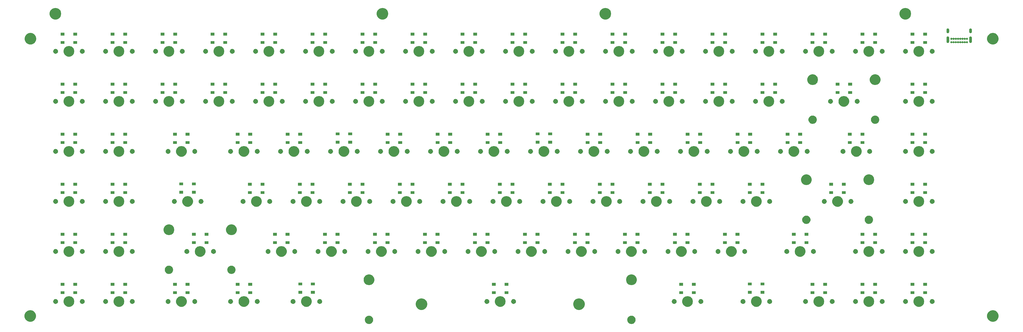
<source format=gbr>
G04 #@! TF.GenerationSoftware,KiCad,Pcbnew,(5.1.4)-1*
G04 #@! TF.CreationDate,2019-10-01T12:46:35+13:00*
G04 #@! TF.ProjectId,keyboard,6b657962-6f61-4726-942e-6b696361645f,rev?*
G04 #@! TF.SameCoordinates,Original*
G04 #@! TF.FileFunction,Soldermask,Top*
G04 #@! TF.FilePolarity,Negative*
%FSLAX46Y46*%
G04 Gerber Fmt 4.6, Leading zero omitted, Abs format (unit mm)*
G04 Created by KiCad (PCBNEW (5.1.4)-1) date 2019-10-01 12:46:35*
%MOMM*%
%LPD*%
G04 APERTURE LIST*
%ADD10C,0.100000*%
G04 APERTURE END LIST*
D10*
G36*
X199151167Y-1503263D02*
G01*
X199303311Y-1533526D01*
X199422037Y-1582704D01*
X199589941Y-1652252D01*
X199589942Y-1652253D01*
X199847904Y-1824617D01*
X200067283Y-2043996D01*
X200182453Y-2216361D01*
X200239648Y-2301959D01*
X200309196Y-2469863D01*
X200358374Y-2588589D01*
X200418900Y-2892876D01*
X200418900Y-3203124D01*
X200358374Y-3507411D01*
X200309196Y-3626137D01*
X200239648Y-3794041D01*
X200239647Y-3794042D01*
X200067283Y-4052004D01*
X199847904Y-4271383D01*
X199675539Y-4386553D01*
X199589941Y-4443748D01*
X199422037Y-4513296D01*
X199303311Y-4562474D01*
X198999025Y-4623000D01*
X198688775Y-4623000D01*
X198384489Y-4562474D01*
X198265763Y-4513296D01*
X198097859Y-4443748D01*
X198012261Y-4386553D01*
X197839896Y-4271383D01*
X197620517Y-4052004D01*
X197448153Y-3794042D01*
X197448152Y-3794041D01*
X197378604Y-3626137D01*
X197329426Y-3507411D01*
X197268900Y-3203124D01*
X197268900Y-2892876D01*
X197329426Y-2588589D01*
X197378604Y-2469863D01*
X197448152Y-2301959D01*
X197505347Y-2216361D01*
X197620517Y-2043996D01*
X197839896Y-1824617D01*
X198097858Y-1652253D01*
X198097859Y-1652252D01*
X198265763Y-1582704D01*
X198384489Y-1533526D01*
X198536633Y-1503263D01*
X198688775Y-1473000D01*
X198999025Y-1473000D01*
X199151167Y-1503263D01*
X199151167Y-1503263D01*
G37*
G36*
X99151367Y-1503263D02*
G01*
X99303511Y-1533526D01*
X99422237Y-1582704D01*
X99590141Y-1652252D01*
X99590142Y-1652253D01*
X99848104Y-1824617D01*
X100067483Y-2043996D01*
X100182653Y-2216361D01*
X100239848Y-2301959D01*
X100309396Y-2469863D01*
X100358574Y-2588589D01*
X100419100Y-2892876D01*
X100419100Y-3203124D01*
X100358574Y-3507411D01*
X100309396Y-3626137D01*
X100239848Y-3794041D01*
X100239847Y-3794042D01*
X100067483Y-4052004D01*
X99848104Y-4271383D01*
X99675739Y-4386553D01*
X99590141Y-4443748D01*
X99422237Y-4513296D01*
X99303511Y-4562474D01*
X98999225Y-4623000D01*
X98688975Y-4623000D01*
X98384689Y-4562474D01*
X98265963Y-4513296D01*
X98098059Y-4443748D01*
X98012461Y-4386553D01*
X97840096Y-4271383D01*
X97620717Y-4052004D01*
X97448353Y-3794042D01*
X97448352Y-3794041D01*
X97378804Y-3626137D01*
X97329626Y-3507411D01*
X97269100Y-3203124D01*
X97269100Y-2892876D01*
X97329626Y-2588589D01*
X97378804Y-2469863D01*
X97448352Y-2301959D01*
X97505547Y-2216361D01*
X97620717Y-2043996D01*
X97840096Y-1824617D01*
X98098058Y-1652253D01*
X98098059Y-1652252D01*
X98265963Y-1582704D01*
X98384689Y-1533526D01*
X98536833Y-1503263D01*
X98688975Y-1473000D01*
X98999225Y-1473000D01*
X99151367Y-1503263D01*
X99151367Y-1503263D01*
G37*
G36*
X-29583993Y528918D02*
G01*
X-29183437Y363002D01*
X-29183435Y363001D01*
X-28822944Y122129D01*
X-28516371Y-184444D01*
X-28275499Y-544935D01*
X-28275498Y-544937D01*
X-28109582Y-945493D01*
X-28025000Y-1370719D01*
X-28025000Y-1804281D01*
X-28109582Y-2229507D01*
X-28275498Y-2630063D01*
X-28275499Y-2630065D01*
X-28516371Y-2990556D01*
X-28822944Y-3297129D01*
X-29183435Y-3538001D01*
X-29183436Y-3538002D01*
X-29183437Y-3538002D01*
X-29583993Y-3703918D01*
X-30009219Y-3788500D01*
X-30442781Y-3788500D01*
X-30868007Y-3703918D01*
X-31268563Y-3538002D01*
X-31268564Y-3538002D01*
X-31268565Y-3538001D01*
X-31629056Y-3297129D01*
X-31935629Y-2990556D01*
X-32176501Y-2630065D01*
X-32176502Y-2630063D01*
X-32342418Y-2229507D01*
X-32427000Y-1804281D01*
X-32427000Y-1370719D01*
X-32342418Y-945493D01*
X-32176502Y-544937D01*
X-32176501Y-544935D01*
X-31935629Y-184444D01*
X-31629056Y122129D01*
X-31268565Y363001D01*
X-31268563Y363002D01*
X-30868007Y528918D01*
X-30442781Y613500D01*
X-30009219Y613500D01*
X-29583993Y528918D01*
X-29583993Y528918D01*
G37*
G36*
X337192007Y528918D02*
G01*
X337592563Y363002D01*
X337592565Y363001D01*
X337953056Y122129D01*
X338259629Y-184444D01*
X338500501Y-544935D01*
X338500502Y-544937D01*
X338666418Y-945493D01*
X338751000Y-1370719D01*
X338751000Y-1804281D01*
X338666418Y-2229507D01*
X338500502Y-2630063D01*
X338500501Y-2630065D01*
X338259629Y-2990556D01*
X337953056Y-3297129D01*
X337592565Y-3538001D01*
X337592564Y-3538002D01*
X337592563Y-3538002D01*
X337192007Y-3703918D01*
X336766781Y-3788500D01*
X336333219Y-3788500D01*
X335907993Y-3703918D01*
X335507437Y-3538002D01*
X335507436Y-3538002D01*
X335507435Y-3538001D01*
X335146944Y-3297129D01*
X334840371Y-2990556D01*
X334599499Y-2630065D01*
X334599498Y-2630063D01*
X334433582Y-2229507D01*
X334349000Y-1804281D01*
X334349000Y-1370719D01*
X334433582Y-945493D01*
X334599498Y-544937D01*
X334599499Y-544935D01*
X334840371Y-184444D01*
X335146944Y122129D01*
X335507435Y363001D01*
X335507437Y363002D01*
X335907993Y528918D01*
X336333219Y613500D01*
X336766781Y613500D01*
X337192007Y528918D01*
X337192007Y528918D01*
G37*
G36*
X119486007Y5053418D02*
G01*
X119886563Y4887502D01*
X119886565Y4887501D01*
X120247056Y4646629D01*
X120553629Y4340056D01*
X120762002Y4028203D01*
X120794502Y3979563D01*
X120960418Y3579007D01*
X121045000Y3153781D01*
X121045000Y2720219D01*
X120960418Y2294993D01*
X120794502Y1894437D01*
X120794501Y1894435D01*
X120553629Y1533944D01*
X120247056Y1227371D01*
X119886565Y986499D01*
X119886564Y986498D01*
X119886563Y986498D01*
X119486007Y820582D01*
X119060781Y736000D01*
X118627219Y736000D01*
X118201993Y820582D01*
X117801437Y986498D01*
X117801436Y986498D01*
X117801435Y986499D01*
X117440944Y1227371D01*
X117134371Y1533944D01*
X116893499Y1894435D01*
X116893498Y1894437D01*
X116727582Y2294993D01*
X116643000Y2720219D01*
X116643000Y3153781D01*
X116727582Y3579007D01*
X116893498Y3979563D01*
X116925998Y4028203D01*
X117134371Y4340056D01*
X117440944Y4646629D01*
X117801435Y4887501D01*
X117801437Y4887502D01*
X118201993Y5053418D01*
X118627219Y5138000D01*
X119060781Y5138000D01*
X119486007Y5053418D01*
X119486007Y5053418D01*
G37*
G36*
X179486007Y5053418D02*
G01*
X179886563Y4887502D01*
X179886565Y4887501D01*
X180247056Y4646629D01*
X180553629Y4340056D01*
X180762002Y4028203D01*
X180794502Y3979563D01*
X180960418Y3579007D01*
X181045000Y3153781D01*
X181045000Y2720219D01*
X180960418Y2294993D01*
X180794502Y1894437D01*
X180794501Y1894435D01*
X180553629Y1533944D01*
X180247056Y1227371D01*
X179886565Y986499D01*
X179886564Y986498D01*
X179886563Y986498D01*
X179486007Y820582D01*
X179060781Y736000D01*
X178627219Y736000D01*
X178201993Y820582D01*
X177801437Y986498D01*
X177801436Y986498D01*
X177801435Y986499D01*
X177440944Y1227371D01*
X177134371Y1533944D01*
X176893499Y1894435D01*
X176893498Y1894437D01*
X176727582Y2294993D01*
X176643000Y2720219D01*
X176643000Y3153781D01*
X176727582Y3579007D01*
X176893498Y3979563D01*
X176925998Y4028203D01*
X177134371Y4340056D01*
X177440944Y4646629D01*
X177801435Y4887501D01*
X177801437Y4887502D01*
X178201993Y5053418D01*
X178627219Y5138000D01*
X179060781Y5138000D01*
X179486007Y5053418D01*
X179486007Y5053418D01*
G37*
G36*
X27964974Y5903316D02*
G01*
X28182974Y5813017D01*
X28337123Y5749167D01*
X28672048Y5525377D01*
X28956877Y5240548D01*
X29180667Y4905623D01*
X29213062Y4827414D01*
X29334816Y4533474D01*
X29413400Y4138406D01*
X29413400Y3735594D01*
X29334816Y3340526D01*
X29257463Y3153780D01*
X29180667Y2968377D01*
X28956877Y2633452D01*
X28672048Y2348623D01*
X28337123Y2124833D01*
X28182974Y2060983D01*
X27964974Y1970684D01*
X27569906Y1892100D01*
X27167094Y1892100D01*
X26772026Y1970684D01*
X26554026Y2060983D01*
X26399877Y2124833D01*
X26064952Y2348623D01*
X25780123Y2633452D01*
X25556333Y2968377D01*
X25479537Y3153780D01*
X25402184Y3340526D01*
X25323600Y3735594D01*
X25323600Y4138406D01*
X25402184Y4533474D01*
X25523938Y4827414D01*
X25556333Y4905623D01*
X25780123Y5240548D01*
X26064952Y5525377D01*
X26399877Y5749167D01*
X26554026Y5813017D01*
X26772026Y5903316D01*
X27167094Y5981900D01*
X27569906Y5981900D01*
X27964974Y5903316D01*
X27964974Y5903316D01*
G37*
G36*
X-14897526Y5903316D02*
G01*
X-14679526Y5813017D01*
X-14525377Y5749167D01*
X-14190452Y5525377D01*
X-13905623Y5240548D01*
X-13681833Y4905623D01*
X-13649438Y4827414D01*
X-13527684Y4533474D01*
X-13449100Y4138406D01*
X-13449100Y3735594D01*
X-13527684Y3340526D01*
X-13605037Y3153780D01*
X-13681833Y2968377D01*
X-13905623Y2633452D01*
X-14190452Y2348623D01*
X-14525377Y2124833D01*
X-14679526Y2060983D01*
X-14897526Y1970684D01*
X-15292594Y1892100D01*
X-15695406Y1892100D01*
X-16090474Y1970684D01*
X-16308474Y2060983D01*
X-16462623Y2124833D01*
X-16797548Y2348623D01*
X-17082377Y2633452D01*
X-17306167Y2968377D01*
X-17382963Y3153780D01*
X-17460316Y3340526D01*
X-17538900Y3735594D01*
X-17538900Y4138406D01*
X-17460316Y4533474D01*
X-17338562Y4827414D01*
X-17306167Y4905623D01*
X-17082377Y5240548D01*
X-16797548Y5525377D01*
X-16462623Y5749167D01*
X-16308474Y5813017D01*
X-16090474Y5903316D01*
X-15695406Y5981900D01*
X-15292594Y5981900D01*
X-14897526Y5903316D01*
X-14897526Y5903316D01*
G37*
G36*
X4152474Y5903316D02*
G01*
X4370474Y5813017D01*
X4524623Y5749167D01*
X4859548Y5525377D01*
X5144377Y5240548D01*
X5368167Y4905623D01*
X5400562Y4827414D01*
X5522316Y4533474D01*
X5600900Y4138406D01*
X5600900Y3735594D01*
X5522316Y3340526D01*
X5444963Y3153780D01*
X5368167Y2968377D01*
X5144377Y2633452D01*
X4859548Y2348623D01*
X4524623Y2124833D01*
X4370474Y2060983D01*
X4152474Y1970684D01*
X3757406Y1892100D01*
X3354594Y1892100D01*
X2959526Y1970684D01*
X2741526Y2060983D01*
X2587377Y2124833D01*
X2252452Y2348623D01*
X1967623Y2633452D01*
X1743833Y2968377D01*
X1667037Y3153780D01*
X1589684Y3340526D01*
X1511100Y3735594D01*
X1511100Y4138406D01*
X1589684Y4533474D01*
X1711438Y4827414D01*
X1743833Y4905623D01*
X1967623Y5240548D01*
X2252452Y5525377D01*
X2587377Y5749167D01*
X2741526Y5813017D01*
X2959526Y5903316D01*
X3354594Y5981900D01*
X3757406Y5981900D01*
X4152474Y5903316D01*
X4152474Y5903316D01*
G37*
G36*
X51777474Y5903316D02*
G01*
X51995474Y5813017D01*
X52149623Y5749167D01*
X52484548Y5525377D01*
X52769377Y5240548D01*
X52993167Y4905623D01*
X53025562Y4827414D01*
X53147316Y4533474D01*
X53225900Y4138406D01*
X53225900Y3735594D01*
X53147316Y3340526D01*
X53069963Y3153780D01*
X52993167Y2968377D01*
X52769377Y2633452D01*
X52484548Y2348623D01*
X52149623Y2124833D01*
X51995474Y2060983D01*
X51777474Y1970684D01*
X51382406Y1892100D01*
X50979594Y1892100D01*
X50584526Y1970684D01*
X50366526Y2060983D01*
X50212377Y2124833D01*
X49877452Y2348623D01*
X49592623Y2633452D01*
X49368833Y2968377D01*
X49292037Y3153780D01*
X49214684Y3340526D01*
X49136100Y3735594D01*
X49136100Y4138406D01*
X49214684Y4533474D01*
X49336438Y4827414D01*
X49368833Y4905623D01*
X49592623Y5240548D01*
X49877452Y5525377D01*
X50212377Y5749167D01*
X50366526Y5813017D01*
X50584526Y5903316D01*
X50979594Y5981900D01*
X51382406Y5981900D01*
X51777474Y5903316D01*
X51777474Y5903316D01*
G37*
G36*
X75589974Y5903316D02*
G01*
X75807974Y5813017D01*
X75962123Y5749167D01*
X76297048Y5525377D01*
X76581877Y5240548D01*
X76805667Y4905623D01*
X76838062Y4827414D01*
X76959816Y4533474D01*
X77038400Y4138406D01*
X77038400Y3735594D01*
X76959816Y3340526D01*
X76882463Y3153780D01*
X76805667Y2968377D01*
X76581877Y2633452D01*
X76297048Y2348623D01*
X75962123Y2124833D01*
X75807974Y2060983D01*
X75589974Y1970684D01*
X75194906Y1892100D01*
X74792094Y1892100D01*
X74397026Y1970684D01*
X74179026Y2060983D01*
X74024877Y2124833D01*
X73689952Y2348623D01*
X73405123Y2633452D01*
X73181333Y2968377D01*
X73104537Y3153780D01*
X73027184Y3340526D01*
X72948600Y3735594D01*
X72948600Y4138406D01*
X73027184Y4533474D01*
X73148938Y4827414D01*
X73181333Y4905623D01*
X73405123Y5240548D01*
X73689952Y5525377D01*
X74024877Y5749167D01*
X74179026Y5813017D01*
X74397026Y5903316D01*
X74792094Y5981900D01*
X75194906Y5981900D01*
X75589974Y5903316D01*
X75589974Y5903316D01*
G37*
G36*
X270852474Y5903316D02*
G01*
X271070474Y5813017D01*
X271224623Y5749167D01*
X271559548Y5525377D01*
X271844377Y5240548D01*
X272068167Y4905623D01*
X272100562Y4827414D01*
X272222316Y4533474D01*
X272300900Y4138406D01*
X272300900Y3735594D01*
X272222316Y3340526D01*
X272144963Y3153780D01*
X272068167Y2968377D01*
X271844377Y2633452D01*
X271559548Y2348623D01*
X271224623Y2124833D01*
X271070474Y2060983D01*
X270852474Y1970684D01*
X270457406Y1892100D01*
X270054594Y1892100D01*
X269659526Y1970684D01*
X269441526Y2060983D01*
X269287377Y2124833D01*
X268952452Y2348623D01*
X268667623Y2633452D01*
X268443833Y2968377D01*
X268367037Y3153780D01*
X268289684Y3340526D01*
X268211100Y3735594D01*
X268211100Y4138406D01*
X268289684Y4533474D01*
X268411438Y4827414D01*
X268443833Y4905623D01*
X268667623Y5240548D01*
X268952452Y5525377D01*
X269287377Y5749167D01*
X269441526Y5813017D01*
X269659526Y5903316D01*
X270054594Y5981900D01*
X270457406Y5981900D01*
X270852474Y5903316D01*
X270852474Y5903316D01*
G37*
G36*
X289902474Y5903316D02*
G01*
X290120474Y5813017D01*
X290274623Y5749167D01*
X290609548Y5525377D01*
X290894377Y5240548D01*
X291118167Y4905623D01*
X291150562Y4827414D01*
X291272316Y4533474D01*
X291350900Y4138406D01*
X291350900Y3735594D01*
X291272316Y3340526D01*
X291194963Y3153780D01*
X291118167Y2968377D01*
X290894377Y2633452D01*
X290609548Y2348623D01*
X290274623Y2124833D01*
X290120474Y2060983D01*
X289902474Y1970684D01*
X289507406Y1892100D01*
X289104594Y1892100D01*
X288709526Y1970684D01*
X288491526Y2060983D01*
X288337377Y2124833D01*
X288002452Y2348623D01*
X287717623Y2633452D01*
X287493833Y2968377D01*
X287417037Y3153780D01*
X287339684Y3340526D01*
X287261100Y3735594D01*
X287261100Y4138406D01*
X287339684Y4533474D01*
X287461438Y4827414D01*
X287493833Y4905623D01*
X287717623Y5240548D01*
X288002452Y5525377D01*
X288337377Y5749167D01*
X288491526Y5813017D01*
X288709526Y5903316D01*
X289104594Y5981900D01*
X289507406Y5981900D01*
X289902474Y5903316D01*
X289902474Y5903316D01*
G37*
G36*
X247039974Y5903316D02*
G01*
X247257974Y5813017D01*
X247412123Y5749167D01*
X247747048Y5525377D01*
X248031877Y5240548D01*
X248255667Y4905623D01*
X248288062Y4827414D01*
X248409816Y4533474D01*
X248488400Y4138406D01*
X248488400Y3735594D01*
X248409816Y3340526D01*
X248332463Y3153780D01*
X248255667Y2968377D01*
X248031877Y2633452D01*
X247747048Y2348623D01*
X247412123Y2124833D01*
X247257974Y2060983D01*
X247039974Y1970684D01*
X246644906Y1892100D01*
X246242094Y1892100D01*
X245847026Y1970684D01*
X245629026Y2060983D01*
X245474877Y2124833D01*
X245139952Y2348623D01*
X244855123Y2633452D01*
X244631333Y2968377D01*
X244554537Y3153780D01*
X244477184Y3340526D01*
X244398600Y3735594D01*
X244398600Y4138406D01*
X244477184Y4533474D01*
X244598938Y4827414D01*
X244631333Y4905623D01*
X244855123Y5240548D01*
X245139952Y5525377D01*
X245474877Y5749167D01*
X245629026Y5813017D01*
X245847026Y5903316D01*
X246242094Y5981900D01*
X246644906Y5981900D01*
X247039974Y5903316D01*
X247039974Y5903316D01*
G37*
G36*
X308952474Y5903316D02*
G01*
X309170474Y5813017D01*
X309324623Y5749167D01*
X309659548Y5525377D01*
X309944377Y5240548D01*
X310168167Y4905623D01*
X310200562Y4827414D01*
X310322316Y4533474D01*
X310400900Y4138406D01*
X310400900Y3735594D01*
X310322316Y3340526D01*
X310244963Y3153780D01*
X310168167Y2968377D01*
X309944377Y2633452D01*
X309659548Y2348623D01*
X309324623Y2124833D01*
X309170474Y2060983D01*
X308952474Y1970684D01*
X308557406Y1892100D01*
X308154594Y1892100D01*
X307759526Y1970684D01*
X307541526Y2060983D01*
X307387377Y2124833D01*
X307052452Y2348623D01*
X306767623Y2633452D01*
X306543833Y2968377D01*
X306467037Y3153780D01*
X306389684Y3340526D01*
X306311100Y3735594D01*
X306311100Y4138406D01*
X306389684Y4533474D01*
X306511438Y4827414D01*
X306543833Y4905623D01*
X306767623Y5240548D01*
X307052452Y5525377D01*
X307387377Y5749167D01*
X307541526Y5813017D01*
X307759526Y5903316D01*
X308154594Y5981900D01*
X308557406Y5981900D01*
X308952474Y5903316D01*
X308952474Y5903316D01*
G37*
G36*
X149440474Y5903316D02*
G01*
X149658474Y5813017D01*
X149812623Y5749167D01*
X150147548Y5525377D01*
X150432377Y5240548D01*
X150656167Y4905623D01*
X150688562Y4827414D01*
X150810316Y4533474D01*
X150888900Y4138406D01*
X150888900Y3735594D01*
X150810316Y3340526D01*
X150732963Y3153780D01*
X150656167Y2968377D01*
X150432377Y2633452D01*
X150147548Y2348623D01*
X149812623Y2124833D01*
X149658474Y2060983D01*
X149440474Y1970684D01*
X149045406Y1892100D01*
X148642594Y1892100D01*
X148247526Y1970684D01*
X148029526Y2060983D01*
X147875377Y2124833D01*
X147540452Y2348623D01*
X147255623Y2633452D01*
X147031833Y2968377D01*
X146955037Y3153780D01*
X146877684Y3340526D01*
X146799100Y3735594D01*
X146799100Y4138406D01*
X146877684Y4533474D01*
X146999438Y4827414D01*
X147031833Y4905623D01*
X147255623Y5240548D01*
X147540452Y5525377D01*
X147875377Y5749167D01*
X148029526Y5813017D01*
X148247526Y5903316D01*
X148642594Y5981900D01*
X149045406Y5981900D01*
X149440474Y5903316D01*
X149440474Y5903316D01*
G37*
G36*
X220814474Y5903316D02*
G01*
X221032474Y5813017D01*
X221186623Y5749167D01*
X221521548Y5525377D01*
X221806377Y5240548D01*
X222030167Y4905623D01*
X222062562Y4827414D01*
X222184316Y4533474D01*
X222262900Y4138406D01*
X222262900Y3735594D01*
X222184316Y3340526D01*
X222106963Y3153780D01*
X222030167Y2968377D01*
X221806377Y2633452D01*
X221521548Y2348623D01*
X221186623Y2124833D01*
X221032474Y2060983D01*
X220814474Y1970684D01*
X220419406Y1892100D01*
X220016594Y1892100D01*
X219621526Y1970684D01*
X219403526Y2060983D01*
X219249377Y2124833D01*
X218914452Y2348623D01*
X218629623Y2633452D01*
X218405833Y2968377D01*
X218329037Y3153780D01*
X218251684Y3340526D01*
X218173100Y3735594D01*
X218173100Y4138406D01*
X218251684Y4533474D01*
X218373438Y4827414D01*
X218405833Y4905623D01*
X218629623Y5240548D01*
X218914452Y5525377D01*
X219249377Y5749167D01*
X219403526Y5813017D01*
X219621526Y5903316D01*
X220016594Y5981900D01*
X220419406Y5981900D01*
X220814474Y5903316D01*
X220814474Y5903316D01*
G37*
G36*
X-1253896Y4827415D02*
G01*
X-1085374Y4757611D01*
X-933709Y4656272D01*
X-804728Y4527291D01*
X-703389Y4375626D01*
X-633585Y4207104D01*
X-598000Y4028203D01*
X-598000Y3845797D01*
X-633585Y3666896D01*
X-703389Y3498374D01*
X-804728Y3346709D01*
X-933709Y3217728D01*
X-1085374Y3116389D01*
X-1253896Y3046585D01*
X-1432797Y3011000D01*
X-1615203Y3011000D01*
X-1794104Y3046585D01*
X-1962626Y3116389D01*
X-2114291Y3217728D01*
X-2243272Y3346709D01*
X-2344611Y3498374D01*
X-2414415Y3666896D01*
X-2450000Y3845797D01*
X-2450000Y4028203D01*
X-2414415Y4207104D01*
X-2344611Y4375626D01*
X-2243272Y4527291D01*
X-2114291Y4656272D01*
X-1962626Y4757611D01*
X-1794104Y4827415D01*
X-1615203Y4863000D01*
X-1432797Y4863000D01*
X-1253896Y4827415D01*
X-1253896Y4827415D01*
G37*
G36*
X265446104Y4827415D02*
G01*
X265614626Y4757611D01*
X265766291Y4656272D01*
X265895272Y4527291D01*
X265996611Y4375626D01*
X266066415Y4207104D01*
X266102000Y4028203D01*
X266102000Y3845797D01*
X266066415Y3666896D01*
X265996611Y3498374D01*
X265895272Y3346709D01*
X265766291Y3217728D01*
X265614626Y3116389D01*
X265446104Y3046585D01*
X265267203Y3011000D01*
X265084797Y3011000D01*
X264905896Y3046585D01*
X264737374Y3116389D01*
X264585709Y3217728D01*
X264456728Y3346709D01*
X264355389Y3498374D01*
X264285585Y3666896D01*
X264250000Y3845797D01*
X264250000Y4028203D01*
X264285585Y4207104D01*
X264355389Y4375626D01*
X264456728Y4527291D01*
X264585709Y4656272D01*
X264737374Y4757611D01*
X264905896Y4827415D01*
X265084797Y4863000D01*
X265267203Y4863000D01*
X265446104Y4827415D01*
X265446104Y4827415D01*
G37*
G36*
X241633604Y4827415D02*
G01*
X241802126Y4757611D01*
X241953791Y4656272D01*
X242082772Y4527291D01*
X242184111Y4375626D01*
X242253915Y4207104D01*
X242289500Y4028203D01*
X242289500Y3845797D01*
X242253915Y3666896D01*
X242184111Y3498374D01*
X242082772Y3346709D01*
X241953791Y3217728D01*
X241802126Y3116389D01*
X241633604Y3046585D01*
X241454703Y3011000D01*
X241272297Y3011000D01*
X241093396Y3046585D01*
X240924874Y3116389D01*
X240773209Y3217728D01*
X240644228Y3346709D01*
X240542889Y3498374D01*
X240473085Y3666896D01*
X240437500Y3845797D01*
X240437500Y4028203D01*
X240473085Y4207104D01*
X240542889Y4375626D01*
X240644228Y4527291D01*
X240773209Y4656272D01*
X240924874Y4757611D01*
X241093396Y4827415D01*
X241272297Y4863000D01*
X241454703Y4863000D01*
X241633604Y4827415D01*
X241633604Y4827415D01*
G37*
G36*
X303546104Y4827415D02*
G01*
X303714626Y4757611D01*
X303866291Y4656272D01*
X303995272Y4527291D01*
X304096611Y4375626D01*
X304166415Y4207104D01*
X304202000Y4028203D01*
X304202000Y3845797D01*
X304166415Y3666896D01*
X304096611Y3498374D01*
X303995272Y3346709D01*
X303866291Y3217728D01*
X303714626Y3116389D01*
X303546104Y3046585D01*
X303367203Y3011000D01*
X303184797Y3011000D01*
X303005896Y3046585D01*
X302837374Y3116389D01*
X302685709Y3217728D01*
X302556728Y3346709D01*
X302455389Y3498374D01*
X302385585Y3666896D01*
X302350000Y3845797D01*
X302350000Y4028203D01*
X302385585Y4207104D01*
X302455389Y4375626D01*
X302556728Y4527291D01*
X302685709Y4656272D01*
X302837374Y4757611D01*
X303005896Y4827415D01*
X303184797Y4863000D01*
X303367203Y4863000D01*
X303546104Y4827415D01*
X303546104Y4827415D01*
G37*
G36*
X251793604Y4827415D02*
G01*
X251962126Y4757611D01*
X252113791Y4656272D01*
X252242772Y4527291D01*
X252344111Y4375626D01*
X252413915Y4207104D01*
X252449500Y4028203D01*
X252449500Y3845797D01*
X252413915Y3666896D01*
X252344111Y3498374D01*
X252242772Y3346709D01*
X252113791Y3217728D01*
X251962126Y3116389D01*
X251793604Y3046585D01*
X251614703Y3011000D01*
X251432297Y3011000D01*
X251253396Y3046585D01*
X251084874Y3116389D01*
X250933209Y3217728D01*
X250804228Y3346709D01*
X250702889Y3498374D01*
X250633085Y3666896D01*
X250597500Y3845797D01*
X250597500Y4028203D01*
X250633085Y4207104D01*
X250702889Y4375626D01*
X250804228Y4527291D01*
X250933209Y4656272D01*
X251084874Y4757611D01*
X251253396Y4827415D01*
X251432297Y4863000D01*
X251614703Y4863000D01*
X251793604Y4827415D01*
X251793604Y4827415D01*
G37*
G36*
X313706104Y4827415D02*
G01*
X313874626Y4757611D01*
X314026291Y4656272D01*
X314155272Y4527291D01*
X314256611Y4375626D01*
X314326415Y4207104D01*
X314362000Y4028203D01*
X314362000Y3845797D01*
X314326415Y3666896D01*
X314256611Y3498374D01*
X314155272Y3346709D01*
X314026291Y3217728D01*
X313874626Y3116389D01*
X313706104Y3046585D01*
X313527203Y3011000D01*
X313344797Y3011000D01*
X313165896Y3046585D01*
X312997374Y3116389D01*
X312845709Y3217728D01*
X312716728Y3346709D01*
X312615389Y3498374D01*
X312545585Y3666896D01*
X312510000Y3845797D01*
X312510000Y4028203D01*
X312545585Y4207104D01*
X312615389Y4375626D01*
X312716728Y4527291D01*
X312845709Y4656272D01*
X312997374Y4757611D01*
X313165896Y4827415D01*
X313344797Y4863000D01*
X313527203Y4863000D01*
X313706104Y4827415D01*
X313706104Y4827415D01*
G37*
G36*
X144034104Y4827415D02*
G01*
X144202626Y4757611D01*
X144354291Y4656272D01*
X144483272Y4527291D01*
X144584611Y4375626D01*
X144654415Y4207104D01*
X144690000Y4028203D01*
X144690000Y3845797D01*
X144654415Y3666896D01*
X144584611Y3498374D01*
X144483272Y3346709D01*
X144354291Y3217728D01*
X144202626Y3116389D01*
X144034104Y3046585D01*
X143855203Y3011000D01*
X143672797Y3011000D01*
X143493896Y3046585D01*
X143325374Y3116389D01*
X143173709Y3217728D01*
X143044728Y3346709D01*
X142943389Y3498374D01*
X142873585Y3666896D01*
X142838000Y3845797D01*
X142838000Y4028203D01*
X142873585Y4207104D01*
X142943389Y4375626D01*
X143044728Y4527291D01*
X143173709Y4656272D01*
X143325374Y4757611D01*
X143493896Y4827415D01*
X143672797Y4863000D01*
X143855203Y4863000D01*
X144034104Y4827415D01*
X144034104Y4827415D01*
G37*
G36*
X154194104Y4827415D02*
G01*
X154362626Y4757611D01*
X154514291Y4656272D01*
X154643272Y4527291D01*
X154744611Y4375626D01*
X154814415Y4207104D01*
X154850000Y4028203D01*
X154850000Y3845797D01*
X154814415Y3666896D01*
X154744611Y3498374D01*
X154643272Y3346709D01*
X154514291Y3217728D01*
X154362626Y3116389D01*
X154194104Y3046585D01*
X154015203Y3011000D01*
X153832797Y3011000D01*
X153653896Y3046585D01*
X153485374Y3116389D01*
X153333709Y3217728D01*
X153204728Y3346709D01*
X153103389Y3498374D01*
X153033585Y3666896D01*
X152998000Y3845797D01*
X152998000Y4028203D01*
X153033585Y4207104D01*
X153103389Y4375626D01*
X153204728Y4527291D01*
X153333709Y4656272D01*
X153485374Y4757611D01*
X153653896Y4827415D01*
X153832797Y4863000D01*
X154015203Y4863000D01*
X154194104Y4827415D01*
X154194104Y4827415D01*
G37*
G36*
X215408104Y4827415D02*
G01*
X215576626Y4757611D01*
X215728291Y4656272D01*
X215857272Y4527291D01*
X215958611Y4375626D01*
X216028415Y4207104D01*
X216064000Y4028203D01*
X216064000Y3845797D01*
X216028415Y3666896D01*
X215958611Y3498374D01*
X215857272Y3346709D01*
X215728291Y3217728D01*
X215576626Y3116389D01*
X215408104Y3046585D01*
X215229203Y3011000D01*
X215046797Y3011000D01*
X214867896Y3046585D01*
X214699374Y3116389D01*
X214547709Y3217728D01*
X214418728Y3346709D01*
X214317389Y3498374D01*
X214247585Y3666896D01*
X214212000Y3845797D01*
X214212000Y4028203D01*
X214247585Y4207104D01*
X214317389Y4375626D01*
X214418728Y4527291D01*
X214547709Y4656272D01*
X214699374Y4757611D01*
X214867896Y4827415D01*
X215046797Y4863000D01*
X215229203Y4863000D01*
X215408104Y4827415D01*
X215408104Y4827415D01*
G37*
G36*
X225568104Y4827415D02*
G01*
X225736626Y4757611D01*
X225888291Y4656272D01*
X226017272Y4527291D01*
X226118611Y4375626D01*
X226188415Y4207104D01*
X226224000Y4028203D01*
X226224000Y3845797D01*
X226188415Y3666896D01*
X226118611Y3498374D01*
X226017272Y3346709D01*
X225888291Y3217728D01*
X225736626Y3116389D01*
X225568104Y3046585D01*
X225389203Y3011000D01*
X225206797Y3011000D01*
X225027896Y3046585D01*
X224859374Y3116389D01*
X224707709Y3217728D01*
X224578728Y3346709D01*
X224477389Y3498374D01*
X224407585Y3666896D01*
X224372000Y3845797D01*
X224372000Y4028203D01*
X224407585Y4207104D01*
X224477389Y4375626D01*
X224578728Y4527291D01*
X224707709Y4656272D01*
X224859374Y4757611D01*
X225027896Y4827415D01*
X225206797Y4863000D01*
X225389203Y4863000D01*
X225568104Y4827415D01*
X225568104Y4827415D01*
G37*
G36*
X-20303896Y4827415D02*
G01*
X-20135374Y4757611D01*
X-19983709Y4656272D01*
X-19854728Y4527291D01*
X-19753389Y4375626D01*
X-19683585Y4207104D01*
X-19648000Y4028203D01*
X-19648000Y3845797D01*
X-19683585Y3666896D01*
X-19753389Y3498374D01*
X-19854728Y3346709D01*
X-19983709Y3217728D01*
X-20135374Y3116389D01*
X-20303896Y3046585D01*
X-20482797Y3011000D01*
X-20665203Y3011000D01*
X-20844104Y3046585D01*
X-21012626Y3116389D01*
X-21164291Y3217728D01*
X-21293272Y3346709D01*
X-21394611Y3498374D01*
X-21464415Y3666896D01*
X-21500000Y3845797D01*
X-21500000Y4028203D01*
X-21464415Y4207104D01*
X-21394611Y4375626D01*
X-21293272Y4527291D01*
X-21164291Y4656272D01*
X-21012626Y4757611D01*
X-20844104Y4827415D01*
X-20665203Y4863000D01*
X-20482797Y4863000D01*
X-20303896Y4827415D01*
X-20303896Y4827415D01*
G37*
G36*
X275606104Y4827415D02*
G01*
X275774626Y4757611D01*
X275926291Y4656272D01*
X276055272Y4527291D01*
X276156611Y4375626D01*
X276226415Y4207104D01*
X276262000Y4028203D01*
X276262000Y3845797D01*
X276226415Y3666896D01*
X276156611Y3498374D01*
X276055272Y3346709D01*
X275926291Y3217728D01*
X275774626Y3116389D01*
X275606104Y3046585D01*
X275427203Y3011000D01*
X275244797Y3011000D01*
X275065896Y3046585D01*
X274897374Y3116389D01*
X274745709Y3217728D01*
X274616728Y3346709D01*
X274515389Y3498374D01*
X274445585Y3666896D01*
X274410000Y3845797D01*
X274410000Y4028203D01*
X274445585Y4207104D01*
X274515389Y4375626D01*
X274616728Y4527291D01*
X274745709Y4656272D01*
X274897374Y4757611D01*
X275065896Y4827415D01*
X275244797Y4863000D01*
X275427203Y4863000D01*
X275606104Y4827415D01*
X275606104Y4827415D01*
G37*
G36*
X80343604Y4827415D02*
G01*
X80512126Y4757611D01*
X80663791Y4656272D01*
X80792772Y4527291D01*
X80894111Y4375626D01*
X80963915Y4207104D01*
X80999500Y4028203D01*
X80999500Y3845797D01*
X80963915Y3666896D01*
X80894111Y3498374D01*
X80792772Y3346709D01*
X80663791Y3217728D01*
X80512126Y3116389D01*
X80343604Y3046585D01*
X80164703Y3011000D01*
X79982297Y3011000D01*
X79803396Y3046585D01*
X79634874Y3116389D01*
X79483209Y3217728D01*
X79354228Y3346709D01*
X79252889Y3498374D01*
X79183085Y3666896D01*
X79147500Y3845797D01*
X79147500Y4028203D01*
X79183085Y4207104D01*
X79252889Y4375626D01*
X79354228Y4527291D01*
X79483209Y4656272D01*
X79634874Y4757611D01*
X79803396Y4827415D01*
X79982297Y4863000D01*
X80164703Y4863000D01*
X80343604Y4827415D01*
X80343604Y4827415D01*
G37*
G36*
X-10143896Y4827415D02*
G01*
X-9975374Y4757611D01*
X-9823709Y4656272D01*
X-9694728Y4527291D01*
X-9593389Y4375626D01*
X-9523585Y4207104D01*
X-9488000Y4028203D01*
X-9488000Y3845797D01*
X-9523585Y3666896D01*
X-9593389Y3498374D01*
X-9694728Y3346709D01*
X-9823709Y3217728D01*
X-9975374Y3116389D01*
X-10143896Y3046585D01*
X-10322797Y3011000D01*
X-10505203Y3011000D01*
X-10684104Y3046585D01*
X-10852626Y3116389D01*
X-11004291Y3217728D01*
X-11133272Y3346709D01*
X-11234611Y3498374D01*
X-11304415Y3666896D01*
X-11340000Y3845797D01*
X-11340000Y4028203D01*
X-11304415Y4207104D01*
X-11234611Y4375626D01*
X-11133272Y4527291D01*
X-11004291Y4656272D01*
X-10852626Y4757611D01*
X-10684104Y4827415D01*
X-10505203Y4863000D01*
X-10322797Y4863000D01*
X-10143896Y4827415D01*
X-10143896Y4827415D01*
G37*
G36*
X70183604Y4827415D02*
G01*
X70352126Y4757611D01*
X70503791Y4656272D01*
X70632772Y4527291D01*
X70734111Y4375626D01*
X70803915Y4207104D01*
X70839500Y4028203D01*
X70839500Y3845797D01*
X70803915Y3666896D01*
X70734111Y3498374D01*
X70632772Y3346709D01*
X70503791Y3217728D01*
X70352126Y3116389D01*
X70183604Y3046585D01*
X70004703Y3011000D01*
X69822297Y3011000D01*
X69643396Y3046585D01*
X69474874Y3116389D01*
X69323209Y3217728D01*
X69194228Y3346709D01*
X69092889Y3498374D01*
X69023085Y3666896D01*
X68987500Y3845797D01*
X68987500Y4028203D01*
X69023085Y4207104D01*
X69092889Y4375626D01*
X69194228Y4527291D01*
X69323209Y4656272D01*
X69474874Y4757611D01*
X69643396Y4827415D01*
X69822297Y4863000D01*
X70004703Y4863000D01*
X70183604Y4827415D01*
X70183604Y4827415D01*
G37*
G36*
X294656104Y4827415D02*
G01*
X294824626Y4757611D01*
X294976291Y4656272D01*
X295105272Y4527291D01*
X295206611Y4375626D01*
X295276415Y4207104D01*
X295312000Y4028203D01*
X295312000Y3845797D01*
X295276415Y3666896D01*
X295206611Y3498374D01*
X295105272Y3346709D01*
X294976291Y3217728D01*
X294824626Y3116389D01*
X294656104Y3046585D01*
X294477203Y3011000D01*
X294294797Y3011000D01*
X294115896Y3046585D01*
X293947374Y3116389D01*
X293795709Y3217728D01*
X293666728Y3346709D01*
X293565389Y3498374D01*
X293495585Y3666896D01*
X293460000Y3845797D01*
X293460000Y4028203D01*
X293495585Y4207104D01*
X293565389Y4375626D01*
X293666728Y4527291D01*
X293795709Y4656272D01*
X293947374Y4757611D01*
X294115896Y4827415D01*
X294294797Y4863000D01*
X294477203Y4863000D01*
X294656104Y4827415D01*
X294656104Y4827415D01*
G37*
G36*
X56531104Y4827415D02*
G01*
X56699626Y4757611D01*
X56851291Y4656272D01*
X56980272Y4527291D01*
X57081611Y4375626D01*
X57151415Y4207104D01*
X57187000Y4028203D01*
X57187000Y3845797D01*
X57151415Y3666896D01*
X57081611Y3498374D01*
X56980272Y3346709D01*
X56851291Y3217728D01*
X56699626Y3116389D01*
X56531104Y3046585D01*
X56352203Y3011000D01*
X56169797Y3011000D01*
X55990896Y3046585D01*
X55822374Y3116389D01*
X55670709Y3217728D01*
X55541728Y3346709D01*
X55440389Y3498374D01*
X55370585Y3666896D01*
X55335000Y3845797D01*
X55335000Y4028203D01*
X55370585Y4207104D01*
X55440389Y4375626D01*
X55541728Y4527291D01*
X55670709Y4656272D01*
X55822374Y4757611D01*
X55990896Y4827415D01*
X56169797Y4863000D01*
X56352203Y4863000D01*
X56531104Y4827415D01*
X56531104Y4827415D01*
G37*
G36*
X46371104Y4827415D02*
G01*
X46539626Y4757611D01*
X46691291Y4656272D01*
X46820272Y4527291D01*
X46921611Y4375626D01*
X46991415Y4207104D01*
X47027000Y4028203D01*
X47027000Y3845797D01*
X46991415Y3666896D01*
X46921611Y3498374D01*
X46820272Y3346709D01*
X46691291Y3217728D01*
X46539626Y3116389D01*
X46371104Y3046585D01*
X46192203Y3011000D01*
X46009797Y3011000D01*
X45830896Y3046585D01*
X45662374Y3116389D01*
X45510709Y3217728D01*
X45381728Y3346709D01*
X45280389Y3498374D01*
X45210585Y3666896D01*
X45175000Y3845797D01*
X45175000Y4028203D01*
X45210585Y4207104D01*
X45280389Y4375626D01*
X45381728Y4527291D01*
X45510709Y4656272D01*
X45662374Y4757611D01*
X45830896Y4827415D01*
X46009797Y4863000D01*
X46192203Y4863000D01*
X46371104Y4827415D01*
X46371104Y4827415D01*
G37*
G36*
X284496104Y4827415D02*
G01*
X284664626Y4757611D01*
X284816291Y4656272D01*
X284945272Y4527291D01*
X285046611Y4375626D01*
X285116415Y4207104D01*
X285152000Y4028203D01*
X285152000Y3845797D01*
X285116415Y3666896D01*
X285046611Y3498374D01*
X284945272Y3346709D01*
X284816291Y3217728D01*
X284664626Y3116389D01*
X284496104Y3046585D01*
X284317203Y3011000D01*
X284134797Y3011000D01*
X283955896Y3046585D01*
X283787374Y3116389D01*
X283635709Y3217728D01*
X283506728Y3346709D01*
X283405389Y3498374D01*
X283335585Y3666896D01*
X283300000Y3845797D01*
X283300000Y4028203D01*
X283335585Y4207104D01*
X283405389Y4375626D01*
X283506728Y4527291D01*
X283635709Y4656272D01*
X283787374Y4757611D01*
X283955896Y4827415D01*
X284134797Y4863000D01*
X284317203Y4863000D01*
X284496104Y4827415D01*
X284496104Y4827415D01*
G37*
G36*
X32718604Y4827415D02*
G01*
X32887126Y4757611D01*
X33038791Y4656272D01*
X33167772Y4527291D01*
X33269111Y4375626D01*
X33338915Y4207104D01*
X33374500Y4028203D01*
X33374500Y3845797D01*
X33338915Y3666896D01*
X33269111Y3498374D01*
X33167772Y3346709D01*
X33038791Y3217728D01*
X32887126Y3116389D01*
X32718604Y3046585D01*
X32539703Y3011000D01*
X32357297Y3011000D01*
X32178396Y3046585D01*
X32009874Y3116389D01*
X31858209Y3217728D01*
X31729228Y3346709D01*
X31627889Y3498374D01*
X31558085Y3666896D01*
X31522500Y3845797D01*
X31522500Y4028203D01*
X31558085Y4207104D01*
X31627889Y4375626D01*
X31729228Y4527291D01*
X31858209Y4656272D01*
X32009874Y4757611D01*
X32178396Y4827415D01*
X32357297Y4863000D01*
X32539703Y4863000D01*
X32718604Y4827415D01*
X32718604Y4827415D01*
G37*
G36*
X22558604Y4827415D02*
G01*
X22727126Y4757611D01*
X22878791Y4656272D01*
X23007772Y4527291D01*
X23109111Y4375626D01*
X23178915Y4207104D01*
X23214500Y4028203D01*
X23214500Y3845797D01*
X23178915Y3666896D01*
X23109111Y3498374D01*
X23007772Y3346709D01*
X22878791Y3217728D01*
X22727126Y3116389D01*
X22558604Y3046585D01*
X22379703Y3011000D01*
X22197297Y3011000D01*
X22018396Y3046585D01*
X21849874Y3116389D01*
X21698209Y3217728D01*
X21569228Y3346709D01*
X21467889Y3498374D01*
X21398085Y3666896D01*
X21362500Y3845797D01*
X21362500Y4028203D01*
X21398085Y4207104D01*
X21467889Y4375626D01*
X21569228Y4527291D01*
X21698209Y4656272D01*
X21849874Y4757611D01*
X22018396Y4827415D01*
X22197297Y4863000D01*
X22379703Y4863000D01*
X22558604Y4827415D01*
X22558604Y4827415D01*
G37*
G36*
X8906104Y4827415D02*
G01*
X9074626Y4757611D01*
X9226291Y4656272D01*
X9355272Y4527291D01*
X9456611Y4375626D01*
X9526415Y4207104D01*
X9562000Y4028203D01*
X9562000Y3845797D01*
X9526415Y3666896D01*
X9456611Y3498374D01*
X9355272Y3346709D01*
X9226291Y3217728D01*
X9074626Y3116389D01*
X8906104Y3046585D01*
X8727203Y3011000D01*
X8544797Y3011000D01*
X8365896Y3046585D01*
X8197374Y3116389D01*
X8045709Y3217728D01*
X7916728Y3346709D01*
X7815389Y3498374D01*
X7745585Y3666896D01*
X7710000Y3845797D01*
X7710000Y4028203D01*
X7745585Y4207104D01*
X7815389Y4375626D01*
X7916728Y4527291D01*
X8045709Y4656272D01*
X8197374Y4757611D01*
X8365896Y4827415D01*
X8544797Y4863000D01*
X8727203Y4863000D01*
X8906104Y4827415D01*
X8906104Y4827415D01*
G37*
G36*
X-12368000Y6764000D02*
G01*
X-13820000Y6764000D01*
X-13820000Y7816000D01*
X-12368000Y7816000D01*
X-12368000Y6764000D01*
X-12368000Y6764000D01*
G37*
G36*
X223344000Y6764000D02*
G01*
X221892000Y6764000D01*
X221892000Y7816000D01*
X223344000Y7816000D01*
X223344000Y6764000D01*
X223344000Y6764000D01*
G37*
G36*
X151970000Y6764000D02*
G01*
X150518000Y6764000D01*
X150518000Y7816000D01*
X151970000Y7816000D01*
X151970000Y6764000D01*
X151970000Y6764000D01*
G37*
G36*
X147170000Y6764000D02*
G01*
X145718000Y6764000D01*
X145718000Y7816000D01*
X147170000Y7816000D01*
X147170000Y6764000D01*
X147170000Y6764000D01*
G37*
G36*
X54307000Y6764000D02*
G01*
X52855000Y6764000D01*
X52855000Y7816000D01*
X54307000Y7816000D01*
X54307000Y6764000D01*
X54307000Y6764000D01*
G37*
G36*
X311482000Y6764000D02*
G01*
X310030000Y6764000D01*
X310030000Y7816000D01*
X311482000Y7816000D01*
X311482000Y6764000D01*
X311482000Y6764000D01*
G37*
G36*
X30431000Y6764000D02*
G01*
X28979000Y6764000D01*
X28979000Y7816000D01*
X30431000Y7816000D01*
X30431000Y6764000D01*
X30431000Y6764000D01*
G37*
G36*
X25631000Y6764000D02*
G01*
X24179000Y6764000D01*
X24179000Y7816000D01*
X25631000Y7816000D01*
X25631000Y6764000D01*
X25631000Y6764000D01*
G37*
G36*
X6682000Y6764000D02*
G01*
X5230000Y6764000D01*
X5230000Y7816000D01*
X6682000Y7816000D01*
X6682000Y6764000D01*
X6682000Y6764000D01*
G37*
G36*
X1882000Y6764000D02*
G01*
X430000Y6764000D01*
X430000Y7816000D01*
X1882000Y7816000D01*
X1882000Y6764000D01*
X1882000Y6764000D01*
G37*
G36*
X-17168000Y6764000D02*
G01*
X-18620000Y6764000D01*
X-18620000Y7816000D01*
X-17168000Y7816000D01*
X-17168000Y6764000D01*
X-17168000Y6764000D01*
G37*
G36*
X292432000Y6764000D02*
G01*
X290980000Y6764000D01*
X290980000Y7816000D01*
X292432000Y7816000D01*
X292432000Y6764000D01*
X292432000Y6764000D01*
G37*
G36*
X268582000Y6764000D02*
G01*
X267130000Y6764000D01*
X267130000Y7816000D01*
X268582000Y7816000D01*
X268582000Y6764000D01*
X268582000Y6764000D01*
G37*
G36*
X287632000Y6764000D02*
G01*
X286180000Y6764000D01*
X286180000Y7816000D01*
X287632000Y7816000D01*
X287632000Y6764000D01*
X287632000Y6764000D01*
G37*
G36*
X273382000Y6764000D02*
G01*
X271930000Y6764000D01*
X271930000Y7816000D01*
X273382000Y7816000D01*
X273382000Y6764000D01*
X273382000Y6764000D01*
G37*
G36*
X306682000Y6764000D02*
G01*
X305230000Y6764000D01*
X305230000Y7816000D01*
X306682000Y7816000D01*
X306682000Y6764000D01*
X306682000Y6764000D01*
G37*
G36*
X218544000Y6764000D02*
G01*
X217092000Y6764000D01*
X217092000Y7816000D01*
X218544000Y7816000D01*
X218544000Y6764000D01*
X218544000Y6764000D01*
G37*
G36*
X49507000Y6764000D02*
G01*
X48055000Y6764000D01*
X48055000Y7816000D01*
X49507000Y7816000D01*
X49507000Y6764000D01*
X49507000Y6764000D01*
G37*
G36*
X244706000Y6891000D02*
G01*
X243254000Y6891000D01*
X243254000Y7943000D01*
X244706000Y7943000D01*
X244706000Y6891000D01*
X244706000Y6891000D01*
G37*
G36*
X249506000Y6891000D02*
G01*
X248054000Y6891000D01*
X248054000Y7943000D01*
X249506000Y7943000D01*
X249506000Y6891000D01*
X249506000Y6891000D01*
G37*
G36*
X78183000Y6891000D02*
G01*
X76731000Y6891000D01*
X76731000Y7943000D01*
X78183000Y7943000D01*
X78183000Y6891000D01*
X78183000Y6891000D01*
G37*
G36*
X73383000Y6891000D02*
G01*
X71931000Y6891000D01*
X71931000Y7943000D01*
X73383000Y7943000D01*
X73383000Y6891000D01*
X73383000Y6891000D01*
G37*
G36*
X287632000Y9964000D02*
G01*
X286180000Y9964000D01*
X286180000Y11016000D01*
X287632000Y11016000D01*
X287632000Y9964000D01*
X287632000Y9964000D01*
G37*
G36*
X311482000Y9964000D02*
G01*
X310030000Y9964000D01*
X310030000Y11016000D01*
X311482000Y11016000D01*
X311482000Y9964000D01*
X311482000Y9964000D01*
G37*
G36*
X306682000Y9964000D02*
G01*
X305230000Y9964000D01*
X305230000Y11016000D01*
X306682000Y11016000D01*
X306682000Y9964000D01*
X306682000Y9964000D01*
G37*
G36*
X1882000Y9964000D02*
G01*
X430000Y9964000D01*
X430000Y11016000D01*
X1882000Y11016000D01*
X1882000Y9964000D01*
X1882000Y9964000D01*
G37*
G36*
X25631000Y9964000D02*
G01*
X24179000Y9964000D01*
X24179000Y11016000D01*
X25631000Y11016000D01*
X25631000Y9964000D01*
X25631000Y9964000D01*
G37*
G36*
X30431000Y9964000D02*
G01*
X28979000Y9964000D01*
X28979000Y11016000D01*
X30431000Y11016000D01*
X30431000Y9964000D01*
X30431000Y9964000D01*
G37*
G36*
X-17168000Y9964000D02*
G01*
X-18620000Y9964000D01*
X-18620000Y11016000D01*
X-17168000Y11016000D01*
X-17168000Y9964000D01*
X-17168000Y9964000D01*
G37*
G36*
X223344000Y9964000D02*
G01*
X221892000Y9964000D01*
X221892000Y11016000D01*
X223344000Y11016000D01*
X223344000Y9964000D01*
X223344000Y9964000D01*
G37*
G36*
X268582000Y9964000D02*
G01*
X267130000Y9964000D01*
X267130000Y11016000D01*
X268582000Y11016000D01*
X268582000Y9964000D01*
X268582000Y9964000D01*
G37*
G36*
X-12368000Y9964000D02*
G01*
X-13820000Y9964000D01*
X-13820000Y11016000D01*
X-12368000Y11016000D01*
X-12368000Y9964000D01*
X-12368000Y9964000D01*
G37*
G36*
X49507000Y9964000D02*
G01*
X48055000Y9964000D01*
X48055000Y11016000D01*
X49507000Y11016000D01*
X49507000Y9964000D01*
X49507000Y9964000D01*
G37*
G36*
X54307000Y9964000D02*
G01*
X52855000Y9964000D01*
X52855000Y11016000D01*
X54307000Y11016000D01*
X54307000Y9964000D01*
X54307000Y9964000D01*
G37*
G36*
X273382000Y9964000D02*
G01*
X271930000Y9964000D01*
X271930000Y11016000D01*
X273382000Y11016000D01*
X273382000Y9964000D01*
X273382000Y9964000D01*
G37*
G36*
X147170000Y9964000D02*
G01*
X145718000Y9964000D01*
X145718000Y11016000D01*
X147170000Y11016000D01*
X147170000Y9964000D01*
X147170000Y9964000D01*
G37*
G36*
X292432000Y9964000D02*
G01*
X290980000Y9964000D01*
X290980000Y11016000D01*
X292432000Y11016000D01*
X292432000Y9964000D01*
X292432000Y9964000D01*
G37*
G36*
X151970000Y9964000D02*
G01*
X150518000Y9964000D01*
X150518000Y11016000D01*
X151970000Y11016000D01*
X151970000Y9964000D01*
X151970000Y9964000D01*
G37*
G36*
X6682000Y9964000D02*
G01*
X5230000Y9964000D01*
X5230000Y11016000D01*
X6682000Y11016000D01*
X6682000Y9964000D01*
X6682000Y9964000D01*
G37*
G36*
X218544000Y9964000D02*
G01*
X217092000Y9964000D01*
X217092000Y11016000D01*
X218544000Y11016000D01*
X218544000Y9964000D01*
X218544000Y9964000D01*
G37*
G36*
X78183000Y10091000D02*
G01*
X76731000Y10091000D01*
X76731000Y11143000D01*
X78183000Y11143000D01*
X78183000Y10091000D01*
X78183000Y10091000D01*
G37*
G36*
X73383000Y10091000D02*
G01*
X71931000Y10091000D01*
X71931000Y11143000D01*
X73383000Y11143000D01*
X73383000Y10091000D01*
X73383000Y10091000D01*
G37*
G36*
X244706000Y10091000D02*
G01*
X243254000Y10091000D01*
X243254000Y11143000D01*
X244706000Y11143000D01*
X244706000Y10091000D01*
X244706000Y10091000D01*
G37*
G36*
X249506000Y10091000D02*
G01*
X248054000Y10091000D01*
X248054000Y11143000D01*
X249506000Y11143000D01*
X249506000Y10091000D01*
X249506000Y10091000D01*
G37*
G36*
X99440574Y14158316D02*
G01*
X99658574Y14068017D01*
X99812723Y14004167D01*
X100147648Y13780377D01*
X100432477Y13495548D01*
X100656267Y13160623D01*
X100656267Y13160622D01*
X100810416Y12788474D01*
X100889000Y12393406D01*
X100889000Y11990594D01*
X100810416Y11595526D01*
X100720117Y11377526D01*
X100656267Y11223377D01*
X100432477Y10888452D01*
X100147648Y10603623D01*
X99812723Y10379833D01*
X99658574Y10315983D01*
X99440574Y10225684D01*
X99045506Y10147100D01*
X98642694Y10147100D01*
X98247626Y10225684D01*
X98029626Y10315983D01*
X97875477Y10379833D01*
X97540552Y10603623D01*
X97255723Y10888452D01*
X97031933Y11223377D01*
X96968083Y11377526D01*
X96877784Y11595526D01*
X96799200Y11990594D01*
X96799200Y12393406D01*
X96877784Y12788474D01*
X97031933Y13160622D01*
X97031933Y13160623D01*
X97255723Y13495548D01*
X97540552Y13780377D01*
X97875477Y14004167D01*
X98029626Y14068017D01*
X98247626Y14158316D01*
X98642694Y14236900D01*
X99045506Y14236900D01*
X99440574Y14158316D01*
X99440574Y14158316D01*
G37*
G36*
X199440374Y14158316D02*
G01*
X199658374Y14068017D01*
X199812523Y14004167D01*
X200147448Y13780377D01*
X200432277Y13495548D01*
X200656067Y13160623D01*
X200656067Y13160622D01*
X200810216Y12788474D01*
X200888800Y12393406D01*
X200888800Y11990594D01*
X200810216Y11595526D01*
X200719917Y11377526D01*
X200656067Y11223377D01*
X200432277Y10888452D01*
X200147448Y10603623D01*
X199812523Y10379833D01*
X199658374Y10315983D01*
X199440374Y10225684D01*
X199045306Y10147100D01*
X198642494Y10147100D01*
X198247426Y10225684D01*
X198029426Y10315983D01*
X197875277Y10379833D01*
X197540352Y10603623D01*
X197255523Y10888452D01*
X197031733Y11223377D01*
X196967883Y11377526D01*
X196877584Y11595526D01*
X196799000Y11990594D01*
X196799000Y12393406D01*
X196877584Y12788474D01*
X197031733Y13160622D01*
X197031733Y13160623D01*
X197255523Y13495548D01*
X197540352Y13780377D01*
X197875277Y14004167D01*
X198029426Y14068017D01*
X198247426Y14158316D01*
X198642494Y14236900D01*
X199045306Y14236900D01*
X199440374Y14158316D01*
X199440374Y14158316D01*
G37*
G36*
X46725767Y17546737D02*
G01*
X46877911Y17516474D01*
X46996637Y17467296D01*
X47164541Y17397748D01*
X47164542Y17397747D01*
X47422504Y17225383D01*
X47641883Y17006004D01*
X47757053Y16833639D01*
X47814248Y16748041D01*
X47932974Y16461410D01*
X47993500Y16157125D01*
X47993500Y15846875D01*
X47932974Y15542590D01*
X47814248Y15255959D01*
X47814247Y15255958D01*
X47641883Y14997996D01*
X47422504Y14778617D01*
X47250139Y14663447D01*
X47164541Y14606252D01*
X46996637Y14536704D01*
X46877911Y14487526D01*
X46725767Y14457263D01*
X46573625Y14427000D01*
X46263375Y14427000D01*
X46111233Y14457263D01*
X45959089Y14487526D01*
X45840363Y14536704D01*
X45672459Y14606252D01*
X45586861Y14663447D01*
X45414496Y14778617D01*
X45195117Y14997996D01*
X45022753Y15255958D01*
X45022752Y15255959D01*
X44904026Y15542590D01*
X44843500Y15846875D01*
X44843500Y16157125D01*
X44904026Y16461410D01*
X45022752Y16748041D01*
X45079947Y16833639D01*
X45195117Y17006004D01*
X45414496Y17225383D01*
X45672458Y17397747D01*
X45672459Y17397748D01*
X45840363Y17467296D01*
X45959089Y17516474D01*
X46111233Y17546737D01*
X46263375Y17577000D01*
X46573625Y17577000D01*
X46725767Y17546737D01*
X46725767Y17546737D01*
G37*
G36*
X22913267Y17546737D02*
G01*
X23065411Y17516474D01*
X23184137Y17467296D01*
X23352041Y17397748D01*
X23352042Y17397747D01*
X23610004Y17225383D01*
X23829383Y17006004D01*
X23944553Y16833639D01*
X24001748Y16748041D01*
X24120474Y16461410D01*
X24181000Y16157125D01*
X24181000Y15846875D01*
X24120474Y15542590D01*
X24001748Y15255959D01*
X24001747Y15255958D01*
X23829383Y14997996D01*
X23610004Y14778617D01*
X23437639Y14663447D01*
X23352041Y14606252D01*
X23184137Y14536704D01*
X23065411Y14487526D01*
X22913267Y14457263D01*
X22761125Y14427000D01*
X22450875Y14427000D01*
X22298733Y14457263D01*
X22146589Y14487526D01*
X22027863Y14536704D01*
X21859959Y14606252D01*
X21774361Y14663447D01*
X21601996Y14778617D01*
X21382617Y14997996D01*
X21210253Y15255958D01*
X21210252Y15255959D01*
X21091526Y15542590D01*
X21031000Y15846875D01*
X21031000Y16157125D01*
X21091526Y16461410D01*
X21210252Y16748041D01*
X21267447Y16833639D01*
X21382617Y17006004D01*
X21601996Y17225383D01*
X21859958Y17397747D01*
X21859959Y17397748D01*
X22027863Y17467296D01*
X22146589Y17516474D01*
X22298733Y17546737D01*
X22450875Y17577000D01*
X22761125Y17577000D01*
X22913267Y17546737D01*
X22913267Y17546737D01*
G37*
G36*
X142264974Y24953316D02*
G01*
X142482974Y24863017D01*
X142637123Y24799167D01*
X142972048Y24575377D01*
X143256877Y24290548D01*
X143480667Y23955623D01*
X143513062Y23877414D01*
X143634816Y23583474D01*
X143713400Y23188406D01*
X143713400Y22785594D01*
X143634816Y22390526D01*
X143583951Y22267728D01*
X143480667Y22018377D01*
X143256877Y21683452D01*
X142972048Y21398623D01*
X142637123Y21174833D01*
X142482974Y21110983D01*
X142264974Y21020684D01*
X141869906Y20942100D01*
X141467094Y20942100D01*
X141072026Y21020684D01*
X140854026Y21110983D01*
X140699877Y21174833D01*
X140364952Y21398623D01*
X140080123Y21683452D01*
X139856333Y22018377D01*
X139753049Y22267728D01*
X139702184Y22390526D01*
X139623600Y22785594D01*
X139623600Y23188406D01*
X139702184Y23583474D01*
X139823938Y23877414D01*
X139856333Y23955623D01*
X140080123Y24290548D01*
X140364952Y24575377D01*
X140699877Y24799167D01*
X140854026Y24863017D01*
X141072026Y24953316D01*
X141467094Y25031900D01*
X141869906Y25031900D01*
X142264974Y24953316D01*
X142264974Y24953316D01*
G37*
G36*
X35108724Y24953316D02*
G01*
X35326724Y24863017D01*
X35480873Y24799167D01*
X35815798Y24575377D01*
X36100627Y24290548D01*
X36324417Y23955623D01*
X36356812Y23877414D01*
X36478566Y23583474D01*
X36557150Y23188406D01*
X36557150Y22785594D01*
X36478566Y22390526D01*
X36427701Y22267728D01*
X36324417Y22018377D01*
X36100627Y21683452D01*
X35815798Y21398623D01*
X35480873Y21174833D01*
X35326724Y21110983D01*
X35108724Y21020684D01*
X34713656Y20942100D01*
X34310844Y20942100D01*
X33915776Y21020684D01*
X33697776Y21110983D01*
X33543627Y21174833D01*
X33208702Y21398623D01*
X32923873Y21683452D01*
X32700083Y22018377D01*
X32596799Y22267728D01*
X32545934Y22390526D01*
X32467350Y22785594D01*
X32467350Y23188406D01*
X32545934Y23583474D01*
X32667688Y23877414D01*
X32700083Y23955623D01*
X32923873Y24290548D01*
X33208702Y24575377D01*
X33543627Y24799167D01*
X33697776Y24863017D01*
X33915776Y24953316D01*
X34310844Y25031900D01*
X34713656Y25031900D01*
X35108724Y24953316D01*
X35108724Y24953316D01*
G37*
G36*
X237514974Y24953316D02*
G01*
X237732974Y24863017D01*
X237887123Y24799167D01*
X238222048Y24575377D01*
X238506877Y24290548D01*
X238730667Y23955623D01*
X238763062Y23877414D01*
X238884816Y23583474D01*
X238963400Y23188406D01*
X238963400Y22785594D01*
X238884816Y22390526D01*
X238833951Y22267728D01*
X238730667Y22018377D01*
X238506877Y21683452D01*
X238222048Y21398623D01*
X237887123Y21174833D01*
X237732974Y21110983D01*
X237514974Y21020684D01*
X237119906Y20942100D01*
X236717094Y20942100D01*
X236322026Y21020684D01*
X236104026Y21110983D01*
X235949877Y21174833D01*
X235614952Y21398623D01*
X235330123Y21683452D01*
X235106333Y22018377D01*
X235003049Y22267728D01*
X234952184Y22390526D01*
X234873600Y22785594D01*
X234873600Y23188406D01*
X234952184Y23583474D01*
X235073938Y23877414D01*
X235106333Y23955623D01*
X235330123Y24290548D01*
X235614952Y24575377D01*
X235949877Y24799167D01*
X236104026Y24863017D01*
X236322026Y24953316D01*
X236717094Y25031900D01*
X237119906Y25031900D01*
X237514974Y24953316D01*
X237514974Y24953316D01*
G37*
G36*
X308952474Y24953316D02*
G01*
X309170474Y24863017D01*
X309324623Y24799167D01*
X309659548Y24575377D01*
X309944377Y24290548D01*
X310168167Y23955623D01*
X310200562Y23877414D01*
X310322316Y23583474D01*
X310400900Y23188406D01*
X310400900Y22785594D01*
X310322316Y22390526D01*
X310271451Y22267728D01*
X310168167Y22018377D01*
X309944377Y21683452D01*
X309659548Y21398623D01*
X309324623Y21174833D01*
X309170474Y21110983D01*
X308952474Y21020684D01*
X308557406Y20942100D01*
X308154594Y20942100D01*
X307759526Y21020684D01*
X307541526Y21110983D01*
X307387377Y21174833D01*
X307052452Y21398623D01*
X306767623Y21683452D01*
X306543833Y22018377D01*
X306440549Y22267728D01*
X306389684Y22390526D01*
X306311100Y22785594D01*
X306311100Y23188406D01*
X306389684Y23583474D01*
X306511438Y23877414D01*
X306543833Y23955623D01*
X306767623Y24290548D01*
X307052452Y24575377D01*
X307387377Y24799167D01*
X307541526Y24863017D01*
X307759526Y24953316D01*
X308154594Y25031900D01*
X308557406Y25031900D01*
X308952474Y24953316D01*
X308952474Y24953316D01*
G37*
G36*
X66064974Y24953316D02*
G01*
X66282974Y24863017D01*
X66437123Y24799167D01*
X66772048Y24575377D01*
X67056877Y24290548D01*
X67280667Y23955623D01*
X67313062Y23877414D01*
X67434816Y23583474D01*
X67513400Y23188406D01*
X67513400Y22785594D01*
X67434816Y22390526D01*
X67383951Y22267728D01*
X67280667Y22018377D01*
X67056877Y21683452D01*
X66772048Y21398623D01*
X66437123Y21174833D01*
X66282974Y21110983D01*
X66064974Y21020684D01*
X65669906Y20942100D01*
X65267094Y20942100D01*
X64872026Y21020684D01*
X64654026Y21110983D01*
X64499877Y21174833D01*
X64164952Y21398623D01*
X63880123Y21683452D01*
X63656333Y22018377D01*
X63553049Y22267728D01*
X63502184Y22390526D01*
X63423600Y22785594D01*
X63423600Y23188406D01*
X63502184Y23583474D01*
X63623938Y23877414D01*
X63656333Y23955623D01*
X63880123Y24290548D01*
X64164952Y24575377D01*
X64499877Y24799167D01*
X64654026Y24863017D01*
X64872026Y24953316D01*
X65267094Y25031900D01*
X65669906Y25031900D01*
X66064974Y24953316D01*
X66064974Y24953316D01*
G37*
G36*
X85114974Y24953316D02*
G01*
X85332974Y24863017D01*
X85487123Y24799167D01*
X85822048Y24575377D01*
X86106877Y24290548D01*
X86330667Y23955623D01*
X86363062Y23877414D01*
X86484816Y23583474D01*
X86563400Y23188406D01*
X86563400Y22785594D01*
X86484816Y22390526D01*
X86433951Y22267728D01*
X86330667Y22018377D01*
X86106877Y21683452D01*
X85822048Y21398623D01*
X85487123Y21174833D01*
X85332974Y21110983D01*
X85114974Y21020684D01*
X84719906Y20942100D01*
X84317094Y20942100D01*
X83922026Y21020684D01*
X83704026Y21110983D01*
X83549877Y21174833D01*
X83214952Y21398623D01*
X82930123Y21683452D01*
X82706333Y22018377D01*
X82603049Y22267728D01*
X82552184Y22390526D01*
X82473600Y22785594D01*
X82473600Y23188406D01*
X82552184Y23583474D01*
X82673938Y23877414D01*
X82706333Y23955623D01*
X82930123Y24290548D01*
X83214952Y24575377D01*
X83549877Y24799167D01*
X83704026Y24863017D01*
X83922026Y24953316D01*
X84317094Y25031900D01*
X84719906Y25031900D01*
X85114974Y24953316D01*
X85114974Y24953316D01*
G37*
G36*
X104164974Y24953316D02*
G01*
X104382974Y24863017D01*
X104537123Y24799167D01*
X104872048Y24575377D01*
X105156877Y24290548D01*
X105380667Y23955623D01*
X105413062Y23877414D01*
X105534816Y23583474D01*
X105613400Y23188406D01*
X105613400Y22785594D01*
X105534816Y22390526D01*
X105483951Y22267728D01*
X105380667Y22018377D01*
X105156877Y21683452D01*
X104872048Y21398623D01*
X104537123Y21174833D01*
X104382974Y21110983D01*
X104164974Y21020684D01*
X103769906Y20942100D01*
X103367094Y20942100D01*
X102972026Y21020684D01*
X102754026Y21110983D01*
X102599877Y21174833D01*
X102264952Y21398623D01*
X101980123Y21683452D01*
X101756333Y22018377D01*
X101653049Y22267728D01*
X101602184Y22390526D01*
X101523600Y22785594D01*
X101523600Y23188406D01*
X101602184Y23583474D01*
X101723938Y23877414D01*
X101756333Y23955623D01*
X101980123Y24290548D01*
X102264952Y24575377D01*
X102599877Y24799167D01*
X102754026Y24863017D01*
X102972026Y24953316D01*
X103367094Y25031900D01*
X103769906Y25031900D01*
X104164974Y24953316D01*
X104164974Y24953316D01*
G37*
G36*
X218464974Y24953316D02*
G01*
X218682974Y24863017D01*
X218837123Y24799167D01*
X219172048Y24575377D01*
X219456877Y24290548D01*
X219680667Y23955623D01*
X219713062Y23877414D01*
X219834816Y23583474D01*
X219913400Y23188406D01*
X219913400Y22785594D01*
X219834816Y22390526D01*
X219783951Y22267728D01*
X219680667Y22018377D01*
X219456877Y21683452D01*
X219172048Y21398623D01*
X218837123Y21174833D01*
X218682974Y21110983D01*
X218464974Y21020684D01*
X218069906Y20942100D01*
X217667094Y20942100D01*
X217272026Y21020684D01*
X217054026Y21110983D01*
X216899877Y21174833D01*
X216564952Y21398623D01*
X216280123Y21683452D01*
X216056333Y22018377D01*
X215953049Y22267728D01*
X215902184Y22390526D01*
X215823600Y22785594D01*
X215823600Y23188406D01*
X215902184Y23583474D01*
X216023938Y23877414D01*
X216056333Y23955623D01*
X216280123Y24290548D01*
X216564952Y24575377D01*
X216899877Y24799167D01*
X217054026Y24863017D01*
X217272026Y24953316D01*
X217667094Y25031900D01*
X218069906Y25031900D01*
X218464974Y24953316D01*
X218464974Y24953316D01*
G37*
G36*
X289902474Y24953316D02*
G01*
X290120474Y24863017D01*
X290274623Y24799167D01*
X290609548Y24575377D01*
X290894377Y24290548D01*
X291118167Y23955623D01*
X291150562Y23877414D01*
X291272316Y23583474D01*
X291350900Y23188406D01*
X291350900Y22785594D01*
X291272316Y22390526D01*
X291221451Y22267728D01*
X291118167Y22018377D01*
X290894377Y21683452D01*
X290609548Y21398623D01*
X290274623Y21174833D01*
X290120474Y21110983D01*
X289902474Y21020684D01*
X289507406Y20942100D01*
X289104594Y20942100D01*
X288709526Y21020684D01*
X288491526Y21110983D01*
X288337377Y21174833D01*
X288002452Y21398623D01*
X287717623Y21683452D01*
X287493833Y22018377D01*
X287390549Y22267728D01*
X287339684Y22390526D01*
X287261100Y22785594D01*
X287261100Y23188406D01*
X287339684Y23583474D01*
X287461438Y23877414D01*
X287493833Y23955623D01*
X287717623Y24290548D01*
X288002452Y24575377D01*
X288337377Y24799167D01*
X288491526Y24863017D01*
X288709526Y24953316D01*
X289104594Y25031900D01*
X289507406Y25031900D01*
X289902474Y24953316D01*
X289902474Y24953316D01*
G37*
G36*
X263708724Y24953316D02*
G01*
X263926724Y24863017D01*
X264080873Y24799167D01*
X264415798Y24575377D01*
X264700627Y24290548D01*
X264924417Y23955623D01*
X264956812Y23877414D01*
X265078566Y23583474D01*
X265157150Y23188406D01*
X265157150Y22785594D01*
X265078566Y22390526D01*
X265027701Y22267728D01*
X264924417Y22018377D01*
X264700627Y21683452D01*
X264415798Y21398623D01*
X264080873Y21174833D01*
X263926724Y21110983D01*
X263708724Y21020684D01*
X263313656Y20942100D01*
X262910844Y20942100D01*
X262515776Y21020684D01*
X262297776Y21110983D01*
X262143627Y21174833D01*
X261808702Y21398623D01*
X261523873Y21683452D01*
X261300083Y22018377D01*
X261196799Y22267728D01*
X261145934Y22390526D01*
X261067350Y22785594D01*
X261067350Y23188406D01*
X261145934Y23583474D01*
X261267688Y23877414D01*
X261300083Y23955623D01*
X261523873Y24290548D01*
X261808702Y24575377D01*
X262143627Y24799167D01*
X262297776Y24863017D01*
X262515776Y24953316D01*
X262910844Y25031900D01*
X263313656Y25031900D01*
X263708724Y24953316D01*
X263708724Y24953316D01*
G37*
G36*
X199414974Y24953316D02*
G01*
X199632974Y24863017D01*
X199787123Y24799167D01*
X200122048Y24575377D01*
X200406877Y24290548D01*
X200630667Y23955623D01*
X200663062Y23877414D01*
X200784816Y23583474D01*
X200863400Y23188406D01*
X200863400Y22785594D01*
X200784816Y22390526D01*
X200733951Y22267728D01*
X200630667Y22018377D01*
X200406877Y21683452D01*
X200122048Y21398623D01*
X199787123Y21174833D01*
X199632974Y21110983D01*
X199414974Y21020684D01*
X199019906Y20942100D01*
X198617094Y20942100D01*
X198222026Y21020684D01*
X198004026Y21110983D01*
X197849877Y21174833D01*
X197514952Y21398623D01*
X197230123Y21683452D01*
X197006333Y22018377D01*
X196903049Y22267728D01*
X196852184Y22390526D01*
X196773600Y22785594D01*
X196773600Y23188406D01*
X196852184Y23583474D01*
X196973938Y23877414D01*
X197006333Y23955623D01*
X197230123Y24290548D01*
X197514952Y24575377D01*
X197849877Y24799167D01*
X198004026Y24863017D01*
X198222026Y24953316D01*
X198617094Y25031900D01*
X199019906Y25031900D01*
X199414974Y24953316D01*
X199414974Y24953316D01*
G37*
G36*
X4152474Y24953316D02*
G01*
X4370474Y24863017D01*
X4524623Y24799167D01*
X4859548Y24575377D01*
X5144377Y24290548D01*
X5368167Y23955623D01*
X5400562Y23877414D01*
X5522316Y23583474D01*
X5600900Y23188406D01*
X5600900Y22785594D01*
X5522316Y22390526D01*
X5471451Y22267728D01*
X5368167Y22018377D01*
X5144377Y21683452D01*
X4859548Y21398623D01*
X4524623Y21174833D01*
X4370474Y21110983D01*
X4152474Y21020684D01*
X3757406Y20942100D01*
X3354594Y20942100D01*
X2959526Y21020684D01*
X2741526Y21110983D01*
X2587377Y21174833D01*
X2252452Y21398623D01*
X1967623Y21683452D01*
X1743833Y22018377D01*
X1640549Y22267728D01*
X1589684Y22390526D01*
X1511100Y22785594D01*
X1511100Y23188406D01*
X1589684Y23583474D01*
X1711438Y23877414D01*
X1743833Y23955623D01*
X1967623Y24290548D01*
X2252452Y24575377D01*
X2587377Y24799167D01*
X2741526Y24863017D01*
X2959526Y24953316D01*
X3354594Y25031900D01*
X3757406Y25031900D01*
X4152474Y24953316D01*
X4152474Y24953316D01*
G37*
G36*
X123214974Y24953316D02*
G01*
X123432974Y24863017D01*
X123587123Y24799167D01*
X123922048Y24575377D01*
X124206877Y24290548D01*
X124430667Y23955623D01*
X124463062Y23877414D01*
X124584816Y23583474D01*
X124663400Y23188406D01*
X124663400Y22785594D01*
X124584816Y22390526D01*
X124533951Y22267728D01*
X124430667Y22018377D01*
X124206877Y21683452D01*
X123922048Y21398623D01*
X123587123Y21174833D01*
X123432974Y21110983D01*
X123214974Y21020684D01*
X122819906Y20942100D01*
X122417094Y20942100D01*
X122022026Y21020684D01*
X121804026Y21110983D01*
X121649877Y21174833D01*
X121314952Y21398623D01*
X121030123Y21683452D01*
X120806333Y22018377D01*
X120703049Y22267728D01*
X120652184Y22390526D01*
X120573600Y22785594D01*
X120573600Y23188406D01*
X120652184Y23583474D01*
X120773938Y23877414D01*
X120806333Y23955623D01*
X121030123Y24290548D01*
X121314952Y24575377D01*
X121649877Y24799167D01*
X121804026Y24863017D01*
X122022026Y24953316D01*
X122417094Y25031900D01*
X122819906Y25031900D01*
X123214974Y24953316D01*
X123214974Y24953316D01*
G37*
G36*
X161314974Y24953316D02*
G01*
X161532974Y24863017D01*
X161687123Y24799167D01*
X162022048Y24575377D01*
X162306877Y24290548D01*
X162530667Y23955623D01*
X162563062Y23877414D01*
X162684816Y23583474D01*
X162763400Y23188406D01*
X162763400Y22785594D01*
X162684816Y22390526D01*
X162633951Y22267728D01*
X162530667Y22018377D01*
X162306877Y21683452D01*
X162022048Y21398623D01*
X161687123Y21174833D01*
X161532974Y21110983D01*
X161314974Y21020684D01*
X160919906Y20942100D01*
X160517094Y20942100D01*
X160122026Y21020684D01*
X159904026Y21110983D01*
X159749877Y21174833D01*
X159414952Y21398623D01*
X159130123Y21683452D01*
X158906333Y22018377D01*
X158803049Y22267728D01*
X158752184Y22390526D01*
X158673600Y22785594D01*
X158673600Y23188406D01*
X158752184Y23583474D01*
X158873938Y23877414D01*
X158906333Y23955623D01*
X159130123Y24290548D01*
X159414952Y24575377D01*
X159749877Y24799167D01*
X159904026Y24863017D01*
X160122026Y24953316D01*
X160517094Y25031900D01*
X160919906Y25031900D01*
X161314974Y24953316D01*
X161314974Y24953316D01*
G37*
G36*
X-14897526Y24953316D02*
G01*
X-14679526Y24863017D01*
X-14525377Y24799167D01*
X-14190452Y24575377D01*
X-13905623Y24290548D01*
X-13681833Y23955623D01*
X-13649438Y23877414D01*
X-13527684Y23583474D01*
X-13449100Y23188406D01*
X-13449100Y22785594D01*
X-13527684Y22390526D01*
X-13578549Y22267728D01*
X-13681833Y22018377D01*
X-13905623Y21683452D01*
X-14190452Y21398623D01*
X-14525377Y21174833D01*
X-14679526Y21110983D01*
X-14897526Y21020684D01*
X-15292594Y20942100D01*
X-15695406Y20942100D01*
X-16090474Y21020684D01*
X-16308474Y21110983D01*
X-16462623Y21174833D01*
X-16797548Y21398623D01*
X-17082377Y21683452D01*
X-17306167Y22018377D01*
X-17409451Y22267728D01*
X-17460316Y22390526D01*
X-17538900Y22785594D01*
X-17538900Y23188406D01*
X-17460316Y23583474D01*
X-17338562Y23877414D01*
X-17306167Y23955623D01*
X-17082377Y24290548D01*
X-16797548Y24575377D01*
X-16462623Y24799167D01*
X-16308474Y24863017D01*
X-16090474Y24953316D01*
X-15695406Y25031900D01*
X-15292594Y25031900D01*
X-14897526Y24953316D01*
X-14897526Y24953316D01*
G37*
G36*
X180364974Y24953316D02*
G01*
X180582974Y24863017D01*
X180737123Y24799167D01*
X181072048Y24575377D01*
X181356877Y24290548D01*
X181580667Y23955623D01*
X181613062Y23877414D01*
X181734816Y23583474D01*
X181813400Y23188406D01*
X181813400Y22785594D01*
X181734816Y22390526D01*
X181683951Y22267728D01*
X181580667Y22018377D01*
X181356877Y21683452D01*
X181072048Y21398623D01*
X180737123Y21174833D01*
X180582974Y21110983D01*
X180364974Y21020684D01*
X179969906Y20942100D01*
X179567094Y20942100D01*
X179172026Y21020684D01*
X178954026Y21110983D01*
X178799877Y21174833D01*
X178464952Y21398623D01*
X178180123Y21683452D01*
X177956333Y22018377D01*
X177853049Y22267728D01*
X177802184Y22390526D01*
X177723600Y22785594D01*
X177723600Y23188406D01*
X177802184Y23583474D01*
X177923938Y23877414D01*
X177956333Y23955623D01*
X178180123Y24290548D01*
X178464952Y24575377D01*
X178799877Y24799167D01*
X178954026Y24863017D01*
X179172026Y24953316D01*
X179567094Y25031900D01*
X179969906Y25031900D01*
X180364974Y24953316D01*
X180364974Y24953316D01*
G37*
G36*
X8906104Y23877415D02*
G01*
X9074626Y23807611D01*
X9226291Y23706272D01*
X9355272Y23577291D01*
X9456611Y23425626D01*
X9526415Y23257104D01*
X9562000Y23078203D01*
X9562000Y22895797D01*
X9526415Y22716896D01*
X9456611Y22548374D01*
X9355272Y22396709D01*
X9226291Y22267728D01*
X9074626Y22166389D01*
X8906104Y22096585D01*
X8727203Y22061000D01*
X8544797Y22061000D01*
X8365896Y22096585D01*
X8197374Y22166389D01*
X8045709Y22267728D01*
X7916728Y22396709D01*
X7815389Y22548374D01*
X7745585Y22716896D01*
X7710000Y22895797D01*
X7710000Y23078203D01*
X7745585Y23257104D01*
X7815389Y23425626D01*
X7916728Y23577291D01*
X8045709Y23706272D01*
X8197374Y23807611D01*
X8365896Y23877415D01*
X8544797Y23913000D01*
X8727203Y23913000D01*
X8906104Y23877415D01*
X8906104Y23877415D01*
G37*
G36*
X313706104Y23877415D02*
G01*
X313874626Y23807611D01*
X314026291Y23706272D01*
X314155272Y23577291D01*
X314256611Y23425626D01*
X314326415Y23257104D01*
X314362000Y23078203D01*
X314362000Y22895797D01*
X314326415Y22716896D01*
X314256611Y22548374D01*
X314155272Y22396709D01*
X314026291Y22267728D01*
X313874626Y22166389D01*
X313706104Y22096585D01*
X313527203Y22061000D01*
X313344797Y22061000D01*
X313165896Y22096585D01*
X312997374Y22166389D01*
X312845709Y22267728D01*
X312716728Y22396709D01*
X312615389Y22548374D01*
X312545585Y22716896D01*
X312510000Y22895797D01*
X312510000Y23078203D01*
X312545585Y23257104D01*
X312615389Y23425626D01*
X312716728Y23577291D01*
X312845709Y23706272D01*
X312997374Y23807611D01*
X313165896Y23877415D01*
X313344797Y23913000D01*
X313527203Y23913000D01*
X313706104Y23877415D01*
X313706104Y23877415D01*
G37*
G36*
X-1253896Y23877415D02*
G01*
X-1085374Y23807611D01*
X-933709Y23706272D01*
X-804728Y23577291D01*
X-703389Y23425626D01*
X-633585Y23257104D01*
X-598000Y23078203D01*
X-598000Y22895797D01*
X-633585Y22716896D01*
X-703389Y22548374D01*
X-804728Y22396709D01*
X-933709Y22267728D01*
X-1085374Y22166389D01*
X-1253896Y22096585D01*
X-1432797Y22061000D01*
X-1615203Y22061000D01*
X-1794104Y22096585D01*
X-1962626Y22166389D01*
X-2114291Y22267728D01*
X-2243272Y22396709D01*
X-2344611Y22548374D01*
X-2414415Y22716896D01*
X-2450000Y22895797D01*
X-2450000Y23078203D01*
X-2414415Y23257104D01*
X-2344611Y23425626D01*
X-2243272Y23577291D01*
X-2114291Y23706272D01*
X-1962626Y23807611D01*
X-1794104Y23877415D01*
X-1615203Y23913000D01*
X-1432797Y23913000D01*
X-1253896Y23877415D01*
X-1253896Y23877415D01*
G37*
G36*
X127968604Y23877415D02*
G01*
X128137126Y23807611D01*
X128288791Y23706272D01*
X128417772Y23577291D01*
X128519111Y23425626D01*
X128588915Y23257104D01*
X128624500Y23078203D01*
X128624500Y22895797D01*
X128588915Y22716896D01*
X128519111Y22548374D01*
X128417772Y22396709D01*
X128288791Y22267728D01*
X128137126Y22166389D01*
X127968604Y22096585D01*
X127789703Y22061000D01*
X127607297Y22061000D01*
X127428396Y22096585D01*
X127259874Y22166389D01*
X127108209Y22267728D01*
X126979228Y22396709D01*
X126877889Y22548374D01*
X126808085Y22716896D01*
X126772500Y22895797D01*
X126772500Y23078203D01*
X126808085Y23257104D01*
X126877889Y23425626D01*
X126979228Y23577291D01*
X127108209Y23706272D01*
X127259874Y23807611D01*
X127428396Y23877415D01*
X127607297Y23913000D01*
X127789703Y23913000D01*
X127968604Y23877415D01*
X127968604Y23877415D01*
G37*
G36*
X-10143896Y23877415D02*
G01*
X-9975374Y23807611D01*
X-9823709Y23706272D01*
X-9694728Y23577291D01*
X-9593389Y23425626D01*
X-9523585Y23257104D01*
X-9488000Y23078203D01*
X-9488000Y22895797D01*
X-9523585Y22716896D01*
X-9593389Y22548374D01*
X-9694728Y22396709D01*
X-9823709Y22267728D01*
X-9975374Y22166389D01*
X-10143896Y22096585D01*
X-10322797Y22061000D01*
X-10505203Y22061000D01*
X-10684104Y22096585D01*
X-10852626Y22166389D01*
X-11004291Y22267728D01*
X-11133272Y22396709D01*
X-11234611Y22548374D01*
X-11304415Y22716896D01*
X-11340000Y22895797D01*
X-11340000Y23078203D01*
X-11304415Y23257104D01*
X-11234611Y23425626D01*
X-11133272Y23577291D01*
X-11004291Y23706272D01*
X-10852626Y23807611D01*
X-10684104Y23877415D01*
X-10505203Y23913000D01*
X-10322797Y23913000D01*
X-10143896Y23877415D01*
X-10143896Y23877415D01*
G37*
G36*
X147018604Y23877415D02*
G01*
X147187126Y23807611D01*
X147338791Y23706272D01*
X147467772Y23577291D01*
X147569111Y23425626D01*
X147638915Y23257104D01*
X147674500Y23078203D01*
X147674500Y22895797D01*
X147638915Y22716896D01*
X147569111Y22548374D01*
X147467772Y22396709D01*
X147338791Y22267728D01*
X147187126Y22166389D01*
X147018604Y22096585D01*
X146839703Y22061000D01*
X146657297Y22061000D01*
X146478396Y22096585D01*
X146309874Y22166389D01*
X146158209Y22267728D01*
X146029228Y22396709D01*
X145927889Y22548374D01*
X145858085Y22716896D01*
X145822500Y22895797D01*
X145822500Y23078203D01*
X145858085Y23257104D01*
X145927889Y23425626D01*
X146029228Y23577291D01*
X146158209Y23706272D01*
X146309874Y23807611D01*
X146478396Y23877415D01*
X146657297Y23913000D01*
X146839703Y23913000D01*
X147018604Y23877415D01*
X147018604Y23877415D01*
G37*
G36*
X-20303896Y23877415D02*
G01*
X-20135374Y23807611D01*
X-19983709Y23706272D01*
X-19854728Y23577291D01*
X-19753389Y23425626D01*
X-19683585Y23257104D01*
X-19648000Y23078203D01*
X-19648000Y22895797D01*
X-19683585Y22716896D01*
X-19753389Y22548374D01*
X-19854728Y22396709D01*
X-19983709Y22267728D01*
X-20135374Y22166389D01*
X-20303896Y22096585D01*
X-20482797Y22061000D01*
X-20665203Y22061000D01*
X-20844104Y22096585D01*
X-21012626Y22166389D01*
X-21164291Y22267728D01*
X-21293272Y22396709D01*
X-21394611Y22548374D01*
X-21464415Y22716896D01*
X-21500000Y22895797D01*
X-21500000Y23078203D01*
X-21464415Y23257104D01*
X-21394611Y23425626D01*
X-21293272Y23577291D01*
X-21164291Y23706272D01*
X-21012626Y23807611D01*
X-20844104Y23877415D01*
X-20665203Y23913000D01*
X-20482797Y23913000D01*
X-20303896Y23877415D01*
X-20303896Y23877415D01*
G37*
G36*
X155908604Y23877415D02*
G01*
X156077126Y23807611D01*
X156228791Y23706272D01*
X156357772Y23577291D01*
X156459111Y23425626D01*
X156528915Y23257104D01*
X156564500Y23078203D01*
X156564500Y22895797D01*
X156528915Y22716896D01*
X156459111Y22548374D01*
X156357772Y22396709D01*
X156228791Y22267728D01*
X156077126Y22166389D01*
X155908604Y22096585D01*
X155729703Y22061000D01*
X155547297Y22061000D01*
X155368396Y22096585D01*
X155199874Y22166389D01*
X155048209Y22267728D01*
X154919228Y22396709D01*
X154817889Y22548374D01*
X154748085Y22716896D01*
X154712500Y22895797D01*
X154712500Y23078203D01*
X154748085Y23257104D01*
X154817889Y23425626D01*
X154919228Y23577291D01*
X155048209Y23706272D01*
X155199874Y23807611D01*
X155368396Y23877415D01*
X155547297Y23913000D01*
X155729703Y23913000D01*
X155908604Y23877415D01*
X155908604Y23877415D01*
G37*
G36*
X166068604Y23877415D02*
G01*
X166237126Y23807611D01*
X166388791Y23706272D01*
X166517772Y23577291D01*
X166619111Y23425626D01*
X166688915Y23257104D01*
X166724500Y23078203D01*
X166724500Y22895797D01*
X166688915Y22716896D01*
X166619111Y22548374D01*
X166517772Y22396709D01*
X166388791Y22267728D01*
X166237126Y22166389D01*
X166068604Y22096585D01*
X165889703Y22061000D01*
X165707297Y22061000D01*
X165528396Y22096585D01*
X165359874Y22166389D01*
X165208209Y22267728D01*
X165079228Y22396709D01*
X164977889Y22548374D01*
X164908085Y22716896D01*
X164872500Y22895797D01*
X164872500Y23078203D01*
X164908085Y23257104D01*
X164977889Y23425626D01*
X165079228Y23577291D01*
X165208209Y23706272D01*
X165359874Y23807611D01*
X165528396Y23877415D01*
X165707297Y23913000D01*
X165889703Y23913000D01*
X166068604Y23877415D01*
X166068604Y23877415D01*
G37*
G36*
X174958604Y23877415D02*
G01*
X175127126Y23807611D01*
X175278791Y23706272D01*
X175407772Y23577291D01*
X175509111Y23425626D01*
X175578915Y23257104D01*
X175614500Y23078203D01*
X175614500Y22895797D01*
X175578915Y22716896D01*
X175509111Y22548374D01*
X175407772Y22396709D01*
X175278791Y22267728D01*
X175127126Y22166389D01*
X174958604Y22096585D01*
X174779703Y22061000D01*
X174597297Y22061000D01*
X174418396Y22096585D01*
X174249874Y22166389D01*
X174098209Y22267728D01*
X173969228Y22396709D01*
X173867889Y22548374D01*
X173798085Y22716896D01*
X173762500Y22895797D01*
X173762500Y23078203D01*
X173798085Y23257104D01*
X173867889Y23425626D01*
X173969228Y23577291D01*
X174098209Y23706272D01*
X174249874Y23807611D01*
X174418396Y23877415D01*
X174597297Y23913000D01*
X174779703Y23913000D01*
X174958604Y23877415D01*
X174958604Y23877415D01*
G37*
G36*
X185118604Y23877415D02*
G01*
X185287126Y23807611D01*
X185438791Y23706272D01*
X185567772Y23577291D01*
X185669111Y23425626D01*
X185738915Y23257104D01*
X185774500Y23078203D01*
X185774500Y22895797D01*
X185738915Y22716896D01*
X185669111Y22548374D01*
X185567772Y22396709D01*
X185438791Y22267728D01*
X185287126Y22166389D01*
X185118604Y22096585D01*
X184939703Y22061000D01*
X184757297Y22061000D01*
X184578396Y22096585D01*
X184409874Y22166389D01*
X184258209Y22267728D01*
X184129228Y22396709D01*
X184027889Y22548374D01*
X183958085Y22716896D01*
X183922500Y22895797D01*
X183922500Y23078203D01*
X183958085Y23257104D01*
X184027889Y23425626D01*
X184129228Y23577291D01*
X184258209Y23706272D01*
X184409874Y23807611D01*
X184578396Y23877415D01*
X184757297Y23913000D01*
X184939703Y23913000D01*
X185118604Y23877415D01*
X185118604Y23877415D01*
G37*
G36*
X194008604Y23877415D02*
G01*
X194177126Y23807611D01*
X194328791Y23706272D01*
X194457772Y23577291D01*
X194559111Y23425626D01*
X194628915Y23257104D01*
X194664500Y23078203D01*
X194664500Y22895797D01*
X194628915Y22716896D01*
X194559111Y22548374D01*
X194457772Y22396709D01*
X194328791Y22267728D01*
X194177126Y22166389D01*
X194008604Y22096585D01*
X193829703Y22061000D01*
X193647297Y22061000D01*
X193468396Y22096585D01*
X193299874Y22166389D01*
X193148209Y22267728D01*
X193019228Y22396709D01*
X192917889Y22548374D01*
X192848085Y22716896D01*
X192812500Y22895797D01*
X192812500Y23078203D01*
X192848085Y23257104D01*
X192917889Y23425626D01*
X193019228Y23577291D01*
X193148209Y23706272D01*
X193299874Y23807611D01*
X193468396Y23877415D01*
X193647297Y23913000D01*
X193829703Y23913000D01*
X194008604Y23877415D01*
X194008604Y23877415D01*
G37*
G36*
X204168604Y23877415D02*
G01*
X204337126Y23807611D01*
X204488791Y23706272D01*
X204617772Y23577291D01*
X204719111Y23425626D01*
X204788915Y23257104D01*
X204824500Y23078203D01*
X204824500Y22895797D01*
X204788915Y22716896D01*
X204719111Y22548374D01*
X204617772Y22396709D01*
X204488791Y22267728D01*
X204337126Y22166389D01*
X204168604Y22096585D01*
X203989703Y22061000D01*
X203807297Y22061000D01*
X203628396Y22096585D01*
X203459874Y22166389D01*
X203308209Y22267728D01*
X203179228Y22396709D01*
X203077889Y22548374D01*
X203008085Y22716896D01*
X202972500Y22895797D01*
X202972500Y23078203D01*
X203008085Y23257104D01*
X203077889Y23425626D01*
X203179228Y23577291D01*
X203308209Y23706272D01*
X203459874Y23807611D01*
X203628396Y23877415D01*
X203807297Y23913000D01*
X203989703Y23913000D01*
X204168604Y23877415D01*
X204168604Y23877415D01*
G37*
G36*
X39862354Y23877415D02*
G01*
X40030876Y23807611D01*
X40182541Y23706272D01*
X40311522Y23577291D01*
X40412861Y23425626D01*
X40482665Y23257104D01*
X40518250Y23078203D01*
X40518250Y22895797D01*
X40482665Y22716896D01*
X40412861Y22548374D01*
X40311522Y22396709D01*
X40182541Y22267728D01*
X40030876Y22166389D01*
X39862354Y22096585D01*
X39683453Y22061000D01*
X39501047Y22061000D01*
X39322146Y22096585D01*
X39153624Y22166389D01*
X39001959Y22267728D01*
X38872978Y22396709D01*
X38771639Y22548374D01*
X38701835Y22716896D01*
X38666250Y22895797D01*
X38666250Y23078203D01*
X38701835Y23257104D01*
X38771639Y23425626D01*
X38872978Y23577291D01*
X39001959Y23706272D01*
X39153624Y23807611D01*
X39322146Y23877415D01*
X39501047Y23913000D01*
X39683453Y23913000D01*
X39862354Y23877415D01*
X39862354Y23877415D01*
G37*
G36*
X223218604Y23877415D02*
G01*
X223387126Y23807611D01*
X223538791Y23706272D01*
X223667772Y23577291D01*
X223769111Y23425626D01*
X223838915Y23257104D01*
X223874500Y23078203D01*
X223874500Y22895797D01*
X223838915Y22716896D01*
X223769111Y22548374D01*
X223667772Y22396709D01*
X223538791Y22267728D01*
X223387126Y22166389D01*
X223218604Y22096585D01*
X223039703Y22061000D01*
X222857297Y22061000D01*
X222678396Y22096585D01*
X222509874Y22166389D01*
X222358209Y22267728D01*
X222229228Y22396709D01*
X222127889Y22548374D01*
X222058085Y22716896D01*
X222022500Y22895797D01*
X222022500Y23078203D01*
X222058085Y23257104D01*
X222127889Y23425626D01*
X222229228Y23577291D01*
X222358209Y23706272D01*
X222509874Y23807611D01*
X222678396Y23877415D01*
X222857297Y23913000D01*
X223039703Y23913000D01*
X223218604Y23877415D01*
X223218604Y23877415D01*
G37*
G36*
X232108604Y23877415D02*
G01*
X232277126Y23807611D01*
X232428791Y23706272D01*
X232557772Y23577291D01*
X232659111Y23425626D01*
X232728915Y23257104D01*
X232764500Y23078203D01*
X232764500Y22895797D01*
X232728915Y22716896D01*
X232659111Y22548374D01*
X232557772Y22396709D01*
X232428791Y22267728D01*
X232277126Y22166389D01*
X232108604Y22096585D01*
X231929703Y22061000D01*
X231747297Y22061000D01*
X231568396Y22096585D01*
X231399874Y22166389D01*
X231248209Y22267728D01*
X231119228Y22396709D01*
X231017889Y22548374D01*
X230948085Y22716896D01*
X230912500Y22895797D01*
X230912500Y23078203D01*
X230948085Y23257104D01*
X231017889Y23425626D01*
X231119228Y23577291D01*
X231248209Y23706272D01*
X231399874Y23807611D01*
X231568396Y23877415D01*
X231747297Y23913000D01*
X231929703Y23913000D01*
X232108604Y23877415D01*
X232108604Y23877415D01*
G37*
G36*
X108918604Y23877415D02*
G01*
X109087126Y23807611D01*
X109238791Y23706272D01*
X109367772Y23577291D01*
X109469111Y23425626D01*
X109538915Y23257104D01*
X109574500Y23078203D01*
X109574500Y22895797D01*
X109538915Y22716896D01*
X109469111Y22548374D01*
X109367772Y22396709D01*
X109238791Y22267728D01*
X109087126Y22166389D01*
X108918604Y22096585D01*
X108739703Y22061000D01*
X108557297Y22061000D01*
X108378396Y22096585D01*
X108209874Y22166389D01*
X108058209Y22267728D01*
X107929228Y22396709D01*
X107827889Y22548374D01*
X107758085Y22716896D01*
X107722500Y22895797D01*
X107722500Y23078203D01*
X107758085Y23257104D01*
X107827889Y23425626D01*
X107929228Y23577291D01*
X108058209Y23706272D01*
X108209874Y23807611D01*
X108378396Y23877415D01*
X108557297Y23913000D01*
X108739703Y23913000D01*
X108918604Y23877415D01*
X108918604Y23877415D01*
G37*
G36*
X303546104Y23877415D02*
G01*
X303714626Y23807611D01*
X303866291Y23706272D01*
X303995272Y23577291D01*
X304096611Y23425626D01*
X304166415Y23257104D01*
X304202000Y23078203D01*
X304202000Y22895797D01*
X304166415Y22716896D01*
X304096611Y22548374D01*
X303995272Y22396709D01*
X303866291Y22267728D01*
X303714626Y22166389D01*
X303546104Y22096585D01*
X303367203Y22061000D01*
X303184797Y22061000D01*
X303005896Y22096585D01*
X302837374Y22166389D01*
X302685709Y22267728D01*
X302556728Y22396709D01*
X302455389Y22548374D01*
X302385585Y22716896D01*
X302350000Y22895797D01*
X302350000Y23078203D01*
X302385585Y23257104D01*
X302455389Y23425626D01*
X302556728Y23577291D01*
X302685709Y23706272D01*
X302837374Y23807611D01*
X303005896Y23877415D01*
X303184797Y23913000D01*
X303367203Y23913000D01*
X303546104Y23877415D01*
X303546104Y23877415D01*
G37*
G36*
X213058604Y23877415D02*
G01*
X213227126Y23807611D01*
X213378791Y23706272D01*
X213507772Y23577291D01*
X213609111Y23425626D01*
X213678915Y23257104D01*
X213714500Y23078203D01*
X213714500Y22895797D01*
X213678915Y22716896D01*
X213609111Y22548374D01*
X213507772Y22396709D01*
X213378791Y22267728D01*
X213227126Y22166389D01*
X213058604Y22096585D01*
X212879703Y22061000D01*
X212697297Y22061000D01*
X212518396Y22096585D01*
X212349874Y22166389D01*
X212198209Y22267728D01*
X212069228Y22396709D01*
X211967889Y22548374D01*
X211898085Y22716896D01*
X211862500Y22895797D01*
X211862500Y23078203D01*
X211898085Y23257104D01*
X211967889Y23425626D01*
X212069228Y23577291D01*
X212198209Y23706272D01*
X212349874Y23807611D01*
X212518396Y23877415D01*
X212697297Y23913000D01*
X212879703Y23913000D01*
X213058604Y23877415D01*
X213058604Y23877415D01*
G37*
G36*
X294656104Y23877415D02*
G01*
X294824626Y23807611D01*
X294976291Y23706272D01*
X295105272Y23577291D01*
X295206611Y23425626D01*
X295276415Y23257104D01*
X295312000Y23078203D01*
X295312000Y22895797D01*
X295276415Y22716896D01*
X295206611Y22548374D01*
X295105272Y22396709D01*
X294976291Y22267728D01*
X294824626Y22166389D01*
X294656104Y22096585D01*
X294477203Y22061000D01*
X294294797Y22061000D01*
X294115896Y22096585D01*
X293947374Y22166389D01*
X293795709Y22267728D01*
X293666728Y22396709D01*
X293565389Y22548374D01*
X293495585Y22716896D01*
X293460000Y22895797D01*
X293460000Y23078203D01*
X293495585Y23257104D01*
X293565389Y23425626D01*
X293666728Y23577291D01*
X293795709Y23706272D01*
X293947374Y23807611D01*
X294115896Y23877415D01*
X294294797Y23913000D01*
X294477203Y23913000D01*
X294656104Y23877415D01*
X294656104Y23877415D01*
G37*
G36*
X284496104Y23877415D02*
G01*
X284664626Y23807611D01*
X284816291Y23706272D01*
X284945272Y23577291D01*
X285046611Y23425626D01*
X285116415Y23257104D01*
X285152000Y23078203D01*
X285152000Y22895797D01*
X285116415Y22716896D01*
X285046611Y22548374D01*
X284945272Y22396709D01*
X284816291Y22267728D01*
X284664626Y22166389D01*
X284496104Y22096585D01*
X284317203Y22061000D01*
X284134797Y22061000D01*
X283955896Y22096585D01*
X283787374Y22166389D01*
X283635709Y22267728D01*
X283506728Y22396709D01*
X283405389Y22548374D01*
X283335585Y22716896D01*
X283300000Y22895797D01*
X283300000Y23078203D01*
X283335585Y23257104D01*
X283405389Y23425626D01*
X283506728Y23577291D01*
X283635709Y23706272D01*
X283787374Y23807611D01*
X283955896Y23877415D01*
X284134797Y23913000D01*
X284317203Y23913000D01*
X284496104Y23877415D01*
X284496104Y23877415D01*
G37*
G36*
X268462354Y23877415D02*
G01*
X268630876Y23807611D01*
X268782541Y23706272D01*
X268911522Y23577291D01*
X269012861Y23425626D01*
X269082665Y23257104D01*
X269118250Y23078203D01*
X269118250Y22895797D01*
X269082665Y22716896D01*
X269012861Y22548374D01*
X268911522Y22396709D01*
X268782541Y22267728D01*
X268630876Y22166389D01*
X268462354Y22096585D01*
X268283453Y22061000D01*
X268101047Y22061000D01*
X267922146Y22096585D01*
X267753624Y22166389D01*
X267601959Y22267728D01*
X267472978Y22396709D01*
X267371639Y22548374D01*
X267301835Y22716896D01*
X267266250Y22895797D01*
X267266250Y23078203D01*
X267301835Y23257104D01*
X267371639Y23425626D01*
X267472978Y23577291D01*
X267601959Y23706272D01*
X267753624Y23807611D01*
X267922146Y23877415D01*
X268101047Y23913000D01*
X268283453Y23913000D01*
X268462354Y23877415D01*
X268462354Y23877415D01*
G37*
G36*
X258302354Y23877415D02*
G01*
X258470876Y23807611D01*
X258622541Y23706272D01*
X258751522Y23577291D01*
X258852861Y23425626D01*
X258922665Y23257104D01*
X258958250Y23078203D01*
X258958250Y22895797D01*
X258922665Y22716896D01*
X258852861Y22548374D01*
X258751522Y22396709D01*
X258622541Y22267728D01*
X258470876Y22166389D01*
X258302354Y22096585D01*
X258123453Y22061000D01*
X257941047Y22061000D01*
X257762146Y22096585D01*
X257593624Y22166389D01*
X257441959Y22267728D01*
X257312978Y22396709D01*
X257211639Y22548374D01*
X257141835Y22716896D01*
X257106250Y22895797D01*
X257106250Y23078203D01*
X257141835Y23257104D01*
X257211639Y23425626D01*
X257312978Y23577291D01*
X257441959Y23706272D01*
X257593624Y23807611D01*
X257762146Y23877415D01*
X257941047Y23913000D01*
X258123453Y23913000D01*
X258302354Y23877415D01*
X258302354Y23877415D01*
G37*
G36*
X242268604Y23877415D02*
G01*
X242437126Y23807611D01*
X242588791Y23706272D01*
X242717772Y23577291D01*
X242819111Y23425626D01*
X242888915Y23257104D01*
X242924500Y23078203D01*
X242924500Y22895797D01*
X242888915Y22716896D01*
X242819111Y22548374D01*
X242717772Y22396709D01*
X242588791Y22267728D01*
X242437126Y22166389D01*
X242268604Y22096585D01*
X242089703Y22061000D01*
X241907297Y22061000D01*
X241728396Y22096585D01*
X241559874Y22166389D01*
X241408209Y22267728D01*
X241279228Y22396709D01*
X241177889Y22548374D01*
X241108085Y22716896D01*
X241072500Y22895797D01*
X241072500Y23078203D01*
X241108085Y23257104D01*
X241177889Y23425626D01*
X241279228Y23577291D01*
X241408209Y23706272D01*
X241559874Y23807611D01*
X241728396Y23877415D01*
X241907297Y23913000D01*
X242089703Y23913000D01*
X242268604Y23877415D01*
X242268604Y23877415D01*
G37*
G36*
X136858604Y23877415D02*
G01*
X137027126Y23807611D01*
X137178791Y23706272D01*
X137307772Y23577291D01*
X137409111Y23425626D01*
X137478915Y23257104D01*
X137514500Y23078203D01*
X137514500Y22895797D01*
X137478915Y22716896D01*
X137409111Y22548374D01*
X137307772Y22396709D01*
X137178791Y22267728D01*
X137027126Y22166389D01*
X136858604Y22096585D01*
X136679703Y22061000D01*
X136497297Y22061000D01*
X136318396Y22096585D01*
X136149874Y22166389D01*
X135998209Y22267728D01*
X135869228Y22396709D01*
X135767889Y22548374D01*
X135698085Y22716896D01*
X135662500Y22895797D01*
X135662500Y23078203D01*
X135698085Y23257104D01*
X135767889Y23425626D01*
X135869228Y23577291D01*
X135998209Y23706272D01*
X136149874Y23807611D01*
X136318396Y23877415D01*
X136497297Y23913000D01*
X136679703Y23913000D01*
X136858604Y23877415D01*
X136858604Y23877415D01*
G37*
G36*
X29702354Y23877415D02*
G01*
X29870876Y23807611D01*
X30022541Y23706272D01*
X30151522Y23577291D01*
X30252861Y23425626D01*
X30322665Y23257104D01*
X30358250Y23078203D01*
X30358250Y22895797D01*
X30322665Y22716896D01*
X30252861Y22548374D01*
X30151522Y22396709D01*
X30022541Y22267728D01*
X29870876Y22166389D01*
X29702354Y22096585D01*
X29523453Y22061000D01*
X29341047Y22061000D01*
X29162146Y22096585D01*
X28993624Y22166389D01*
X28841959Y22267728D01*
X28712978Y22396709D01*
X28611639Y22548374D01*
X28541835Y22716896D01*
X28506250Y22895797D01*
X28506250Y23078203D01*
X28541835Y23257104D01*
X28611639Y23425626D01*
X28712978Y23577291D01*
X28841959Y23706272D01*
X28993624Y23807611D01*
X29162146Y23877415D01*
X29341047Y23913000D01*
X29523453Y23913000D01*
X29702354Y23877415D01*
X29702354Y23877415D01*
G37*
G36*
X60658604Y23877415D02*
G01*
X60827126Y23807611D01*
X60978791Y23706272D01*
X61107772Y23577291D01*
X61209111Y23425626D01*
X61278915Y23257104D01*
X61314500Y23078203D01*
X61314500Y22895797D01*
X61278915Y22716896D01*
X61209111Y22548374D01*
X61107772Y22396709D01*
X60978791Y22267728D01*
X60827126Y22166389D01*
X60658604Y22096585D01*
X60479703Y22061000D01*
X60297297Y22061000D01*
X60118396Y22096585D01*
X59949874Y22166389D01*
X59798209Y22267728D01*
X59669228Y22396709D01*
X59567889Y22548374D01*
X59498085Y22716896D01*
X59462500Y22895797D01*
X59462500Y23078203D01*
X59498085Y23257104D01*
X59567889Y23425626D01*
X59669228Y23577291D01*
X59798209Y23706272D01*
X59949874Y23807611D01*
X60118396Y23877415D01*
X60297297Y23913000D01*
X60479703Y23913000D01*
X60658604Y23877415D01*
X60658604Y23877415D01*
G37*
G36*
X70818604Y23877415D02*
G01*
X70987126Y23807611D01*
X71138791Y23706272D01*
X71267772Y23577291D01*
X71369111Y23425626D01*
X71438915Y23257104D01*
X71474500Y23078203D01*
X71474500Y22895797D01*
X71438915Y22716896D01*
X71369111Y22548374D01*
X71267772Y22396709D01*
X71138791Y22267728D01*
X70987126Y22166389D01*
X70818604Y22096585D01*
X70639703Y22061000D01*
X70457297Y22061000D01*
X70278396Y22096585D01*
X70109874Y22166389D01*
X69958209Y22267728D01*
X69829228Y22396709D01*
X69727889Y22548374D01*
X69658085Y22716896D01*
X69622500Y22895797D01*
X69622500Y23078203D01*
X69658085Y23257104D01*
X69727889Y23425626D01*
X69829228Y23577291D01*
X69958209Y23706272D01*
X70109874Y23807611D01*
X70278396Y23877415D01*
X70457297Y23913000D01*
X70639703Y23913000D01*
X70818604Y23877415D01*
X70818604Y23877415D01*
G37*
G36*
X79708604Y23877415D02*
G01*
X79877126Y23807611D01*
X80028791Y23706272D01*
X80157772Y23577291D01*
X80259111Y23425626D01*
X80328915Y23257104D01*
X80364500Y23078203D01*
X80364500Y22895797D01*
X80328915Y22716896D01*
X80259111Y22548374D01*
X80157772Y22396709D01*
X80028791Y22267728D01*
X79877126Y22166389D01*
X79708604Y22096585D01*
X79529703Y22061000D01*
X79347297Y22061000D01*
X79168396Y22096585D01*
X78999874Y22166389D01*
X78848209Y22267728D01*
X78719228Y22396709D01*
X78617889Y22548374D01*
X78548085Y22716896D01*
X78512500Y22895797D01*
X78512500Y23078203D01*
X78548085Y23257104D01*
X78617889Y23425626D01*
X78719228Y23577291D01*
X78848209Y23706272D01*
X78999874Y23807611D01*
X79168396Y23877415D01*
X79347297Y23913000D01*
X79529703Y23913000D01*
X79708604Y23877415D01*
X79708604Y23877415D01*
G37*
G36*
X117808604Y23877415D02*
G01*
X117977126Y23807611D01*
X118128791Y23706272D01*
X118257772Y23577291D01*
X118359111Y23425626D01*
X118428915Y23257104D01*
X118464500Y23078203D01*
X118464500Y22895797D01*
X118428915Y22716896D01*
X118359111Y22548374D01*
X118257772Y22396709D01*
X118128791Y22267728D01*
X117977126Y22166389D01*
X117808604Y22096585D01*
X117629703Y22061000D01*
X117447297Y22061000D01*
X117268396Y22096585D01*
X117099874Y22166389D01*
X116948209Y22267728D01*
X116819228Y22396709D01*
X116717889Y22548374D01*
X116648085Y22716896D01*
X116612500Y22895797D01*
X116612500Y23078203D01*
X116648085Y23257104D01*
X116717889Y23425626D01*
X116819228Y23577291D01*
X116948209Y23706272D01*
X117099874Y23807611D01*
X117268396Y23877415D01*
X117447297Y23913000D01*
X117629703Y23913000D01*
X117808604Y23877415D01*
X117808604Y23877415D01*
G37*
G36*
X89868604Y23877415D02*
G01*
X90037126Y23807611D01*
X90188791Y23706272D01*
X90317772Y23577291D01*
X90419111Y23425626D01*
X90488915Y23257104D01*
X90524500Y23078203D01*
X90524500Y22895797D01*
X90488915Y22716896D01*
X90419111Y22548374D01*
X90317772Y22396709D01*
X90188791Y22267728D01*
X90037126Y22166389D01*
X89868604Y22096585D01*
X89689703Y22061000D01*
X89507297Y22061000D01*
X89328396Y22096585D01*
X89159874Y22166389D01*
X89008209Y22267728D01*
X88879228Y22396709D01*
X88777889Y22548374D01*
X88708085Y22716896D01*
X88672500Y22895797D01*
X88672500Y23078203D01*
X88708085Y23257104D01*
X88777889Y23425626D01*
X88879228Y23577291D01*
X89008209Y23706272D01*
X89159874Y23807611D01*
X89328396Y23877415D01*
X89507297Y23913000D01*
X89689703Y23913000D01*
X89868604Y23877415D01*
X89868604Y23877415D01*
G37*
G36*
X98758604Y23877415D02*
G01*
X98927126Y23807611D01*
X99078791Y23706272D01*
X99207772Y23577291D01*
X99309111Y23425626D01*
X99378915Y23257104D01*
X99414500Y23078203D01*
X99414500Y22895797D01*
X99378915Y22716896D01*
X99309111Y22548374D01*
X99207772Y22396709D01*
X99078791Y22267728D01*
X98927126Y22166389D01*
X98758604Y22096585D01*
X98579703Y22061000D01*
X98397297Y22061000D01*
X98218396Y22096585D01*
X98049874Y22166389D01*
X97898209Y22267728D01*
X97769228Y22396709D01*
X97667889Y22548374D01*
X97598085Y22716896D01*
X97562500Y22895797D01*
X97562500Y23078203D01*
X97598085Y23257104D01*
X97667889Y23425626D01*
X97769228Y23577291D01*
X97898209Y23706272D01*
X98049874Y23807611D01*
X98218396Y23877415D01*
X98397297Y23913000D01*
X98579703Y23913000D01*
X98758604Y23877415D01*
X98758604Y23877415D01*
G37*
G36*
X292432000Y25814000D02*
G01*
X290980000Y25814000D01*
X290980000Y26866000D01*
X292432000Y26866000D01*
X292432000Y25814000D01*
X292432000Y25814000D01*
G37*
G36*
X287632000Y25814000D02*
G01*
X286180000Y25814000D01*
X286180000Y26866000D01*
X287632000Y26866000D01*
X287632000Y25814000D01*
X287632000Y25814000D01*
G37*
G36*
X-12368000Y25814000D02*
G01*
X-13820000Y25814000D01*
X-13820000Y26866000D01*
X-12368000Y26866000D01*
X-12368000Y25814000D01*
X-12368000Y25814000D01*
G37*
G36*
X37670000Y25814000D02*
G01*
X36218000Y25814000D01*
X36218000Y26866000D01*
X37670000Y26866000D01*
X37670000Y25814000D01*
X37670000Y25814000D01*
G37*
G36*
X306682000Y25814000D02*
G01*
X305230000Y25814000D01*
X305230000Y26866000D01*
X306682000Y26866000D01*
X306682000Y25814000D01*
X306682000Y25814000D01*
G37*
G36*
X32870000Y25814000D02*
G01*
X31418000Y25814000D01*
X31418000Y26866000D01*
X32870000Y26866000D01*
X32870000Y25814000D01*
X32870000Y25814000D01*
G37*
G36*
X82781000Y25814000D02*
G01*
X81329000Y25814000D01*
X81329000Y26866000D01*
X82781000Y26866000D01*
X82781000Y25814000D01*
X82781000Y25814000D01*
G37*
G36*
X87581000Y25814000D02*
G01*
X86129000Y25814000D01*
X86129000Y26866000D01*
X87581000Y26866000D01*
X87581000Y25814000D01*
X87581000Y25814000D01*
G37*
G36*
X1882000Y25814000D02*
G01*
X430000Y25814000D01*
X430000Y26866000D01*
X1882000Y26866000D01*
X1882000Y25814000D01*
X1882000Y25814000D01*
G37*
G36*
X-17168000Y25814000D02*
G01*
X-18620000Y25814000D01*
X-18620000Y26866000D01*
X-17168000Y26866000D01*
X-17168000Y25814000D01*
X-17168000Y25814000D01*
G37*
G36*
X101831000Y25814000D02*
G01*
X100379000Y25814000D01*
X100379000Y26866000D01*
X101831000Y26866000D01*
X101831000Y25814000D01*
X101831000Y25814000D01*
G37*
G36*
X106631000Y25814000D02*
G01*
X105179000Y25814000D01*
X105179000Y26866000D01*
X106631000Y26866000D01*
X106631000Y25814000D01*
X106631000Y25814000D01*
G37*
G36*
X6682000Y25814000D02*
G01*
X5230000Y25814000D01*
X5230000Y26866000D01*
X6682000Y26866000D01*
X6682000Y25814000D01*
X6682000Y25814000D01*
G37*
G36*
X63731000Y25814000D02*
G01*
X62279000Y25814000D01*
X62279000Y26866000D01*
X63731000Y26866000D01*
X63731000Y25814000D01*
X63731000Y25814000D01*
G37*
G36*
X68531000Y25814000D02*
G01*
X67079000Y25814000D01*
X67079000Y26866000D01*
X68531000Y26866000D01*
X68531000Y25814000D01*
X68531000Y25814000D01*
G37*
G36*
X201881000Y25814000D02*
G01*
X200429000Y25814000D01*
X200429000Y26866000D01*
X201881000Y26866000D01*
X201881000Y25814000D01*
X201881000Y25814000D01*
G37*
G36*
X266270000Y25814000D02*
G01*
X264818000Y25814000D01*
X264818000Y26866000D01*
X266270000Y26866000D01*
X266270000Y25814000D01*
X266270000Y25814000D01*
G37*
G36*
X311482000Y25814000D02*
G01*
X310030000Y25814000D01*
X310030000Y26866000D01*
X311482000Y26866000D01*
X311482000Y25814000D01*
X311482000Y25814000D01*
G37*
G36*
X216131000Y25814000D02*
G01*
X214679000Y25814000D01*
X214679000Y26866000D01*
X216131000Y26866000D01*
X216131000Y25814000D01*
X216131000Y25814000D01*
G37*
G36*
X178031000Y25814000D02*
G01*
X176579000Y25814000D01*
X176579000Y26866000D01*
X178031000Y26866000D01*
X178031000Y25814000D01*
X178031000Y25814000D01*
G37*
G36*
X182831000Y25814000D02*
G01*
X181379000Y25814000D01*
X181379000Y26866000D01*
X182831000Y26866000D01*
X182831000Y25814000D01*
X182831000Y25814000D01*
G37*
G36*
X197081000Y25814000D02*
G01*
X195629000Y25814000D01*
X195629000Y26866000D01*
X197081000Y26866000D01*
X197081000Y25814000D01*
X197081000Y25814000D01*
G37*
G36*
X125681000Y25814000D02*
G01*
X124229000Y25814000D01*
X124229000Y26866000D01*
X125681000Y26866000D01*
X125681000Y25814000D01*
X125681000Y25814000D01*
G37*
G36*
X220931000Y25814000D02*
G01*
X219479000Y25814000D01*
X219479000Y26866000D01*
X220931000Y26866000D01*
X220931000Y25814000D01*
X220931000Y25814000D01*
G37*
G36*
X163781000Y25814000D02*
G01*
X162329000Y25814000D01*
X162329000Y26866000D01*
X163781000Y26866000D01*
X163781000Y25814000D01*
X163781000Y25814000D01*
G37*
G36*
X158981000Y25814000D02*
G01*
X157529000Y25814000D01*
X157529000Y26866000D01*
X158981000Y26866000D01*
X158981000Y25814000D01*
X158981000Y25814000D01*
G37*
G36*
X144731000Y25814000D02*
G01*
X143279000Y25814000D01*
X143279000Y26866000D01*
X144731000Y26866000D01*
X144731000Y25814000D01*
X144731000Y25814000D01*
G37*
G36*
X139931000Y25814000D02*
G01*
X138479000Y25814000D01*
X138479000Y26866000D01*
X139931000Y26866000D01*
X139931000Y25814000D01*
X139931000Y25814000D01*
G37*
G36*
X120881000Y25814000D02*
G01*
X119429000Y25814000D01*
X119429000Y26866000D01*
X120881000Y26866000D01*
X120881000Y25814000D01*
X120881000Y25814000D01*
G37*
G36*
X235181000Y25814000D02*
G01*
X233729000Y25814000D01*
X233729000Y26866000D01*
X235181000Y26866000D01*
X235181000Y25814000D01*
X235181000Y25814000D01*
G37*
G36*
X239981000Y25814000D02*
G01*
X238529000Y25814000D01*
X238529000Y26866000D01*
X239981000Y26866000D01*
X239981000Y25814000D01*
X239981000Y25814000D01*
G37*
G36*
X261470000Y25814000D02*
G01*
X260018000Y25814000D01*
X260018000Y26866000D01*
X261470000Y26866000D01*
X261470000Y25814000D01*
X261470000Y25814000D01*
G37*
G36*
X-17168000Y29014000D02*
G01*
X-18620000Y29014000D01*
X-18620000Y30066000D01*
X-17168000Y30066000D01*
X-17168000Y29014000D01*
X-17168000Y29014000D01*
G37*
G36*
X82781000Y29014000D02*
G01*
X81329000Y29014000D01*
X81329000Y30066000D01*
X82781000Y30066000D01*
X82781000Y29014000D01*
X82781000Y29014000D01*
G37*
G36*
X68531000Y29014000D02*
G01*
X67079000Y29014000D01*
X67079000Y30066000D01*
X68531000Y30066000D01*
X68531000Y29014000D01*
X68531000Y29014000D01*
G37*
G36*
X63731000Y29014000D02*
G01*
X62279000Y29014000D01*
X62279000Y30066000D01*
X63731000Y30066000D01*
X63731000Y29014000D01*
X63731000Y29014000D01*
G37*
G36*
X37670000Y29014000D02*
G01*
X36218000Y29014000D01*
X36218000Y30066000D01*
X37670000Y30066000D01*
X37670000Y29014000D01*
X37670000Y29014000D01*
G37*
G36*
X87581000Y29014000D02*
G01*
X86129000Y29014000D01*
X86129000Y30066000D01*
X87581000Y30066000D01*
X87581000Y29014000D01*
X87581000Y29014000D01*
G37*
G36*
X163781000Y29014000D02*
G01*
X162329000Y29014000D01*
X162329000Y30066000D01*
X163781000Y30066000D01*
X163781000Y29014000D01*
X163781000Y29014000D01*
G37*
G36*
X101831000Y29014000D02*
G01*
X100379000Y29014000D01*
X100379000Y30066000D01*
X101831000Y30066000D01*
X101831000Y29014000D01*
X101831000Y29014000D01*
G37*
G36*
X106631000Y29014000D02*
G01*
X105179000Y29014000D01*
X105179000Y30066000D01*
X106631000Y30066000D01*
X106631000Y29014000D01*
X106631000Y29014000D01*
G37*
G36*
X158981000Y29014000D02*
G01*
X157529000Y29014000D01*
X157529000Y30066000D01*
X158981000Y30066000D01*
X158981000Y29014000D01*
X158981000Y29014000D01*
G37*
G36*
X144731000Y29014000D02*
G01*
X143279000Y29014000D01*
X143279000Y30066000D01*
X144731000Y30066000D01*
X144731000Y29014000D01*
X144731000Y29014000D01*
G37*
G36*
X120881000Y29014000D02*
G01*
X119429000Y29014000D01*
X119429000Y30066000D01*
X120881000Y30066000D01*
X120881000Y29014000D01*
X120881000Y29014000D01*
G37*
G36*
X125681000Y29014000D02*
G01*
X124229000Y29014000D01*
X124229000Y30066000D01*
X125681000Y30066000D01*
X125681000Y29014000D01*
X125681000Y29014000D01*
G37*
G36*
X139931000Y29014000D02*
G01*
X138479000Y29014000D01*
X138479000Y30066000D01*
X139931000Y30066000D01*
X139931000Y29014000D01*
X139931000Y29014000D01*
G37*
G36*
X178031000Y29014000D02*
G01*
X176579000Y29014000D01*
X176579000Y30066000D01*
X178031000Y30066000D01*
X178031000Y29014000D01*
X178031000Y29014000D01*
G37*
G36*
X6682000Y29014000D02*
G01*
X5230000Y29014000D01*
X5230000Y30066000D01*
X6682000Y30066000D01*
X6682000Y29014000D01*
X6682000Y29014000D01*
G37*
G36*
X32870000Y29014000D02*
G01*
X31418000Y29014000D01*
X31418000Y30066000D01*
X32870000Y30066000D01*
X32870000Y29014000D01*
X32870000Y29014000D01*
G37*
G36*
X-12368000Y29014000D02*
G01*
X-13820000Y29014000D01*
X-13820000Y30066000D01*
X-12368000Y30066000D01*
X-12368000Y29014000D01*
X-12368000Y29014000D01*
G37*
G36*
X261470000Y29014000D02*
G01*
X260018000Y29014000D01*
X260018000Y30066000D01*
X261470000Y30066000D01*
X261470000Y29014000D01*
X261470000Y29014000D01*
G37*
G36*
X182831000Y29014000D02*
G01*
X181379000Y29014000D01*
X181379000Y30066000D01*
X182831000Y30066000D01*
X182831000Y29014000D01*
X182831000Y29014000D01*
G37*
G36*
X220931000Y29014000D02*
G01*
X219479000Y29014000D01*
X219479000Y30066000D01*
X220931000Y30066000D01*
X220931000Y29014000D01*
X220931000Y29014000D01*
G37*
G36*
X216131000Y29014000D02*
G01*
X214679000Y29014000D01*
X214679000Y30066000D01*
X216131000Y30066000D01*
X216131000Y29014000D01*
X216131000Y29014000D01*
G37*
G36*
X201881000Y29014000D02*
G01*
X200429000Y29014000D01*
X200429000Y30066000D01*
X201881000Y30066000D01*
X201881000Y29014000D01*
X201881000Y29014000D01*
G37*
G36*
X235181000Y29014000D02*
G01*
X233729000Y29014000D01*
X233729000Y30066000D01*
X235181000Y30066000D01*
X235181000Y29014000D01*
X235181000Y29014000D01*
G37*
G36*
X197081000Y29014000D02*
G01*
X195629000Y29014000D01*
X195629000Y30066000D01*
X197081000Y30066000D01*
X197081000Y29014000D01*
X197081000Y29014000D01*
G37*
G36*
X1882000Y29014000D02*
G01*
X430000Y29014000D01*
X430000Y30066000D01*
X1882000Y30066000D01*
X1882000Y29014000D01*
X1882000Y29014000D01*
G37*
G36*
X266270000Y29014000D02*
G01*
X264818000Y29014000D01*
X264818000Y30066000D01*
X266270000Y30066000D01*
X266270000Y29014000D01*
X266270000Y29014000D01*
G37*
G36*
X287632000Y29014000D02*
G01*
X286180000Y29014000D01*
X286180000Y30066000D01*
X287632000Y30066000D01*
X287632000Y29014000D01*
X287632000Y29014000D01*
G37*
G36*
X292432000Y29014000D02*
G01*
X290980000Y29014000D01*
X290980000Y30066000D01*
X292432000Y30066000D01*
X292432000Y29014000D01*
X292432000Y29014000D01*
G37*
G36*
X306682000Y29014000D02*
G01*
X305230000Y29014000D01*
X305230000Y30066000D01*
X306682000Y30066000D01*
X306682000Y29014000D01*
X306682000Y29014000D01*
G37*
G36*
X311482000Y29014000D02*
G01*
X310030000Y29014000D01*
X310030000Y30066000D01*
X311482000Y30066000D01*
X311482000Y29014000D01*
X311482000Y29014000D01*
G37*
G36*
X239981000Y29014000D02*
G01*
X238529000Y29014000D01*
X238529000Y30066000D01*
X239981000Y30066000D01*
X239981000Y29014000D01*
X239981000Y29014000D01*
G37*
G36*
X47014974Y33208316D02*
G01*
X47232974Y33118017D01*
X47387123Y33054167D01*
X47722048Y32830377D01*
X48006877Y32545548D01*
X48230667Y32210623D01*
X48230667Y32210622D01*
X48384816Y31838474D01*
X48463400Y31443406D01*
X48463400Y31040594D01*
X48384816Y30645526D01*
X48294517Y30427526D01*
X48230667Y30273377D01*
X48006877Y29938452D01*
X47722048Y29653623D01*
X47387123Y29429833D01*
X47232974Y29365983D01*
X47014974Y29275684D01*
X46619906Y29197100D01*
X46217094Y29197100D01*
X45822026Y29275684D01*
X45604026Y29365983D01*
X45449877Y29429833D01*
X45114952Y29653623D01*
X44830123Y29938452D01*
X44606333Y30273377D01*
X44542483Y30427526D01*
X44452184Y30645526D01*
X44373600Y31040594D01*
X44373600Y31443406D01*
X44452184Y31838474D01*
X44606333Y32210622D01*
X44606333Y32210623D01*
X44830123Y32545548D01*
X45114952Y32830377D01*
X45449877Y33054167D01*
X45604026Y33118017D01*
X45822026Y33208316D01*
X46217094Y33286900D01*
X46619906Y33286900D01*
X47014974Y33208316D01*
X47014974Y33208316D01*
G37*
G36*
X23202474Y33208316D02*
G01*
X23420474Y33118017D01*
X23574623Y33054167D01*
X23909548Y32830377D01*
X24194377Y32545548D01*
X24418167Y32210623D01*
X24418167Y32210622D01*
X24572316Y31838474D01*
X24650900Y31443406D01*
X24650900Y31040594D01*
X24572316Y30645526D01*
X24482017Y30427526D01*
X24418167Y30273377D01*
X24194377Y29938452D01*
X23909548Y29653623D01*
X23574623Y29429833D01*
X23420474Y29365983D01*
X23202474Y29275684D01*
X22807406Y29197100D01*
X22404594Y29197100D01*
X22009526Y29275684D01*
X21791526Y29365983D01*
X21637377Y29429833D01*
X21302452Y29653623D01*
X21017623Y29938452D01*
X20793833Y30273377D01*
X20729983Y30427526D01*
X20639684Y30645526D01*
X20561100Y31040594D01*
X20561100Y31443406D01*
X20639684Y31838474D01*
X20793833Y32210622D01*
X20793833Y32210623D01*
X21017623Y32545548D01*
X21302452Y32830377D01*
X21637377Y33054167D01*
X21791526Y33118017D01*
X22009526Y33208316D01*
X22404594Y33286900D01*
X22807406Y33286900D01*
X23202474Y33208316D01*
X23202474Y33208316D01*
G37*
G36*
X265952911Y36566474D02*
G01*
X266071637Y36517296D01*
X266239541Y36447748D01*
X266239542Y36447747D01*
X266497504Y36275383D01*
X266716883Y36056004D01*
X266832053Y35883639D01*
X266889248Y35798041D01*
X267007974Y35511410D01*
X267068500Y35207125D01*
X267068500Y34896875D01*
X267007974Y34592590D01*
X266889248Y34305959D01*
X266889247Y34305958D01*
X266716883Y34047996D01*
X266497504Y33828617D01*
X266325139Y33713447D01*
X266239541Y33656252D01*
X266071637Y33586704D01*
X265952911Y33537526D01*
X265800767Y33507263D01*
X265648625Y33477000D01*
X265338375Y33477000D01*
X265034089Y33537526D01*
X264915363Y33586704D01*
X264747459Y33656252D01*
X264661861Y33713447D01*
X264489496Y33828617D01*
X264270117Y34047996D01*
X264097753Y34305958D01*
X264097752Y34305959D01*
X263979026Y34592590D01*
X263918500Y34896875D01*
X263918500Y35207125D01*
X263979026Y35511410D01*
X264097752Y35798041D01*
X264154947Y35883639D01*
X264270117Y36056004D01*
X264489496Y36275383D01*
X264747458Y36447747D01*
X264747459Y36447748D01*
X264915363Y36517296D01*
X265034089Y36566474D01*
X265338375Y36627000D01*
X265648625Y36627000D01*
X265952911Y36566474D01*
X265952911Y36566474D01*
G37*
G36*
X289765411Y36566474D02*
G01*
X289884137Y36517296D01*
X290052041Y36447748D01*
X290052042Y36447747D01*
X290310004Y36275383D01*
X290529383Y36056004D01*
X290644553Y35883639D01*
X290701748Y35798041D01*
X290820474Y35511410D01*
X290881000Y35207125D01*
X290881000Y34896875D01*
X290820474Y34592590D01*
X290701748Y34305959D01*
X290701747Y34305958D01*
X290529383Y34047996D01*
X290310004Y33828617D01*
X290137639Y33713447D01*
X290052041Y33656252D01*
X289884137Y33586704D01*
X289765411Y33537526D01*
X289613267Y33507263D01*
X289461125Y33477000D01*
X289150875Y33477000D01*
X288846589Y33537526D01*
X288727863Y33586704D01*
X288559959Y33656252D01*
X288474361Y33713447D01*
X288301996Y33828617D01*
X288082617Y34047996D01*
X287910253Y34305958D01*
X287910252Y34305959D01*
X287791526Y34592590D01*
X287731000Y34896875D01*
X287731000Y35207125D01*
X287791526Y35511410D01*
X287910252Y35798041D01*
X287967447Y35883639D01*
X288082617Y36056004D01*
X288301996Y36275383D01*
X288559958Y36447747D01*
X288559959Y36447748D01*
X288727863Y36517296D01*
X288846589Y36566474D01*
X289150875Y36627000D01*
X289461125Y36627000D01*
X289765411Y36566474D01*
X289765411Y36566474D01*
G37*
G36*
X56539974Y44003316D02*
G01*
X56757974Y43913017D01*
X56912123Y43849167D01*
X57247048Y43625377D01*
X57531877Y43340548D01*
X57755667Y43005623D01*
X57788062Y42927414D01*
X57909816Y42633474D01*
X57988400Y42238406D01*
X57988400Y41835594D01*
X57909816Y41440526D01*
X57858951Y41317728D01*
X57755667Y41068377D01*
X57531877Y40733452D01*
X57247048Y40448623D01*
X56912123Y40224833D01*
X56757974Y40160983D01*
X56539974Y40070684D01*
X56144906Y39992100D01*
X55742094Y39992100D01*
X55347026Y40070684D01*
X55129026Y40160983D01*
X54974877Y40224833D01*
X54639952Y40448623D01*
X54355123Y40733452D01*
X54131333Y41068377D01*
X54028049Y41317728D01*
X53977184Y41440526D01*
X53898600Y41835594D01*
X53898600Y42238406D01*
X53977184Y42633474D01*
X54098938Y42927414D01*
X54131333Y43005623D01*
X54355123Y43340548D01*
X54639952Y43625377D01*
X54974877Y43849167D01*
X55129026Y43913017D01*
X55347026Y44003316D01*
X55742094Y44081900D01*
X56144906Y44081900D01*
X56539974Y44003316D01*
X56539974Y44003316D01*
G37*
G36*
X132739974Y44003316D02*
G01*
X132957974Y43913017D01*
X133112123Y43849167D01*
X133447048Y43625377D01*
X133731877Y43340548D01*
X133955667Y43005623D01*
X133988062Y42927414D01*
X134109816Y42633474D01*
X134188400Y42238406D01*
X134188400Y41835594D01*
X134109816Y41440526D01*
X134058951Y41317728D01*
X133955667Y41068377D01*
X133731877Y40733452D01*
X133447048Y40448623D01*
X133112123Y40224833D01*
X132957974Y40160983D01*
X132739974Y40070684D01*
X132344906Y39992100D01*
X131942094Y39992100D01*
X131547026Y40070684D01*
X131329026Y40160983D01*
X131174877Y40224833D01*
X130839952Y40448623D01*
X130555123Y40733452D01*
X130331333Y41068377D01*
X130228049Y41317728D01*
X130177184Y41440526D01*
X130098600Y41835594D01*
X130098600Y42238406D01*
X130177184Y42633474D01*
X130298938Y42927414D01*
X130331333Y43005623D01*
X130555123Y43340548D01*
X130839952Y43625377D01*
X131174877Y43849167D01*
X131329026Y43913017D01*
X131547026Y44003316D01*
X131942094Y44081900D01*
X132344906Y44081900D01*
X132739974Y44003316D01*
X132739974Y44003316D01*
G37*
G36*
X247039974Y44003316D02*
G01*
X247257974Y43913017D01*
X247412123Y43849167D01*
X247747048Y43625377D01*
X248031877Y43340548D01*
X248255667Y43005623D01*
X248288062Y42927414D01*
X248409816Y42633474D01*
X248488400Y42238406D01*
X248488400Y41835594D01*
X248409816Y41440526D01*
X248358951Y41317728D01*
X248255667Y41068377D01*
X248031877Y40733452D01*
X247747048Y40448623D01*
X247412123Y40224833D01*
X247257974Y40160983D01*
X247039974Y40070684D01*
X246644906Y39992100D01*
X246242094Y39992100D01*
X245847026Y40070684D01*
X245629026Y40160983D01*
X245474877Y40224833D01*
X245139952Y40448623D01*
X244855123Y40733452D01*
X244631333Y41068377D01*
X244528049Y41317728D01*
X244477184Y41440526D01*
X244398600Y41835594D01*
X244398600Y42238406D01*
X244477184Y42633474D01*
X244598938Y42927414D01*
X244631333Y43005623D01*
X244855123Y43340548D01*
X245139952Y43625377D01*
X245474877Y43849167D01*
X245629026Y43913017D01*
X245847026Y44003316D01*
X246242094Y44081900D01*
X246644906Y44081900D01*
X247039974Y44003316D01*
X247039974Y44003316D01*
G37*
G36*
X277996224Y44003316D02*
G01*
X278214224Y43913017D01*
X278368373Y43849167D01*
X278703298Y43625377D01*
X278988127Y43340548D01*
X279211917Y43005623D01*
X279244312Y42927414D01*
X279366066Y42633474D01*
X279444650Y42238406D01*
X279444650Y41835594D01*
X279366066Y41440526D01*
X279315201Y41317728D01*
X279211917Y41068377D01*
X278988127Y40733452D01*
X278703298Y40448623D01*
X278368373Y40224833D01*
X278214224Y40160983D01*
X277996224Y40070684D01*
X277601156Y39992100D01*
X277198344Y39992100D01*
X276803276Y40070684D01*
X276585276Y40160983D01*
X276431127Y40224833D01*
X276096202Y40448623D01*
X275811373Y40733452D01*
X275587583Y41068377D01*
X275484299Y41317728D01*
X275433434Y41440526D01*
X275354850Y41835594D01*
X275354850Y42238406D01*
X275433434Y42633474D01*
X275555188Y42927414D01*
X275587583Y43005623D01*
X275811373Y43340548D01*
X276096202Y43625377D01*
X276431127Y43849167D01*
X276585276Y43913017D01*
X276803276Y44003316D01*
X277198344Y44081900D01*
X277601156Y44081900D01*
X277996224Y44003316D01*
X277996224Y44003316D01*
G37*
G36*
X227989974Y44003316D02*
G01*
X228207974Y43913017D01*
X228362123Y43849167D01*
X228697048Y43625377D01*
X228981877Y43340548D01*
X229205667Y43005623D01*
X229238062Y42927414D01*
X229359816Y42633474D01*
X229438400Y42238406D01*
X229438400Y41835594D01*
X229359816Y41440526D01*
X229308951Y41317728D01*
X229205667Y41068377D01*
X228981877Y40733452D01*
X228697048Y40448623D01*
X228362123Y40224833D01*
X228207974Y40160983D01*
X227989974Y40070684D01*
X227594906Y39992100D01*
X227192094Y39992100D01*
X226797026Y40070684D01*
X226579026Y40160983D01*
X226424877Y40224833D01*
X226089952Y40448623D01*
X225805123Y40733452D01*
X225581333Y41068377D01*
X225478049Y41317728D01*
X225427184Y41440526D01*
X225348600Y41835594D01*
X225348600Y42238406D01*
X225427184Y42633474D01*
X225548938Y42927414D01*
X225581333Y43005623D01*
X225805123Y43340548D01*
X226089952Y43625377D01*
X226424877Y43849167D01*
X226579026Y43913017D01*
X226797026Y44003316D01*
X227192094Y44081900D01*
X227594906Y44081900D01*
X227989974Y44003316D01*
X227989974Y44003316D01*
G37*
G36*
X308952474Y44003316D02*
G01*
X309170474Y43913017D01*
X309324623Y43849167D01*
X309659548Y43625377D01*
X309944377Y43340548D01*
X310168167Y43005623D01*
X310200562Y42927414D01*
X310322316Y42633474D01*
X310400900Y42238406D01*
X310400900Y41835594D01*
X310322316Y41440526D01*
X310271451Y41317728D01*
X310168167Y41068377D01*
X309944377Y40733452D01*
X309659548Y40448623D01*
X309324623Y40224833D01*
X309170474Y40160983D01*
X308952474Y40070684D01*
X308557406Y39992100D01*
X308154594Y39992100D01*
X307759526Y40070684D01*
X307541526Y40160983D01*
X307387377Y40224833D01*
X307052452Y40448623D01*
X306767623Y40733452D01*
X306543833Y41068377D01*
X306440549Y41317728D01*
X306389684Y41440526D01*
X306311100Y41835594D01*
X306311100Y42238406D01*
X306389684Y42633474D01*
X306511438Y42927414D01*
X306543833Y43005623D01*
X306767623Y43340548D01*
X307052452Y43625377D01*
X307387377Y43849167D01*
X307541526Y43913017D01*
X307759526Y44003316D01*
X308154594Y44081900D01*
X308557406Y44081900D01*
X308952474Y44003316D01*
X308952474Y44003316D01*
G37*
G36*
X-14897526Y44003316D02*
G01*
X-14679526Y43913017D01*
X-14525377Y43849167D01*
X-14190452Y43625377D01*
X-13905623Y43340548D01*
X-13681833Y43005623D01*
X-13649438Y42927414D01*
X-13527684Y42633474D01*
X-13449100Y42238406D01*
X-13449100Y41835594D01*
X-13527684Y41440526D01*
X-13578549Y41317728D01*
X-13681833Y41068377D01*
X-13905623Y40733452D01*
X-14190452Y40448623D01*
X-14525377Y40224833D01*
X-14679526Y40160983D01*
X-14897526Y40070684D01*
X-15292594Y39992100D01*
X-15695406Y39992100D01*
X-16090474Y40070684D01*
X-16308474Y40160983D01*
X-16462623Y40224833D01*
X-16797548Y40448623D01*
X-17082377Y40733452D01*
X-17306167Y41068377D01*
X-17409451Y41317728D01*
X-17460316Y41440526D01*
X-17538900Y41835594D01*
X-17538900Y42238406D01*
X-17460316Y42633474D01*
X-17338562Y42927414D01*
X-17306167Y43005623D01*
X-17082377Y43340548D01*
X-16797548Y43625377D01*
X-16462623Y43849167D01*
X-16308474Y43913017D01*
X-16090474Y44003316D01*
X-15695406Y44081900D01*
X-15292594Y44081900D01*
X-14897526Y44003316D01*
X-14897526Y44003316D01*
G37*
G36*
X189889974Y44003316D02*
G01*
X190107974Y43913017D01*
X190262123Y43849167D01*
X190597048Y43625377D01*
X190881877Y43340548D01*
X191105667Y43005623D01*
X191138062Y42927414D01*
X191259816Y42633474D01*
X191338400Y42238406D01*
X191338400Y41835594D01*
X191259816Y41440526D01*
X191208951Y41317728D01*
X191105667Y41068377D01*
X190881877Y40733452D01*
X190597048Y40448623D01*
X190262123Y40224833D01*
X190107974Y40160983D01*
X189889974Y40070684D01*
X189494906Y39992100D01*
X189092094Y39992100D01*
X188697026Y40070684D01*
X188479026Y40160983D01*
X188324877Y40224833D01*
X187989952Y40448623D01*
X187705123Y40733452D01*
X187481333Y41068377D01*
X187378049Y41317728D01*
X187327184Y41440526D01*
X187248600Y41835594D01*
X187248600Y42238406D01*
X187327184Y42633474D01*
X187448938Y42927414D01*
X187481333Y43005623D01*
X187705123Y43340548D01*
X187989952Y43625377D01*
X188324877Y43849167D01*
X188479026Y43913017D01*
X188697026Y44003316D01*
X189092094Y44081900D01*
X189494906Y44081900D01*
X189889974Y44003316D01*
X189889974Y44003316D01*
G37*
G36*
X30346224Y44003316D02*
G01*
X30564224Y43913017D01*
X30718373Y43849167D01*
X31053298Y43625377D01*
X31338127Y43340548D01*
X31561917Y43005623D01*
X31594312Y42927414D01*
X31716066Y42633474D01*
X31794650Y42238406D01*
X31794650Y41835594D01*
X31716066Y41440526D01*
X31665201Y41317728D01*
X31561917Y41068377D01*
X31338127Y40733452D01*
X31053298Y40448623D01*
X30718373Y40224833D01*
X30564224Y40160983D01*
X30346224Y40070684D01*
X29951156Y39992100D01*
X29548344Y39992100D01*
X29153276Y40070684D01*
X28935276Y40160983D01*
X28781127Y40224833D01*
X28446202Y40448623D01*
X28161373Y40733452D01*
X27937583Y41068377D01*
X27834299Y41317728D01*
X27783434Y41440526D01*
X27704850Y41835594D01*
X27704850Y42238406D01*
X27783434Y42633474D01*
X27905188Y42927414D01*
X27937583Y43005623D01*
X28161373Y43340548D01*
X28446202Y43625377D01*
X28781127Y43849167D01*
X28935276Y43913017D01*
X29153276Y44003316D01*
X29548344Y44081900D01*
X29951156Y44081900D01*
X30346224Y44003316D01*
X30346224Y44003316D01*
G37*
G36*
X170839974Y44003316D02*
G01*
X171057974Y43913017D01*
X171212123Y43849167D01*
X171547048Y43625377D01*
X171831877Y43340548D01*
X172055667Y43005623D01*
X172088062Y42927414D01*
X172209816Y42633474D01*
X172288400Y42238406D01*
X172288400Y41835594D01*
X172209816Y41440526D01*
X172158951Y41317728D01*
X172055667Y41068377D01*
X171831877Y40733452D01*
X171547048Y40448623D01*
X171212123Y40224833D01*
X171057974Y40160983D01*
X170839974Y40070684D01*
X170444906Y39992100D01*
X170042094Y39992100D01*
X169647026Y40070684D01*
X169429026Y40160983D01*
X169274877Y40224833D01*
X168939952Y40448623D01*
X168655123Y40733452D01*
X168431333Y41068377D01*
X168328049Y41317728D01*
X168277184Y41440526D01*
X168198600Y41835594D01*
X168198600Y42238406D01*
X168277184Y42633474D01*
X168398938Y42927414D01*
X168431333Y43005623D01*
X168655123Y43340548D01*
X168939952Y43625377D01*
X169274877Y43849167D01*
X169429026Y43913017D01*
X169647026Y44003316D01*
X170042094Y44081900D01*
X170444906Y44081900D01*
X170839974Y44003316D01*
X170839974Y44003316D01*
G37*
G36*
X75589974Y44003316D02*
G01*
X75807974Y43913017D01*
X75962123Y43849167D01*
X76297048Y43625377D01*
X76581877Y43340548D01*
X76805667Y43005623D01*
X76838062Y42927414D01*
X76959816Y42633474D01*
X77038400Y42238406D01*
X77038400Y41835594D01*
X76959816Y41440526D01*
X76908951Y41317728D01*
X76805667Y41068377D01*
X76581877Y40733452D01*
X76297048Y40448623D01*
X75962123Y40224833D01*
X75807974Y40160983D01*
X75589974Y40070684D01*
X75194906Y39992100D01*
X74792094Y39992100D01*
X74397026Y40070684D01*
X74179026Y40160983D01*
X74024877Y40224833D01*
X73689952Y40448623D01*
X73405123Y40733452D01*
X73181333Y41068377D01*
X73078049Y41317728D01*
X73027184Y41440526D01*
X72948600Y41835594D01*
X72948600Y42238406D01*
X73027184Y42633474D01*
X73148938Y42927414D01*
X73181333Y43005623D01*
X73405123Y43340548D01*
X73689952Y43625377D01*
X74024877Y43849167D01*
X74179026Y43913017D01*
X74397026Y44003316D01*
X74792094Y44081900D01*
X75194906Y44081900D01*
X75589974Y44003316D01*
X75589974Y44003316D01*
G37*
G36*
X94639974Y44003316D02*
G01*
X94857974Y43913017D01*
X95012123Y43849167D01*
X95347048Y43625377D01*
X95631877Y43340548D01*
X95855667Y43005623D01*
X95888062Y42927414D01*
X96009816Y42633474D01*
X96088400Y42238406D01*
X96088400Y41835594D01*
X96009816Y41440526D01*
X95958951Y41317728D01*
X95855667Y41068377D01*
X95631877Y40733452D01*
X95347048Y40448623D01*
X95012123Y40224833D01*
X94857974Y40160983D01*
X94639974Y40070684D01*
X94244906Y39992100D01*
X93842094Y39992100D01*
X93447026Y40070684D01*
X93229026Y40160983D01*
X93074877Y40224833D01*
X92739952Y40448623D01*
X92455123Y40733452D01*
X92231333Y41068377D01*
X92128049Y41317728D01*
X92077184Y41440526D01*
X91998600Y41835594D01*
X91998600Y42238406D01*
X92077184Y42633474D01*
X92198938Y42927414D01*
X92231333Y43005623D01*
X92455123Y43340548D01*
X92739952Y43625377D01*
X93074877Y43849167D01*
X93229026Y43913017D01*
X93447026Y44003316D01*
X93842094Y44081900D01*
X94244906Y44081900D01*
X94639974Y44003316D01*
X94639974Y44003316D01*
G37*
G36*
X151789974Y44003316D02*
G01*
X152007974Y43913017D01*
X152162123Y43849167D01*
X152497048Y43625377D01*
X152781877Y43340548D01*
X153005667Y43005623D01*
X153038062Y42927414D01*
X153159816Y42633474D01*
X153238400Y42238406D01*
X153238400Y41835594D01*
X153159816Y41440526D01*
X153108951Y41317728D01*
X153005667Y41068377D01*
X152781877Y40733452D01*
X152497048Y40448623D01*
X152162123Y40224833D01*
X152007974Y40160983D01*
X151789974Y40070684D01*
X151394906Y39992100D01*
X150992094Y39992100D01*
X150597026Y40070684D01*
X150379026Y40160983D01*
X150224877Y40224833D01*
X149889952Y40448623D01*
X149605123Y40733452D01*
X149381333Y41068377D01*
X149278049Y41317728D01*
X149227184Y41440526D01*
X149148600Y41835594D01*
X149148600Y42238406D01*
X149227184Y42633474D01*
X149348938Y42927414D01*
X149381333Y43005623D01*
X149605123Y43340548D01*
X149889952Y43625377D01*
X150224877Y43849167D01*
X150379026Y43913017D01*
X150597026Y44003316D01*
X150992094Y44081900D01*
X151394906Y44081900D01*
X151789974Y44003316D01*
X151789974Y44003316D01*
G37*
G36*
X208939974Y44003316D02*
G01*
X209157974Y43913017D01*
X209312123Y43849167D01*
X209647048Y43625377D01*
X209931877Y43340548D01*
X210155667Y43005623D01*
X210188062Y42927414D01*
X210309816Y42633474D01*
X210388400Y42238406D01*
X210388400Y41835594D01*
X210309816Y41440526D01*
X210258951Y41317728D01*
X210155667Y41068377D01*
X209931877Y40733452D01*
X209647048Y40448623D01*
X209312123Y40224833D01*
X209157974Y40160983D01*
X208939974Y40070684D01*
X208544906Y39992100D01*
X208142094Y39992100D01*
X207747026Y40070684D01*
X207529026Y40160983D01*
X207374877Y40224833D01*
X207039952Y40448623D01*
X206755123Y40733452D01*
X206531333Y41068377D01*
X206428049Y41317728D01*
X206377184Y41440526D01*
X206298600Y41835594D01*
X206298600Y42238406D01*
X206377184Y42633474D01*
X206498938Y42927414D01*
X206531333Y43005623D01*
X206755123Y43340548D01*
X207039952Y43625377D01*
X207374877Y43849167D01*
X207529026Y43913017D01*
X207747026Y44003316D01*
X208142094Y44081900D01*
X208544906Y44081900D01*
X208939974Y44003316D01*
X208939974Y44003316D01*
G37*
G36*
X113689974Y44003316D02*
G01*
X113907974Y43913017D01*
X114062123Y43849167D01*
X114397048Y43625377D01*
X114681877Y43340548D01*
X114905667Y43005623D01*
X114938062Y42927414D01*
X115059816Y42633474D01*
X115138400Y42238406D01*
X115138400Y41835594D01*
X115059816Y41440526D01*
X115008951Y41317728D01*
X114905667Y41068377D01*
X114681877Y40733452D01*
X114397048Y40448623D01*
X114062123Y40224833D01*
X113907974Y40160983D01*
X113689974Y40070684D01*
X113294906Y39992100D01*
X112892094Y39992100D01*
X112497026Y40070684D01*
X112279026Y40160983D01*
X112124877Y40224833D01*
X111789952Y40448623D01*
X111505123Y40733452D01*
X111281333Y41068377D01*
X111178049Y41317728D01*
X111127184Y41440526D01*
X111048600Y41835594D01*
X111048600Y42238406D01*
X111127184Y42633474D01*
X111248938Y42927414D01*
X111281333Y43005623D01*
X111505123Y43340548D01*
X111789952Y43625377D01*
X112124877Y43849167D01*
X112279026Y43913017D01*
X112497026Y44003316D01*
X112892094Y44081900D01*
X113294906Y44081900D01*
X113689974Y44003316D01*
X113689974Y44003316D01*
G37*
G36*
X4152474Y44003316D02*
G01*
X4370474Y43913017D01*
X4524623Y43849167D01*
X4859548Y43625377D01*
X5144377Y43340548D01*
X5368167Y43005623D01*
X5400562Y42927414D01*
X5522316Y42633474D01*
X5600900Y42238406D01*
X5600900Y41835594D01*
X5522316Y41440526D01*
X5471451Y41317728D01*
X5368167Y41068377D01*
X5144377Y40733452D01*
X4859548Y40448623D01*
X4524623Y40224833D01*
X4370474Y40160983D01*
X4152474Y40070684D01*
X3757406Y39992100D01*
X3354594Y39992100D01*
X2959526Y40070684D01*
X2741526Y40160983D01*
X2587377Y40224833D01*
X2252452Y40448623D01*
X1967623Y40733452D01*
X1743833Y41068377D01*
X1640549Y41317728D01*
X1589684Y41440526D01*
X1511100Y41835594D01*
X1511100Y42238406D01*
X1589684Y42633474D01*
X1711438Y42927414D01*
X1743833Y43005623D01*
X1967623Y43340548D01*
X2252452Y43625377D01*
X2587377Y43849167D01*
X2741526Y43913017D01*
X2959526Y44003316D01*
X3354594Y44081900D01*
X3757406Y44081900D01*
X4152474Y44003316D01*
X4152474Y44003316D01*
G37*
G36*
X99393604Y42927415D02*
G01*
X99562126Y42857611D01*
X99713791Y42756272D01*
X99842772Y42627291D01*
X99944111Y42475626D01*
X100013915Y42307104D01*
X100049500Y42128203D01*
X100049500Y41945797D01*
X100013915Y41766896D01*
X99944111Y41598374D01*
X99842772Y41446709D01*
X99713791Y41317728D01*
X99562126Y41216389D01*
X99393604Y41146585D01*
X99214703Y41111000D01*
X99032297Y41111000D01*
X98853396Y41146585D01*
X98684874Y41216389D01*
X98533209Y41317728D01*
X98404228Y41446709D01*
X98302889Y41598374D01*
X98233085Y41766896D01*
X98197500Y41945797D01*
X98197500Y42128203D01*
X98233085Y42307104D01*
X98302889Y42475626D01*
X98404228Y42627291D01*
X98533209Y42756272D01*
X98684874Y42857611D01*
X98853396Y42927415D01*
X99032297Y42963000D01*
X99214703Y42963000D01*
X99393604Y42927415D01*
X99393604Y42927415D01*
G37*
G36*
X51133604Y42927415D02*
G01*
X51302126Y42857611D01*
X51453791Y42756272D01*
X51582772Y42627291D01*
X51684111Y42475626D01*
X51753915Y42307104D01*
X51789500Y42128203D01*
X51789500Y41945797D01*
X51753915Y41766896D01*
X51684111Y41598374D01*
X51582772Y41446709D01*
X51453791Y41317728D01*
X51302126Y41216389D01*
X51133604Y41146585D01*
X50954703Y41111000D01*
X50772297Y41111000D01*
X50593396Y41146585D01*
X50424874Y41216389D01*
X50273209Y41317728D01*
X50144228Y41446709D01*
X50042889Y41598374D01*
X49973085Y41766896D01*
X49937500Y41945797D01*
X49937500Y42128203D01*
X49973085Y42307104D01*
X50042889Y42475626D01*
X50144228Y42627291D01*
X50273209Y42756272D01*
X50424874Y42857611D01*
X50593396Y42927415D01*
X50772297Y42963000D01*
X50954703Y42963000D01*
X51133604Y42927415D01*
X51133604Y42927415D01*
G37*
G36*
X118443604Y42927415D02*
G01*
X118612126Y42857611D01*
X118763791Y42756272D01*
X118892772Y42627291D01*
X118994111Y42475626D01*
X119063915Y42307104D01*
X119099500Y42128203D01*
X119099500Y41945797D01*
X119063915Y41766896D01*
X118994111Y41598374D01*
X118892772Y41446709D01*
X118763791Y41317728D01*
X118612126Y41216389D01*
X118443604Y41146585D01*
X118264703Y41111000D01*
X118082297Y41111000D01*
X117903396Y41146585D01*
X117734874Y41216389D01*
X117583209Y41317728D01*
X117454228Y41446709D01*
X117352889Y41598374D01*
X117283085Y41766896D01*
X117247500Y41945797D01*
X117247500Y42128203D01*
X117283085Y42307104D01*
X117352889Y42475626D01*
X117454228Y42627291D01*
X117583209Y42756272D01*
X117734874Y42857611D01*
X117903396Y42927415D01*
X118082297Y42963000D01*
X118264703Y42963000D01*
X118443604Y42927415D01*
X118443604Y42927415D01*
G37*
G36*
X89233604Y42927415D02*
G01*
X89402126Y42857611D01*
X89553791Y42756272D01*
X89682772Y42627291D01*
X89784111Y42475626D01*
X89853915Y42307104D01*
X89889500Y42128203D01*
X89889500Y41945797D01*
X89853915Y41766896D01*
X89784111Y41598374D01*
X89682772Y41446709D01*
X89553791Y41317728D01*
X89402126Y41216389D01*
X89233604Y41146585D01*
X89054703Y41111000D01*
X88872297Y41111000D01*
X88693396Y41146585D01*
X88524874Y41216389D01*
X88373209Y41317728D01*
X88244228Y41446709D01*
X88142889Y41598374D01*
X88073085Y41766896D01*
X88037500Y41945797D01*
X88037500Y42128203D01*
X88073085Y42307104D01*
X88142889Y42475626D01*
X88244228Y42627291D01*
X88373209Y42756272D01*
X88524874Y42857611D01*
X88693396Y42927415D01*
X88872297Y42963000D01*
X89054703Y42963000D01*
X89233604Y42927415D01*
X89233604Y42927415D01*
G37*
G36*
X80343604Y42927415D02*
G01*
X80512126Y42857611D01*
X80663791Y42756272D01*
X80792772Y42627291D01*
X80894111Y42475626D01*
X80963915Y42307104D01*
X80999500Y42128203D01*
X80999500Y41945797D01*
X80963915Y41766896D01*
X80894111Y41598374D01*
X80792772Y41446709D01*
X80663791Y41317728D01*
X80512126Y41216389D01*
X80343604Y41146585D01*
X80164703Y41111000D01*
X79982297Y41111000D01*
X79803396Y41146585D01*
X79634874Y41216389D01*
X79483209Y41317728D01*
X79354228Y41446709D01*
X79252889Y41598374D01*
X79183085Y41766896D01*
X79147500Y41945797D01*
X79147500Y42128203D01*
X79183085Y42307104D01*
X79252889Y42475626D01*
X79354228Y42627291D01*
X79483209Y42756272D01*
X79634874Y42857611D01*
X79803396Y42927415D01*
X79982297Y42963000D01*
X80164703Y42963000D01*
X80343604Y42927415D01*
X80343604Y42927415D01*
G37*
G36*
X70183604Y42927415D02*
G01*
X70352126Y42857611D01*
X70503791Y42756272D01*
X70632772Y42627291D01*
X70734111Y42475626D01*
X70803915Y42307104D01*
X70839500Y42128203D01*
X70839500Y41945797D01*
X70803915Y41766896D01*
X70734111Y41598374D01*
X70632772Y41446709D01*
X70503791Y41317728D01*
X70352126Y41216389D01*
X70183604Y41146585D01*
X70004703Y41111000D01*
X69822297Y41111000D01*
X69643396Y41146585D01*
X69474874Y41216389D01*
X69323209Y41317728D01*
X69194228Y41446709D01*
X69092889Y41598374D01*
X69023085Y41766896D01*
X68987500Y41945797D01*
X68987500Y42128203D01*
X69023085Y42307104D01*
X69092889Y42475626D01*
X69194228Y42627291D01*
X69323209Y42756272D01*
X69474874Y42857611D01*
X69643396Y42927415D01*
X69822297Y42963000D01*
X70004703Y42963000D01*
X70183604Y42927415D01*
X70183604Y42927415D01*
G37*
G36*
X61293604Y42927415D02*
G01*
X61462126Y42857611D01*
X61613791Y42756272D01*
X61742772Y42627291D01*
X61844111Y42475626D01*
X61913915Y42307104D01*
X61949500Y42128203D01*
X61949500Y41945797D01*
X61913915Y41766896D01*
X61844111Y41598374D01*
X61742772Y41446709D01*
X61613791Y41317728D01*
X61462126Y41216389D01*
X61293604Y41146585D01*
X61114703Y41111000D01*
X60932297Y41111000D01*
X60753396Y41146585D01*
X60584874Y41216389D01*
X60433209Y41317728D01*
X60304228Y41446709D01*
X60202889Y41598374D01*
X60133085Y41766896D01*
X60097500Y41945797D01*
X60097500Y42128203D01*
X60133085Y42307104D01*
X60202889Y42475626D01*
X60304228Y42627291D01*
X60433209Y42756272D01*
X60584874Y42857611D01*
X60753396Y42927415D01*
X60932297Y42963000D01*
X61114703Y42963000D01*
X61293604Y42927415D01*
X61293604Y42927415D01*
G37*
G36*
X35099854Y42927415D02*
G01*
X35268376Y42857611D01*
X35420041Y42756272D01*
X35549022Y42627291D01*
X35650361Y42475626D01*
X35720165Y42307104D01*
X35755750Y42128203D01*
X35755750Y41945797D01*
X35720165Y41766896D01*
X35650361Y41598374D01*
X35549022Y41446709D01*
X35420041Y41317728D01*
X35268376Y41216389D01*
X35099854Y41146585D01*
X34920953Y41111000D01*
X34738547Y41111000D01*
X34559646Y41146585D01*
X34391124Y41216389D01*
X34239459Y41317728D01*
X34110478Y41446709D01*
X34009139Y41598374D01*
X33939335Y41766896D01*
X33903750Y41945797D01*
X33903750Y42128203D01*
X33939335Y42307104D01*
X34009139Y42475626D01*
X34110478Y42627291D01*
X34239459Y42756272D01*
X34391124Y42857611D01*
X34559646Y42927415D01*
X34738547Y42963000D01*
X34920953Y42963000D01*
X35099854Y42927415D01*
X35099854Y42927415D01*
G37*
G36*
X24939854Y42927415D02*
G01*
X25108376Y42857611D01*
X25260041Y42756272D01*
X25389022Y42627291D01*
X25490361Y42475626D01*
X25560165Y42307104D01*
X25595750Y42128203D01*
X25595750Y41945797D01*
X25560165Y41766896D01*
X25490361Y41598374D01*
X25389022Y41446709D01*
X25260041Y41317728D01*
X25108376Y41216389D01*
X24939854Y41146585D01*
X24760953Y41111000D01*
X24578547Y41111000D01*
X24399646Y41146585D01*
X24231124Y41216389D01*
X24079459Y41317728D01*
X23950478Y41446709D01*
X23849139Y41598374D01*
X23779335Y41766896D01*
X23743750Y41945797D01*
X23743750Y42128203D01*
X23779335Y42307104D01*
X23849139Y42475626D01*
X23950478Y42627291D01*
X24079459Y42756272D01*
X24231124Y42857611D01*
X24399646Y42927415D01*
X24578547Y42963000D01*
X24760953Y42963000D01*
X24939854Y42927415D01*
X24939854Y42927415D01*
G37*
G36*
X8906104Y42927415D02*
G01*
X9074626Y42857611D01*
X9226291Y42756272D01*
X9355272Y42627291D01*
X9456611Y42475626D01*
X9526415Y42307104D01*
X9562000Y42128203D01*
X9562000Y41945797D01*
X9526415Y41766896D01*
X9456611Y41598374D01*
X9355272Y41446709D01*
X9226291Y41317728D01*
X9074626Y41216389D01*
X8906104Y41146585D01*
X8727203Y41111000D01*
X8544797Y41111000D01*
X8365896Y41146585D01*
X8197374Y41216389D01*
X8045709Y41317728D01*
X7916728Y41446709D01*
X7815389Y41598374D01*
X7745585Y41766896D01*
X7710000Y41945797D01*
X7710000Y42128203D01*
X7745585Y42307104D01*
X7815389Y42475626D01*
X7916728Y42627291D01*
X8045709Y42756272D01*
X8197374Y42857611D01*
X8365896Y42927415D01*
X8544797Y42963000D01*
X8727203Y42963000D01*
X8906104Y42927415D01*
X8906104Y42927415D01*
G37*
G36*
X-1253896Y42927415D02*
G01*
X-1085374Y42857611D01*
X-933709Y42756272D01*
X-804728Y42627291D01*
X-703389Y42475626D01*
X-633585Y42307104D01*
X-598000Y42128203D01*
X-598000Y41945797D01*
X-633585Y41766896D01*
X-703389Y41598374D01*
X-804728Y41446709D01*
X-933709Y41317728D01*
X-1085374Y41216389D01*
X-1253896Y41146585D01*
X-1432797Y41111000D01*
X-1615203Y41111000D01*
X-1794104Y41146585D01*
X-1962626Y41216389D01*
X-2114291Y41317728D01*
X-2243272Y41446709D01*
X-2344611Y41598374D01*
X-2414415Y41766896D01*
X-2450000Y41945797D01*
X-2450000Y42128203D01*
X-2414415Y42307104D01*
X-2344611Y42475626D01*
X-2243272Y42627291D01*
X-2114291Y42756272D01*
X-1962626Y42857611D01*
X-1794104Y42927415D01*
X-1615203Y42963000D01*
X-1432797Y42963000D01*
X-1253896Y42927415D01*
X-1253896Y42927415D01*
G37*
G36*
X-10143896Y42927415D02*
G01*
X-9975374Y42857611D01*
X-9823709Y42756272D01*
X-9694728Y42627291D01*
X-9593389Y42475626D01*
X-9523585Y42307104D01*
X-9488000Y42128203D01*
X-9488000Y41945797D01*
X-9523585Y41766896D01*
X-9593389Y41598374D01*
X-9694728Y41446709D01*
X-9823709Y41317728D01*
X-9975374Y41216389D01*
X-10143896Y41146585D01*
X-10322797Y41111000D01*
X-10505203Y41111000D01*
X-10684104Y41146585D01*
X-10852626Y41216389D01*
X-11004291Y41317728D01*
X-11133272Y41446709D01*
X-11234611Y41598374D01*
X-11304415Y41766896D01*
X-11340000Y41945797D01*
X-11340000Y42128203D01*
X-11304415Y42307104D01*
X-11234611Y42475626D01*
X-11133272Y42627291D01*
X-11004291Y42756272D01*
X-10852626Y42857611D01*
X-10684104Y42927415D01*
X-10505203Y42963000D01*
X-10322797Y42963000D01*
X-10143896Y42927415D01*
X-10143896Y42927415D01*
G37*
G36*
X313706104Y42927415D02*
G01*
X313874626Y42857611D01*
X314026291Y42756272D01*
X314155272Y42627291D01*
X314256611Y42475626D01*
X314326415Y42307104D01*
X314362000Y42128203D01*
X314362000Y41945797D01*
X314326415Y41766896D01*
X314256611Y41598374D01*
X314155272Y41446709D01*
X314026291Y41317728D01*
X313874626Y41216389D01*
X313706104Y41146585D01*
X313527203Y41111000D01*
X313344797Y41111000D01*
X313165896Y41146585D01*
X312997374Y41216389D01*
X312845709Y41317728D01*
X312716728Y41446709D01*
X312615389Y41598374D01*
X312545585Y41766896D01*
X312510000Y41945797D01*
X312510000Y42128203D01*
X312545585Y42307104D01*
X312615389Y42475626D01*
X312716728Y42627291D01*
X312845709Y42756272D01*
X312997374Y42857611D01*
X313165896Y42927415D01*
X313344797Y42963000D01*
X313527203Y42963000D01*
X313706104Y42927415D01*
X313706104Y42927415D01*
G37*
G36*
X282749854Y42927415D02*
G01*
X282918376Y42857611D01*
X283070041Y42756272D01*
X283199022Y42627291D01*
X283300361Y42475626D01*
X283370165Y42307104D01*
X283405750Y42128203D01*
X283405750Y41945797D01*
X283370165Y41766896D01*
X283300361Y41598374D01*
X283199022Y41446709D01*
X283070041Y41317728D01*
X282918376Y41216389D01*
X282749854Y41146585D01*
X282570953Y41111000D01*
X282388547Y41111000D01*
X282209646Y41146585D01*
X282041124Y41216389D01*
X281889459Y41317728D01*
X281760478Y41446709D01*
X281659139Y41598374D01*
X281589335Y41766896D01*
X281553750Y41945797D01*
X281553750Y42128203D01*
X281589335Y42307104D01*
X281659139Y42475626D01*
X281760478Y42627291D01*
X281889459Y42756272D01*
X282041124Y42857611D01*
X282209646Y42927415D01*
X282388547Y42963000D01*
X282570953Y42963000D01*
X282749854Y42927415D01*
X282749854Y42927415D01*
G37*
G36*
X272589854Y42927415D02*
G01*
X272758376Y42857611D01*
X272910041Y42756272D01*
X273039022Y42627291D01*
X273140361Y42475626D01*
X273210165Y42307104D01*
X273245750Y42128203D01*
X273245750Y41945797D01*
X273210165Y41766896D01*
X273140361Y41598374D01*
X273039022Y41446709D01*
X272910041Y41317728D01*
X272758376Y41216389D01*
X272589854Y41146585D01*
X272410953Y41111000D01*
X272228547Y41111000D01*
X272049646Y41146585D01*
X271881124Y41216389D01*
X271729459Y41317728D01*
X271600478Y41446709D01*
X271499139Y41598374D01*
X271429335Y41766896D01*
X271393750Y41945797D01*
X271393750Y42128203D01*
X271429335Y42307104D01*
X271499139Y42475626D01*
X271600478Y42627291D01*
X271729459Y42756272D01*
X271881124Y42857611D01*
X272049646Y42927415D01*
X272228547Y42963000D01*
X272410953Y42963000D01*
X272589854Y42927415D01*
X272589854Y42927415D01*
G37*
G36*
X203533604Y42927415D02*
G01*
X203702126Y42857611D01*
X203853791Y42756272D01*
X203982772Y42627291D01*
X204084111Y42475626D01*
X204153915Y42307104D01*
X204189500Y42128203D01*
X204189500Y41945797D01*
X204153915Y41766896D01*
X204084111Y41598374D01*
X203982772Y41446709D01*
X203853791Y41317728D01*
X203702126Y41216389D01*
X203533604Y41146585D01*
X203354703Y41111000D01*
X203172297Y41111000D01*
X202993396Y41146585D01*
X202824874Y41216389D01*
X202673209Y41317728D01*
X202544228Y41446709D01*
X202442889Y41598374D01*
X202373085Y41766896D01*
X202337500Y41945797D01*
X202337500Y42128203D01*
X202373085Y42307104D01*
X202442889Y42475626D01*
X202544228Y42627291D01*
X202673209Y42756272D01*
X202824874Y42857611D01*
X202993396Y42927415D01*
X203172297Y42963000D01*
X203354703Y42963000D01*
X203533604Y42927415D01*
X203533604Y42927415D01*
G37*
G36*
X127333604Y42927415D02*
G01*
X127502126Y42857611D01*
X127653791Y42756272D01*
X127782772Y42627291D01*
X127884111Y42475626D01*
X127953915Y42307104D01*
X127989500Y42128203D01*
X127989500Y41945797D01*
X127953915Y41766896D01*
X127884111Y41598374D01*
X127782772Y41446709D01*
X127653791Y41317728D01*
X127502126Y41216389D01*
X127333604Y41146585D01*
X127154703Y41111000D01*
X126972297Y41111000D01*
X126793396Y41146585D01*
X126624874Y41216389D01*
X126473209Y41317728D01*
X126344228Y41446709D01*
X126242889Y41598374D01*
X126173085Y41766896D01*
X126137500Y41945797D01*
X126137500Y42128203D01*
X126173085Y42307104D01*
X126242889Y42475626D01*
X126344228Y42627291D01*
X126473209Y42756272D01*
X126624874Y42857611D01*
X126793396Y42927415D01*
X126972297Y42963000D01*
X127154703Y42963000D01*
X127333604Y42927415D01*
X127333604Y42927415D01*
G37*
G36*
X232743604Y42927415D02*
G01*
X232912126Y42857611D01*
X233063791Y42756272D01*
X233192772Y42627291D01*
X233294111Y42475626D01*
X233363915Y42307104D01*
X233399500Y42128203D01*
X233399500Y41945797D01*
X233363915Y41766896D01*
X233294111Y41598374D01*
X233192772Y41446709D01*
X233063791Y41317728D01*
X232912126Y41216389D01*
X232743604Y41146585D01*
X232564703Y41111000D01*
X232382297Y41111000D01*
X232203396Y41146585D01*
X232034874Y41216389D01*
X231883209Y41317728D01*
X231754228Y41446709D01*
X231652889Y41598374D01*
X231583085Y41766896D01*
X231547500Y41945797D01*
X231547500Y42128203D01*
X231583085Y42307104D01*
X231652889Y42475626D01*
X231754228Y42627291D01*
X231883209Y42756272D01*
X232034874Y42857611D01*
X232203396Y42927415D01*
X232382297Y42963000D01*
X232564703Y42963000D01*
X232743604Y42927415D01*
X232743604Y42927415D01*
G37*
G36*
X175593604Y42927415D02*
G01*
X175762126Y42857611D01*
X175913791Y42756272D01*
X176042772Y42627291D01*
X176144111Y42475626D01*
X176213915Y42307104D01*
X176249500Y42128203D01*
X176249500Y41945797D01*
X176213915Y41766896D01*
X176144111Y41598374D01*
X176042772Y41446709D01*
X175913791Y41317728D01*
X175762126Y41216389D01*
X175593604Y41146585D01*
X175414703Y41111000D01*
X175232297Y41111000D01*
X175053396Y41146585D01*
X174884874Y41216389D01*
X174733209Y41317728D01*
X174604228Y41446709D01*
X174502889Y41598374D01*
X174433085Y41766896D01*
X174397500Y41945797D01*
X174397500Y42128203D01*
X174433085Y42307104D01*
X174502889Y42475626D01*
X174604228Y42627291D01*
X174733209Y42756272D01*
X174884874Y42857611D01*
X175053396Y42927415D01*
X175232297Y42963000D01*
X175414703Y42963000D01*
X175593604Y42927415D01*
X175593604Y42927415D01*
G37*
G36*
X241633604Y42927415D02*
G01*
X241802126Y42857611D01*
X241953791Y42756272D01*
X242082772Y42627291D01*
X242184111Y42475626D01*
X242253915Y42307104D01*
X242289500Y42128203D01*
X242289500Y41945797D01*
X242253915Y41766896D01*
X242184111Y41598374D01*
X242082772Y41446709D01*
X241953791Y41317728D01*
X241802126Y41216389D01*
X241633604Y41146585D01*
X241454703Y41111000D01*
X241272297Y41111000D01*
X241093396Y41146585D01*
X240924874Y41216389D01*
X240773209Y41317728D01*
X240644228Y41446709D01*
X240542889Y41598374D01*
X240473085Y41766896D01*
X240437500Y41945797D01*
X240437500Y42128203D01*
X240473085Y42307104D01*
X240542889Y42475626D01*
X240644228Y42627291D01*
X240773209Y42756272D01*
X240924874Y42857611D01*
X241093396Y42927415D01*
X241272297Y42963000D01*
X241454703Y42963000D01*
X241633604Y42927415D01*
X241633604Y42927415D01*
G37*
G36*
X222583604Y42927415D02*
G01*
X222752126Y42857611D01*
X222903791Y42756272D01*
X223032772Y42627291D01*
X223134111Y42475626D01*
X223203915Y42307104D01*
X223239500Y42128203D01*
X223239500Y41945797D01*
X223203915Y41766896D01*
X223134111Y41598374D01*
X223032772Y41446709D01*
X222903791Y41317728D01*
X222752126Y41216389D01*
X222583604Y41146585D01*
X222404703Y41111000D01*
X222222297Y41111000D01*
X222043396Y41146585D01*
X221874874Y41216389D01*
X221723209Y41317728D01*
X221594228Y41446709D01*
X221492889Y41598374D01*
X221423085Y41766896D01*
X221387500Y41945797D01*
X221387500Y42128203D01*
X221423085Y42307104D01*
X221492889Y42475626D01*
X221594228Y42627291D01*
X221723209Y42756272D01*
X221874874Y42857611D01*
X222043396Y42927415D01*
X222222297Y42963000D01*
X222404703Y42963000D01*
X222583604Y42927415D01*
X222583604Y42927415D01*
G37*
G36*
X213693604Y42927415D02*
G01*
X213862126Y42857611D01*
X214013791Y42756272D01*
X214142772Y42627291D01*
X214244111Y42475626D01*
X214313915Y42307104D01*
X214349500Y42128203D01*
X214349500Y41945797D01*
X214313915Y41766896D01*
X214244111Y41598374D01*
X214142772Y41446709D01*
X214013791Y41317728D01*
X213862126Y41216389D01*
X213693604Y41146585D01*
X213514703Y41111000D01*
X213332297Y41111000D01*
X213153396Y41146585D01*
X212984874Y41216389D01*
X212833209Y41317728D01*
X212704228Y41446709D01*
X212602889Y41598374D01*
X212533085Y41766896D01*
X212497500Y41945797D01*
X212497500Y42128203D01*
X212533085Y42307104D01*
X212602889Y42475626D01*
X212704228Y42627291D01*
X212833209Y42756272D01*
X212984874Y42857611D01*
X213153396Y42927415D01*
X213332297Y42963000D01*
X213514703Y42963000D01*
X213693604Y42927415D01*
X213693604Y42927415D01*
G37*
G36*
X194643604Y42927415D02*
G01*
X194812126Y42857611D01*
X194963791Y42756272D01*
X195092772Y42627291D01*
X195194111Y42475626D01*
X195263915Y42307104D01*
X195299500Y42128203D01*
X195299500Y41945797D01*
X195263915Y41766896D01*
X195194111Y41598374D01*
X195092772Y41446709D01*
X194963791Y41317728D01*
X194812126Y41216389D01*
X194643604Y41146585D01*
X194464703Y41111000D01*
X194282297Y41111000D01*
X194103396Y41146585D01*
X193934874Y41216389D01*
X193783209Y41317728D01*
X193654228Y41446709D01*
X193552889Y41598374D01*
X193483085Y41766896D01*
X193447500Y41945797D01*
X193447500Y42128203D01*
X193483085Y42307104D01*
X193552889Y42475626D01*
X193654228Y42627291D01*
X193783209Y42756272D01*
X193934874Y42857611D01*
X194103396Y42927415D01*
X194282297Y42963000D01*
X194464703Y42963000D01*
X194643604Y42927415D01*
X194643604Y42927415D01*
G37*
G36*
X184483604Y42927415D02*
G01*
X184652126Y42857611D01*
X184803791Y42756272D01*
X184932772Y42627291D01*
X185034111Y42475626D01*
X185103915Y42307104D01*
X185139500Y42128203D01*
X185139500Y41945797D01*
X185103915Y41766896D01*
X185034111Y41598374D01*
X184932772Y41446709D01*
X184803791Y41317728D01*
X184652126Y41216389D01*
X184483604Y41146585D01*
X184304703Y41111000D01*
X184122297Y41111000D01*
X183943396Y41146585D01*
X183774874Y41216389D01*
X183623209Y41317728D01*
X183494228Y41446709D01*
X183392889Y41598374D01*
X183323085Y41766896D01*
X183287500Y41945797D01*
X183287500Y42128203D01*
X183323085Y42307104D01*
X183392889Y42475626D01*
X183494228Y42627291D01*
X183623209Y42756272D01*
X183774874Y42857611D01*
X183943396Y42927415D01*
X184122297Y42963000D01*
X184304703Y42963000D01*
X184483604Y42927415D01*
X184483604Y42927415D01*
G37*
G36*
X303546104Y42927415D02*
G01*
X303714626Y42857611D01*
X303866291Y42756272D01*
X303995272Y42627291D01*
X304096611Y42475626D01*
X304166415Y42307104D01*
X304202000Y42128203D01*
X304202000Y41945797D01*
X304166415Y41766896D01*
X304096611Y41598374D01*
X303995272Y41446709D01*
X303866291Y41317728D01*
X303714626Y41216389D01*
X303546104Y41146585D01*
X303367203Y41111000D01*
X303184797Y41111000D01*
X303005896Y41146585D01*
X302837374Y41216389D01*
X302685709Y41317728D01*
X302556728Y41446709D01*
X302455389Y41598374D01*
X302385585Y41766896D01*
X302350000Y41945797D01*
X302350000Y42128203D01*
X302385585Y42307104D01*
X302455389Y42475626D01*
X302556728Y42627291D01*
X302685709Y42756272D01*
X302837374Y42857611D01*
X303005896Y42927415D01*
X303184797Y42963000D01*
X303367203Y42963000D01*
X303546104Y42927415D01*
X303546104Y42927415D01*
G37*
G36*
X165433604Y42927415D02*
G01*
X165602126Y42857611D01*
X165753791Y42756272D01*
X165882772Y42627291D01*
X165984111Y42475626D01*
X166053915Y42307104D01*
X166089500Y42128203D01*
X166089500Y41945797D01*
X166053915Y41766896D01*
X165984111Y41598374D01*
X165882772Y41446709D01*
X165753791Y41317728D01*
X165602126Y41216389D01*
X165433604Y41146585D01*
X165254703Y41111000D01*
X165072297Y41111000D01*
X164893396Y41146585D01*
X164724874Y41216389D01*
X164573209Y41317728D01*
X164444228Y41446709D01*
X164342889Y41598374D01*
X164273085Y41766896D01*
X164237500Y41945797D01*
X164237500Y42128203D01*
X164273085Y42307104D01*
X164342889Y42475626D01*
X164444228Y42627291D01*
X164573209Y42756272D01*
X164724874Y42857611D01*
X164893396Y42927415D01*
X165072297Y42963000D01*
X165254703Y42963000D01*
X165433604Y42927415D01*
X165433604Y42927415D01*
G37*
G36*
X251793604Y42927415D02*
G01*
X251962126Y42857611D01*
X252113791Y42756272D01*
X252242772Y42627291D01*
X252344111Y42475626D01*
X252413915Y42307104D01*
X252449500Y42128203D01*
X252449500Y41945797D01*
X252413915Y41766896D01*
X252344111Y41598374D01*
X252242772Y41446709D01*
X252113791Y41317728D01*
X251962126Y41216389D01*
X251793604Y41146585D01*
X251614703Y41111000D01*
X251432297Y41111000D01*
X251253396Y41146585D01*
X251084874Y41216389D01*
X250933209Y41317728D01*
X250804228Y41446709D01*
X250702889Y41598374D01*
X250633085Y41766896D01*
X250597500Y41945797D01*
X250597500Y42128203D01*
X250633085Y42307104D01*
X250702889Y42475626D01*
X250804228Y42627291D01*
X250933209Y42756272D01*
X251084874Y42857611D01*
X251253396Y42927415D01*
X251432297Y42963000D01*
X251614703Y42963000D01*
X251793604Y42927415D01*
X251793604Y42927415D01*
G37*
G36*
X-20303896Y42927415D02*
G01*
X-20135374Y42857611D01*
X-19983709Y42756272D01*
X-19854728Y42627291D01*
X-19753389Y42475626D01*
X-19683585Y42307104D01*
X-19648000Y42128203D01*
X-19648000Y41945797D01*
X-19683585Y41766896D01*
X-19753389Y41598374D01*
X-19854728Y41446709D01*
X-19983709Y41317728D01*
X-20135374Y41216389D01*
X-20303896Y41146585D01*
X-20482797Y41111000D01*
X-20665203Y41111000D01*
X-20844104Y41146585D01*
X-21012626Y41216389D01*
X-21164291Y41317728D01*
X-21293272Y41446709D01*
X-21394611Y41598374D01*
X-21464415Y41766896D01*
X-21500000Y41945797D01*
X-21500000Y42128203D01*
X-21464415Y42307104D01*
X-21394611Y42475626D01*
X-21293272Y42627291D01*
X-21164291Y42756272D01*
X-21012626Y42857611D01*
X-20844104Y42927415D01*
X-20665203Y42963000D01*
X-20482797Y42963000D01*
X-20303896Y42927415D01*
X-20303896Y42927415D01*
G37*
G36*
X156543604Y42927415D02*
G01*
X156712126Y42857611D01*
X156863791Y42756272D01*
X156992772Y42627291D01*
X157094111Y42475626D01*
X157163915Y42307104D01*
X157199500Y42128203D01*
X157199500Y41945797D01*
X157163915Y41766896D01*
X157094111Y41598374D01*
X156992772Y41446709D01*
X156863791Y41317728D01*
X156712126Y41216389D01*
X156543604Y41146585D01*
X156364703Y41111000D01*
X156182297Y41111000D01*
X156003396Y41146585D01*
X155834874Y41216389D01*
X155683209Y41317728D01*
X155554228Y41446709D01*
X155452889Y41598374D01*
X155383085Y41766896D01*
X155347500Y41945797D01*
X155347500Y42128203D01*
X155383085Y42307104D01*
X155452889Y42475626D01*
X155554228Y42627291D01*
X155683209Y42756272D01*
X155834874Y42857611D01*
X156003396Y42927415D01*
X156182297Y42963000D01*
X156364703Y42963000D01*
X156543604Y42927415D01*
X156543604Y42927415D01*
G37*
G36*
X146383604Y42927415D02*
G01*
X146552126Y42857611D01*
X146703791Y42756272D01*
X146832772Y42627291D01*
X146934111Y42475626D01*
X147003915Y42307104D01*
X147039500Y42128203D01*
X147039500Y41945797D01*
X147003915Y41766896D01*
X146934111Y41598374D01*
X146832772Y41446709D01*
X146703791Y41317728D01*
X146552126Y41216389D01*
X146383604Y41146585D01*
X146204703Y41111000D01*
X146022297Y41111000D01*
X145843396Y41146585D01*
X145674874Y41216389D01*
X145523209Y41317728D01*
X145394228Y41446709D01*
X145292889Y41598374D01*
X145223085Y41766896D01*
X145187500Y41945797D01*
X145187500Y42128203D01*
X145223085Y42307104D01*
X145292889Y42475626D01*
X145394228Y42627291D01*
X145523209Y42756272D01*
X145674874Y42857611D01*
X145843396Y42927415D01*
X146022297Y42963000D01*
X146204703Y42963000D01*
X146383604Y42927415D01*
X146383604Y42927415D01*
G37*
G36*
X137493604Y42927415D02*
G01*
X137662126Y42857611D01*
X137813791Y42756272D01*
X137942772Y42627291D01*
X138044111Y42475626D01*
X138113915Y42307104D01*
X138149500Y42128203D01*
X138149500Y41945797D01*
X138113915Y41766896D01*
X138044111Y41598374D01*
X137942772Y41446709D01*
X137813791Y41317728D01*
X137662126Y41216389D01*
X137493604Y41146585D01*
X137314703Y41111000D01*
X137132297Y41111000D01*
X136953396Y41146585D01*
X136784874Y41216389D01*
X136633209Y41317728D01*
X136504228Y41446709D01*
X136402889Y41598374D01*
X136333085Y41766896D01*
X136297500Y41945797D01*
X136297500Y42128203D01*
X136333085Y42307104D01*
X136402889Y42475626D01*
X136504228Y42627291D01*
X136633209Y42756272D01*
X136784874Y42857611D01*
X136953396Y42927415D01*
X137132297Y42963000D01*
X137314703Y42963000D01*
X137493604Y42927415D01*
X137493604Y42927415D01*
G37*
G36*
X108283604Y42927415D02*
G01*
X108452126Y42857611D01*
X108603791Y42756272D01*
X108732772Y42627291D01*
X108834111Y42475626D01*
X108903915Y42307104D01*
X108939500Y42128203D01*
X108939500Y41945797D01*
X108903915Y41766896D01*
X108834111Y41598374D01*
X108732772Y41446709D01*
X108603791Y41317728D01*
X108452126Y41216389D01*
X108283604Y41146585D01*
X108104703Y41111000D01*
X107922297Y41111000D01*
X107743396Y41146585D01*
X107574874Y41216389D01*
X107423209Y41317728D01*
X107294228Y41446709D01*
X107192889Y41598374D01*
X107123085Y41766896D01*
X107087500Y41945797D01*
X107087500Y42128203D01*
X107123085Y42307104D01*
X107192889Y42475626D01*
X107294228Y42627291D01*
X107423209Y42756272D01*
X107574874Y42857611D01*
X107743396Y42927415D01*
X107922297Y42963000D01*
X108104703Y42963000D01*
X108283604Y42927415D01*
X108283604Y42927415D01*
G37*
G36*
X211406000Y44864000D02*
G01*
X209954000Y44864000D01*
X209954000Y45916000D01*
X211406000Y45916000D01*
X211406000Y44864000D01*
X211406000Y44864000D01*
G37*
G36*
X206606000Y44864000D02*
G01*
X205154000Y44864000D01*
X205154000Y45916000D01*
X206606000Y45916000D01*
X206606000Y44864000D01*
X206606000Y44864000D01*
G37*
G36*
X275694000Y44864000D02*
G01*
X274242000Y44864000D01*
X274242000Y45916000D01*
X275694000Y45916000D01*
X275694000Y44864000D01*
X275694000Y44864000D01*
G37*
G36*
X280494000Y44864000D02*
G01*
X279042000Y44864000D01*
X279042000Y45916000D01*
X280494000Y45916000D01*
X280494000Y44864000D01*
X280494000Y44864000D01*
G37*
G36*
X59006000Y44864000D02*
G01*
X57554000Y44864000D01*
X57554000Y45916000D01*
X59006000Y45916000D01*
X59006000Y44864000D01*
X59006000Y44864000D01*
G37*
G36*
X54206000Y44864000D02*
G01*
X52754000Y44864000D01*
X52754000Y45916000D01*
X54206000Y45916000D01*
X54206000Y44864000D01*
X54206000Y44864000D01*
G37*
G36*
X6682000Y44864000D02*
G01*
X5230000Y44864000D01*
X5230000Y45916000D01*
X6682000Y45916000D01*
X6682000Y44864000D01*
X6682000Y44864000D01*
G37*
G36*
X1882000Y44864000D02*
G01*
X430000Y44864000D01*
X430000Y45916000D01*
X1882000Y45916000D01*
X1882000Y44864000D01*
X1882000Y44864000D01*
G37*
G36*
X230456000Y44864000D02*
G01*
X229004000Y44864000D01*
X229004000Y45916000D01*
X230456000Y45916000D01*
X230456000Y44864000D01*
X230456000Y44864000D01*
G37*
G36*
X-12368000Y44864000D02*
G01*
X-13820000Y44864000D01*
X-13820000Y45916000D01*
X-12368000Y45916000D01*
X-12368000Y44864000D01*
X-12368000Y44864000D01*
G37*
G36*
X-17168000Y44864000D02*
G01*
X-18620000Y44864000D01*
X-18620000Y45916000D01*
X-17168000Y45916000D01*
X-17168000Y44864000D01*
X-17168000Y44864000D01*
G37*
G36*
X225656000Y44864000D02*
G01*
X224204000Y44864000D01*
X224204000Y45916000D01*
X225656000Y45916000D01*
X225656000Y44864000D01*
X225656000Y44864000D01*
G37*
G36*
X244706000Y44864000D02*
G01*
X243254000Y44864000D01*
X243254000Y45916000D01*
X244706000Y45916000D01*
X244706000Y44864000D01*
X244706000Y44864000D01*
G37*
G36*
X249506000Y44864000D02*
G01*
X248054000Y44864000D01*
X248054000Y45916000D01*
X249506000Y45916000D01*
X249506000Y44864000D01*
X249506000Y44864000D01*
G37*
G36*
X73256000Y44864000D02*
G01*
X71804000Y44864000D01*
X71804000Y45916000D01*
X73256000Y45916000D01*
X73256000Y44864000D01*
X73256000Y44864000D01*
G37*
G36*
X173306000Y44864000D02*
G01*
X171854000Y44864000D01*
X171854000Y45916000D01*
X173306000Y45916000D01*
X173306000Y44864000D01*
X173306000Y44864000D01*
G37*
G36*
X168506000Y44864000D02*
G01*
X167054000Y44864000D01*
X167054000Y45916000D01*
X168506000Y45916000D01*
X168506000Y44864000D01*
X168506000Y44864000D01*
G37*
G36*
X187556000Y44864000D02*
G01*
X186104000Y44864000D01*
X186104000Y45916000D01*
X187556000Y45916000D01*
X187556000Y44864000D01*
X187556000Y44864000D01*
G37*
G36*
X154256000Y44864000D02*
G01*
X152804000Y44864000D01*
X152804000Y45916000D01*
X154256000Y45916000D01*
X154256000Y44864000D01*
X154256000Y44864000D01*
G37*
G36*
X78056000Y44864000D02*
G01*
X76604000Y44864000D01*
X76604000Y45916000D01*
X78056000Y45916000D01*
X78056000Y44864000D01*
X78056000Y44864000D01*
G37*
G36*
X306682000Y44864000D02*
G01*
X305230000Y44864000D01*
X305230000Y45916000D01*
X306682000Y45916000D01*
X306682000Y44864000D01*
X306682000Y44864000D01*
G37*
G36*
X311482000Y44864000D02*
G01*
X310030000Y44864000D01*
X310030000Y45916000D01*
X311482000Y45916000D01*
X311482000Y44864000D01*
X311482000Y44864000D01*
G37*
G36*
X135206000Y44864000D02*
G01*
X133754000Y44864000D01*
X133754000Y45916000D01*
X135206000Y45916000D01*
X135206000Y44864000D01*
X135206000Y44864000D01*
G37*
G36*
X130406000Y44864000D02*
G01*
X128954000Y44864000D01*
X128954000Y45916000D01*
X130406000Y45916000D01*
X130406000Y44864000D01*
X130406000Y44864000D01*
G37*
G36*
X116156000Y44864000D02*
G01*
X114704000Y44864000D01*
X114704000Y45916000D01*
X116156000Y45916000D01*
X116156000Y44864000D01*
X116156000Y44864000D01*
G37*
G36*
X111356000Y44864000D02*
G01*
X109904000Y44864000D01*
X109904000Y45916000D01*
X111356000Y45916000D01*
X111356000Y44864000D01*
X111356000Y44864000D01*
G37*
G36*
X97106000Y44864000D02*
G01*
X95654000Y44864000D01*
X95654000Y45916000D01*
X97106000Y45916000D01*
X97106000Y44864000D01*
X97106000Y44864000D01*
G37*
G36*
X92306000Y44864000D02*
G01*
X90854000Y44864000D01*
X90854000Y45916000D01*
X92306000Y45916000D01*
X92306000Y44864000D01*
X92306000Y44864000D01*
G37*
G36*
X149456000Y44864000D02*
G01*
X148004000Y44864000D01*
X148004000Y45916000D01*
X149456000Y45916000D01*
X149456000Y44864000D01*
X149456000Y44864000D01*
G37*
G36*
X192356000Y44864000D02*
G01*
X190904000Y44864000D01*
X190904000Y45916000D01*
X192356000Y45916000D01*
X192356000Y44864000D01*
X192356000Y44864000D01*
G37*
G36*
X32844000Y44991000D02*
G01*
X31392000Y44991000D01*
X31392000Y46043000D01*
X32844000Y46043000D01*
X32844000Y44991000D01*
X32844000Y44991000D01*
G37*
G36*
X28044000Y44991000D02*
G01*
X26592000Y44991000D01*
X26592000Y46043000D01*
X28044000Y46043000D01*
X28044000Y44991000D01*
X28044000Y44991000D01*
G37*
G36*
X92306000Y48064000D02*
G01*
X90854000Y48064000D01*
X90854000Y49116000D01*
X92306000Y49116000D01*
X92306000Y48064000D01*
X92306000Y48064000D01*
G37*
G36*
X206606000Y48064000D02*
G01*
X205154000Y48064000D01*
X205154000Y49116000D01*
X206606000Y49116000D01*
X206606000Y48064000D01*
X206606000Y48064000D01*
G37*
G36*
X211406000Y48064000D02*
G01*
X209954000Y48064000D01*
X209954000Y49116000D01*
X211406000Y49116000D01*
X211406000Y48064000D01*
X211406000Y48064000D01*
G37*
G36*
X225656000Y48064000D02*
G01*
X224204000Y48064000D01*
X224204000Y49116000D01*
X225656000Y49116000D01*
X225656000Y48064000D01*
X225656000Y48064000D01*
G37*
G36*
X230456000Y48064000D02*
G01*
X229004000Y48064000D01*
X229004000Y49116000D01*
X230456000Y49116000D01*
X230456000Y48064000D01*
X230456000Y48064000D01*
G37*
G36*
X154256000Y48064000D02*
G01*
X152804000Y48064000D01*
X152804000Y49116000D01*
X154256000Y49116000D01*
X154256000Y48064000D01*
X154256000Y48064000D01*
G37*
G36*
X149456000Y48064000D02*
G01*
X148004000Y48064000D01*
X148004000Y49116000D01*
X149456000Y49116000D01*
X149456000Y48064000D01*
X149456000Y48064000D01*
G37*
G36*
X173306000Y48064000D02*
G01*
X171854000Y48064000D01*
X171854000Y49116000D01*
X173306000Y49116000D01*
X173306000Y48064000D01*
X173306000Y48064000D01*
G37*
G36*
X168506000Y48064000D02*
G01*
X167054000Y48064000D01*
X167054000Y49116000D01*
X168506000Y49116000D01*
X168506000Y48064000D01*
X168506000Y48064000D01*
G37*
G36*
X130406000Y48064000D02*
G01*
X128954000Y48064000D01*
X128954000Y49116000D01*
X130406000Y49116000D01*
X130406000Y48064000D01*
X130406000Y48064000D01*
G37*
G36*
X192356000Y48064000D02*
G01*
X190904000Y48064000D01*
X190904000Y49116000D01*
X192356000Y49116000D01*
X192356000Y48064000D01*
X192356000Y48064000D01*
G37*
G36*
X187556000Y48064000D02*
G01*
X186104000Y48064000D01*
X186104000Y49116000D01*
X187556000Y49116000D01*
X187556000Y48064000D01*
X187556000Y48064000D01*
G37*
G36*
X-12368000Y48064000D02*
G01*
X-13820000Y48064000D01*
X-13820000Y49116000D01*
X-12368000Y49116000D01*
X-12368000Y48064000D01*
X-12368000Y48064000D01*
G37*
G36*
X1882000Y48064000D02*
G01*
X430000Y48064000D01*
X430000Y49116000D01*
X1882000Y49116000D01*
X1882000Y48064000D01*
X1882000Y48064000D01*
G37*
G36*
X6682000Y48064000D02*
G01*
X5230000Y48064000D01*
X5230000Y49116000D01*
X6682000Y49116000D01*
X6682000Y48064000D01*
X6682000Y48064000D01*
G37*
G36*
X59006000Y48064000D02*
G01*
X57554000Y48064000D01*
X57554000Y49116000D01*
X59006000Y49116000D01*
X59006000Y48064000D01*
X59006000Y48064000D01*
G37*
G36*
X54206000Y48064000D02*
G01*
X52754000Y48064000D01*
X52754000Y49116000D01*
X54206000Y49116000D01*
X54206000Y48064000D01*
X54206000Y48064000D01*
G37*
G36*
X311482000Y48064000D02*
G01*
X310030000Y48064000D01*
X310030000Y49116000D01*
X311482000Y49116000D01*
X311482000Y48064000D01*
X311482000Y48064000D01*
G37*
G36*
X275694000Y48064000D02*
G01*
X274242000Y48064000D01*
X274242000Y49116000D01*
X275694000Y49116000D01*
X275694000Y48064000D01*
X275694000Y48064000D01*
G37*
G36*
X97106000Y48064000D02*
G01*
X95654000Y48064000D01*
X95654000Y49116000D01*
X97106000Y49116000D01*
X97106000Y48064000D01*
X97106000Y48064000D01*
G37*
G36*
X249506000Y48064000D02*
G01*
X248054000Y48064000D01*
X248054000Y49116000D01*
X249506000Y49116000D01*
X249506000Y48064000D01*
X249506000Y48064000D01*
G37*
G36*
X244706000Y48064000D02*
G01*
X243254000Y48064000D01*
X243254000Y49116000D01*
X244706000Y49116000D01*
X244706000Y48064000D01*
X244706000Y48064000D01*
G37*
G36*
X111356000Y48064000D02*
G01*
X109904000Y48064000D01*
X109904000Y49116000D01*
X111356000Y49116000D01*
X111356000Y48064000D01*
X111356000Y48064000D01*
G37*
G36*
X306682000Y48064000D02*
G01*
X305230000Y48064000D01*
X305230000Y49116000D01*
X306682000Y49116000D01*
X306682000Y48064000D01*
X306682000Y48064000D01*
G37*
G36*
X135206000Y48064000D02*
G01*
X133754000Y48064000D01*
X133754000Y49116000D01*
X135206000Y49116000D01*
X135206000Y48064000D01*
X135206000Y48064000D01*
G37*
G36*
X280494000Y48064000D02*
G01*
X279042000Y48064000D01*
X279042000Y49116000D01*
X280494000Y49116000D01*
X280494000Y48064000D01*
X280494000Y48064000D01*
G37*
G36*
X-17168000Y48064000D02*
G01*
X-18620000Y48064000D01*
X-18620000Y49116000D01*
X-17168000Y49116000D01*
X-17168000Y48064000D01*
X-17168000Y48064000D01*
G37*
G36*
X78056000Y48064000D02*
G01*
X76604000Y48064000D01*
X76604000Y49116000D01*
X78056000Y49116000D01*
X78056000Y48064000D01*
X78056000Y48064000D01*
G37*
G36*
X73256000Y48064000D02*
G01*
X71804000Y48064000D01*
X71804000Y49116000D01*
X73256000Y49116000D01*
X73256000Y48064000D01*
X73256000Y48064000D01*
G37*
G36*
X116156000Y48064000D02*
G01*
X114704000Y48064000D01*
X114704000Y49116000D01*
X116156000Y49116000D01*
X116156000Y48064000D01*
X116156000Y48064000D01*
G37*
G36*
X28044000Y48191000D02*
G01*
X26592000Y48191000D01*
X26592000Y49243000D01*
X28044000Y49243000D01*
X28044000Y48191000D01*
X28044000Y48191000D01*
G37*
G36*
X32844000Y48191000D02*
G01*
X31392000Y48191000D01*
X31392000Y49243000D01*
X32844000Y49243000D01*
X32844000Y48191000D01*
X32844000Y48191000D01*
G37*
G36*
X289902474Y52258316D02*
G01*
X290120474Y52168017D01*
X290274623Y52104167D01*
X290609548Y51880377D01*
X290894377Y51595548D01*
X291118167Y51260623D01*
X291118167Y51260622D01*
X291272316Y50888474D01*
X291350900Y50493406D01*
X291350900Y50090594D01*
X291272316Y49695526D01*
X291182017Y49477526D01*
X291118167Y49323377D01*
X290894377Y48988452D01*
X290609548Y48703623D01*
X290274623Y48479833D01*
X290120474Y48415983D01*
X289902474Y48325684D01*
X289507406Y48247100D01*
X289104594Y48247100D01*
X288709526Y48325684D01*
X288491526Y48415983D01*
X288337377Y48479833D01*
X288002452Y48703623D01*
X287717623Y48988452D01*
X287493833Y49323377D01*
X287429983Y49477526D01*
X287339684Y49695526D01*
X287261100Y50090594D01*
X287261100Y50493406D01*
X287339684Y50888474D01*
X287493833Y51260622D01*
X287493833Y51260623D01*
X287717623Y51595548D01*
X288002452Y51880377D01*
X288337377Y52104167D01*
X288491526Y52168017D01*
X288709526Y52258316D01*
X289104594Y52336900D01*
X289507406Y52336900D01*
X289902474Y52258316D01*
X289902474Y52258316D01*
G37*
G36*
X266089974Y52258316D02*
G01*
X266307974Y52168017D01*
X266462123Y52104167D01*
X266797048Y51880377D01*
X267081877Y51595548D01*
X267305667Y51260623D01*
X267305667Y51260622D01*
X267459816Y50888474D01*
X267538400Y50493406D01*
X267538400Y50090594D01*
X267459816Y49695526D01*
X267369517Y49477526D01*
X267305667Y49323377D01*
X267081877Y48988452D01*
X266797048Y48703623D01*
X266462123Y48479833D01*
X266307974Y48415983D01*
X266089974Y48325684D01*
X265694906Y48247100D01*
X265292094Y48247100D01*
X264897026Y48325684D01*
X264679026Y48415983D01*
X264524877Y48479833D01*
X264189952Y48703623D01*
X263905123Y48988452D01*
X263681333Y49323377D01*
X263617483Y49477526D01*
X263527184Y49695526D01*
X263448600Y50090594D01*
X263448600Y50493406D01*
X263527184Y50888474D01*
X263681333Y51260622D01*
X263681333Y51260623D01*
X263905123Y51595548D01*
X264189952Y51880377D01*
X264524877Y52104167D01*
X264679026Y52168017D01*
X264897026Y52258316D01*
X265292094Y52336900D01*
X265694906Y52336900D01*
X266089974Y52258316D01*
X266089974Y52258316D01*
G37*
G36*
X285139974Y63053316D02*
G01*
X285357974Y62963017D01*
X285512123Y62899167D01*
X285847048Y62675377D01*
X286131877Y62390548D01*
X286355667Y62055623D01*
X286388062Y61977414D01*
X286509816Y61683474D01*
X286588400Y61288406D01*
X286588400Y60885594D01*
X286509816Y60490526D01*
X286458951Y60367728D01*
X286355667Y60118377D01*
X286131877Y59783452D01*
X285847048Y59498623D01*
X285512123Y59274833D01*
X285357974Y59210983D01*
X285139974Y59120684D01*
X284744906Y59042100D01*
X284342094Y59042100D01*
X283947026Y59120684D01*
X283729026Y59210983D01*
X283574877Y59274833D01*
X283239952Y59498623D01*
X282955123Y59783452D01*
X282731333Y60118377D01*
X282628049Y60367728D01*
X282577184Y60490526D01*
X282498600Y60885594D01*
X282498600Y61288406D01*
X282577184Y61683474D01*
X282698938Y61977414D01*
X282731333Y62055623D01*
X282955123Y62390548D01*
X283239952Y62675377D01*
X283574877Y62899167D01*
X283729026Y62963017D01*
X283947026Y63053316D01*
X284342094Y63131900D01*
X284744906Y63131900D01*
X285139974Y63053316D01*
X285139974Y63053316D01*
G37*
G36*
X261327474Y63053316D02*
G01*
X261545474Y62963017D01*
X261699623Y62899167D01*
X262034548Y62675377D01*
X262319377Y62390548D01*
X262543167Y62055623D01*
X262575562Y61977414D01*
X262697316Y61683474D01*
X262775900Y61288406D01*
X262775900Y60885594D01*
X262697316Y60490526D01*
X262646451Y60367728D01*
X262543167Y60118377D01*
X262319377Y59783452D01*
X262034548Y59498623D01*
X261699623Y59274833D01*
X261545474Y59210983D01*
X261327474Y59120684D01*
X260932406Y59042100D01*
X260529594Y59042100D01*
X260134526Y59120684D01*
X259916526Y59210983D01*
X259762377Y59274833D01*
X259427452Y59498623D01*
X259142623Y59783452D01*
X258918833Y60118377D01*
X258815549Y60367728D01*
X258764684Y60490526D01*
X258686100Y60885594D01*
X258686100Y61288406D01*
X258764684Y61683474D01*
X258886438Y61977414D01*
X258918833Y62055623D01*
X259142623Y62390548D01*
X259427452Y62675377D01*
X259762377Y62899167D01*
X259916526Y62963017D01*
X260134526Y63053316D01*
X260529594Y63131900D01*
X260932406Y63131900D01*
X261327474Y63053316D01*
X261327474Y63053316D01*
G37*
G36*
X242277474Y63053316D02*
G01*
X242495474Y62963017D01*
X242649623Y62899167D01*
X242984548Y62675377D01*
X243269377Y62390548D01*
X243493167Y62055623D01*
X243525562Y61977414D01*
X243647316Y61683474D01*
X243725900Y61288406D01*
X243725900Y60885594D01*
X243647316Y60490526D01*
X243596451Y60367728D01*
X243493167Y60118377D01*
X243269377Y59783452D01*
X242984548Y59498623D01*
X242649623Y59274833D01*
X242495474Y59210983D01*
X242277474Y59120684D01*
X241882406Y59042100D01*
X241479594Y59042100D01*
X241084526Y59120684D01*
X240866526Y59210983D01*
X240712377Y59274833D01*
X240377452Y59498623D01*
X240092623Y59783452D01*
X239868833Y60118377D01*
X239765549Y60367728D01*
X239714684Y60490526D01*
X239636100Y60885594D01*
X239636100Y61288406D01*
X239714684Y61683474D01*
X239836438Y61977414D01*
X239868833Y62055623D01*
X240092623Y62390548D01*
X240377452Y62675377D01*
X240712377Y62899167D01*
X240866526Y62963017D01*
X241084526Y63053316D01*
X241479594Y63131900D01*
X241882406Y63131900D01*
X242277474Y63053316D01*
X242277474Y63053316D01*
G37*
G36*
X223227474Y63053316D02*
G01*
X223445474Y62963017D01*
X223599623Y62899167D01*
X223934548Y62675377D01*
X224219377Y62390548D01*
X224443167Y62055623D01*
X224475562Y61977414D01*
X224597316Y61683474D01*
X224675900Y61288406D01*
X224675900Y60885594D01*
X224597316Y60490526D01*
X224546451Y60367728D01*
X224443167Y60118377D01*
X224219377Y59783452D01*
X223934548Y59498623D01*
X223599623Y59274833D01*
X223445474Y59210983D01*
X223227474Y59120684D01*
X222832406Y59042100D01*
X222429594Y59042100D01*
X222034526Y59120684D01*
X221816526Y59210983D01*
X221662377Y59274833D01*
X221327452Y59498623D01*
X221042623Y59783452D01*
X220818833Y60118377D01*
X220715549Y60367728D01*
X220664684Y60490526D01*
X220586100Y60885594D01*
X220586100Y61288406D01*
X220664684Y61683474D01*
X220786438Y61977414D01*
X220818833Y62055623D01*
X221042623Y62390548D01*
X221327452Y62675377D01*
X221662377Y62899167D01*
X221816526Y62963017D01*
X222034526Y63053316D01*
X222429594Y63131900D01*
X222832406Y63131900D01*
X223227474Y63053316D01*
X223227474Y63053316D01*
G37*
G36*
X204177474Y63053316D02*
G01*
X204395474Y62963017D01*
X204549623Y62899167D01*
X204884548Y62675377D01*
X205169377Y62390548D01*
X205393167Y62055623D01*
X205425562Y61977414D01*
X205547316Y61683474D01*
X205625900Y61288406D01*
X205625900Y60885594D01*
X205547316Y60490526D01*
X205496451Y60367728D01*
X205393167Y60118377D01*
X205169377Y59783452D01*
X204884548Y59498623D01*
X204549623Y59274833D01*
X204395474Y59210983D01*
X204177474Y59120684D01*
X203782406Y59042100D01*
X203379594Y59042100D01*
X202984526Y59120684D01*
X202766526Y59210983D01*
X202612377Y59274833D01*
X202277452Y59498623D01*
X201992623Y59783452D01*
X201768833Y60118377D01*
X201665549Y60367728D01*
X201614684Y60490526D01*
X201536100Y60885594D01*
X201536100Y61288406D01*
X201614684Y61683474D01*
X201736438Y61977414D01*
X201768833Y62055623D01*
X201992623Y62390548D01*
X202277452Y62675377D01*
X202612377Y62899167D01*
X202766526Y62963017D01*
X202984526Y63053316D01*
X203379594Y63131900D01*
X203782406Y63131900D01*
X204177474Y63053316D01*
X204177474Y63053316D01*
G37*
G36*
X185127474Y63053316D02*
G01*
X185345474Y62963017D01*
X185499623Y62899167D01*
X185834548Y62675377D01*
X186119377Y62390548D01*
X186343167Y62055623D01*
X186375562Y61977414D01*
X186497316Y61683474D01*
X186575900Y61288406D01*
X186575900Y60885594D01*
X186497316Y60490526D01*
X186446451Y60367728D01*
X186343167Y60118377D01*
X186119377Y59783452D01*
X185834548Y59498623D01*
X185499623Y59274833D01*
X185345474Y59210983D01*
X185127474Y59120684D01*
X184732406Y59042100D01*
X184329594Y59042100D01*
X183934526Y59120684D01*
X183716526Y59210983D01*
X183562377Y59274833D01*
X183227452Y59498623D01*
X182942623Y59783452D01*
X182718833Y60118377D01*
X182615549Y60367728D01*
X182564684Y60490526D01*
X182486100Y60885594D01*
X182486100Y61288406D01*
X182564684Y61683474D01*
X182686438Y61977414D01*
X182718833Y62055623D01*
X182942623Y62390548D01*
X183227452Y62675377D01*
X183562377Y62899167D01*
X183716526Y62963017D01*
X183934526Y63053316D01*
X184329594Y63131900D01*
X184732406Y63131900D01*
X185127474Y63053316D01*
X185127474Y63053316D01*
G37*
G36*
X166077474Y63053316D02*
G01*
X166295474Y62963017D01*
X166449623Y62899167D01*
X166784548Y62675377D01*
X167069377Y62390548D01*
X167293167Y62055623D01*
X167325562Y61977414D01*
X167447316Y61683474D01*
X167525900Y61288406D01*
X167525900Y60885594D01*
X167447316Y60490526D01*
X167396451Y60367728D01*
X167293167Y60118377D01*
X167069377Y59783452D01*
X166784548Y59498623D01*
X166449623Y59274833D01*
X166295474Y59210983D01*
X166077474Y59120684D01*
X165682406Y59042100D01*
X165279594Y59042100D01*
X164884526Y59120684D01*
X164666526Y59210983D01*
X164512377Y59274833D01*
X164177452Y59498623D01*
X163892623Y59783452D01*
X163668833Y60118377D01*
X163565549Y60367728D01*
X163514684Y60490526D01*
X163436100Y60885594D01*
X163436100Y61288406D01*
X163514684Y61683474D01*
X163636438Y61977414D01*
X163668833Y62055623D01*
X163892623Y62390548D01*
X164177452Y62675377D01*
X164512377Y62899167D01*
X164666526Y62963017D01*
X164884526Y63053316D01*
X165279594Y63131900D01*
X165682406Y63131900D01*
X166077474Y63053316D01*
X166077474Y63053316D01*
G37*
G36*
X108927474Y63053316D02*
G01*
X109145474Y62963017D01*
X109299623Y62899167D01*
X109634548Y62675377D01*
X109919377Y62390548D01*
X110143167Y62055623D01*
X110175562Y61977414D01*
X110297316Y61683474D01*
X110375900Y61288406D01*
X110375900Y60885594D01*
X110297316Y60490526D01*
X110246451Y60367728D01*
X110143167Y60118377D01*
X109919377Y59783452D01*
X109634548Y59498623D01*
X109299623Y59274833D01*
X109145474Y59210983D01*
X108927474Y59120684D01*
X108532406Y59042100D01*
X108129594Y59042100D01*
X107734526Y59120684D01*
X107516526Y59210983D01*
X107362377Y59274833D01*
X107027452Y59498623D01*
X106742623Y59783452D01*
X106518833Y60118377D01*
X106415549Y60367728D01*
X106364684Y60490526D01*
X106286100Y60885594D01*
X106286100Y61288406D01*
X106364684Y61683474D01*
X106486438Y61977414D01*
X106518833Y62055623D01*
X106742623Y62390548D01*
X107027452Y62675377D01*
X107362377Y62899167D01*
X107516526Y62963017D01*
X107734526Y63053316D01*
X108129594Y63131900D01*
X108532406Y63131900D01*
X108927474Y63053316D01*
X108927474Y63053316D01*
G37*
G36*
X147027474Y63053316D02*
G01*
X147245474Y62963017D01*
X147399623Y62899167D01*
X147734548Y62675377D01*
X148019377Y62390548D01*
X148243167Y62055623D01*
X148275562Y61977414D01*
X148397316Y61683474D01*
X148475900Y61288406D01*
X148475900Y60885594D01*
X148397316Y60490526D01*
X148346451Y60367728D01*
X148243167Y60118377D01*
X148019377Y59783452D01*
X147734548Y59498623D01*
X147399623Y59274833D01*
X147245474Y59210983D01*
X147027474Y59120684D01*
X146632406Y59042100D01*
X146229594Y59042100D01*
X145834526Y59120684D01*
X145616526Y59210983D01*
X145462377Y59274833D01*
X145127452Y59498623D01*
X144842623Y59783452D01*
X144618833Y60118377D01*
X144515549Y60367728D01*
X144464684Y60490526D01*
X144386100Y60885594D01*
X144386100Y61288406D01*
X144464684Y61683474D01*
X144586438Y61977414D01*
X144618833Y62055623D01*
X144842623Y62390548D01*
X145127452Y62675377D01*
X145462377Y62899167D01*
X145616526Y62963017D01*
X145834526Y63053316D01*
X146229594Y63131900D01*
X146632406Y63131900D01*
X147027474Y63053316D01*
X147027474Y63053316D01*
G37*
G36*
X89877474Y63053316D02*
G01*
X90095474Y62963017D01*
X90249623Y62899167D01*
X90584548Y62675377D01*
X90869377Y62390548D01*
X91093167Y62055623D01*
X91125562Y61977414D01*
X91247316Y61683474D01*
X91325900Y61288406D01*
X91325900Y60885594D01*
X91247316Y60490526D01*
X91196451Y60367728D01*
X91093167Y60118377D01*
X90869377Y59783452D01*
X90584548Y59498623D01*
X90249623Y59274833D01*
X90095474Y59210983D01*
X89877474Y59120684D01*
X89482406Y59042100D01*
X89079594Y59042100D01*
X88684526Y59120684D01*
X88466526Y59210983D01*
X88312377Y59274833D01*
X87977452Y59498623D01*
X87692623Y59783452D01*
X87468833Y60118377D01*
X87365549Y60367728D01*
X87314684Y60490526D01*
X87236100Y60885594D01*
X87236100Y61288406D01*
X87314684Y61683474D01*
X87436438Y61977414D01*
X87468833Y62055623D01*
X87692623Y62390548D01*
X87977452Y62675377D01*
X88312377Y62899167D01*
X88466526Y62963017D01*
X88684526Y63053316D01*
X89079594Y63131900D01*
X89482406Y63131900D01*
X89877474Y63053316D01*
X89877474Y63053316D01*
G37*
G36*
X70827474Y63053316D02*
G01*
X71045474Y62963017D01*
X71199623Y62899167D01*
X71534548Y62675377D01*
X71819377Y62390548D01*
X72043167Y62055623D01*
X72075562Y61977414D01*
X72197316Y61683474D01*
X72275900Y61288406D01*
X72275900Y60885594D01*
X72197316Y60490526D01*
X72146451Y60367728D01*
X72043167Y60118377D01*
X71819377Y59783452D01*
X71534548Y59498623D01*
X71199623Y59274833D01*
X71045474Y59210983D01*
X70827474Y59120684D01*
X70432406Y59042100D01*
X70029594Y59042100D01*
X69634526Y59120684D01*
X69416526Y59210983D01*
X69262377Y59274833D01*
X68927452Y59498623D01*
X68642623Y59783452D01*
X68418833Y60118377D01*
X68315549Y60367728D01*
X68264684Y60490526D01*
X68186100Y60885594D01*
X68186100Y61288406D01*
X68264684Y61683474D01*
X68386438Y61977414D01*
X68418833Y62055623D01*
X68642623Y62390548D01*
X68927452Y62675377D01*
X69262377Y62899167D01*
X69416526Y62963017D01*
X69634526Y63053316D01*
X70029594Y63131900D01*
X70432406Y63131900D01*
X70827474Y63053316D01*
X70827474Y63053316D01*
G37*
G36*
X51777474Y63053316D02*
G01*
X51995474Y62963017D01*
X52149623Y62899167D01*
X52484548Y62675377D01*
X52769377Y62390548D01*
X52993167Y62055623D01*
X53025562Y61977414D01*
X53147316Y61683474D01*
X53225900Y61288406D01*
X53225900Y60885594D01*
X53147316Y60490526D01*
X53096451Y60367728D01*
X52993167Y60118377D01*
X52769377Y59783452D01*
X52484548Y59498623D01*
X52149623Y59274833D01*
X51995474Y59210983D01*
X51777474Y59120684D01*
X51382406Y59042100D01*
X50979594Y59042100D01*
X50584526Y59120684D01*
X50366526Y59210983D01*
X50212377Y59274833D01*
X49877452Y59498623D01*
X49592623Y59783452D01*
X49368833Y60118377D01*
X49265549Y60367728D01*
X49214684Y60490526D01*
X49136100Y60885594D01*
X49136100Y61288406D01*
X49214684Y61683474D01*
X49336438Y61977414D01*
X49368833Y62055623D01*
X49592623Y62390548D01*
X49877452Y62675377D01*
X50212377Y62899167D01*
X50366526Y62963017D01*
X50584526Y63053316D01*
X50979594Y63131900D01*
X51382406Y63131900D01*
X51777474Y63053316D01*
X51777474Y63053316D01*
G37*
G36*
X27964974Y63053316D02*
G01*
X28182974Y62963017D01*
X28337123Y62899167D01*
X28672048Y62675377D01*
X28956877Y62390548D01*
X29180667Y62055623D01*
X29213062Y61977414D01*
X29334816Y61683474D01*
X29413400Y61288406D01*
X29413400Y60885594D01*
X29334816Y60490526D01*
X29283951Y60367728D01*
X29180667Y60118377D01*
X28956877Y59783452D01*
X28672048Y59498623D01*
X28337123Y59274833D01*
X28182974Y59210983D01*
X27964974Y59120684D01*
X27569906Y59042100D01*
X27167094Y59042100D01*
X26772026Y59120684D01*
X26554026Y59210983D01*
X26399877Y59274833D01*
X26064952Y59498623D01*
X25780123Y59783452D01*
X25556333Y60118377D01*
X25453049Y60367728D01*
X25402184Y60490526D01*
X25323600Y60885594D01*
X25323600Y61288406D01*
X25402184Y61683474D01*
X25523938Y61977414D01*
X25556333Y62055623D01*
X25780123Y62390548D01*
X26064952Y62675377D01*
X26399877Y62899167D01*
X26554026Y62963017D01*
X26772026Y63053316D01*
X27167094Y63131900D01*
X27569906Y63131900D01*
X27964974Y63053316D01*
X27964974Y63053316D01*
G37*
G36*
X4152474Y63053316D02*
G01*
X4370474Y62963017D01*
X4524623Y62899167D01*
X4859548Y62675377D01*
X5144377Y62390548D01*
X5368167Y62055623D01*
X5400562Y61977414D01*
X5522316Y61683474D01*
X5600900Y61288406D01*
X5600900Y60885594D01*
X5522316Y60490526D01*
X5471451Y60367728D01*
X5368167Y60118377D01*
X5144377Y59783452D01*
X4859548Y59498623D01*
X4524623Y59274833D01*
X4370474Y59210983D01*
X4152474Y59120684D01*
X3757406Y59042100D01*
X3354594Y59042100D01*
X2959526Y59120684D01*
X2741526Y59210983D01*
X2587377Y59274833D01*
X2252452Y59498623D01*
X1967623Y59783452D01*
X1743833Y60118377D01*
X1640549Y60367728D01*
X1589684Y60490526D01*
X1511100Y60885594D01*
X1511100Y61288406D01*
X1589684Y61683474D01*
X1711438Y61977414D01*
X1743833Y62055623D01*
X1967623Y62390548D01*
X2252452Y62675377D01*
X2587377Y62899167D01*
X2741526Y62963017D01*
X2959526Y63053316D01*
X3354594Y63131900D01*
X3757406Y63131900D01*
X4152474Y63053316D01*
X4152474Y63053316D01*
G37*
G36*
X308952474Y63053316D02*
G01*
X309170474Y62963017D01*
X309324623Y62899167D01*
X309659548Y62675377D01*
X309944377Y62390548D01*
X310168167Y62055623D01*
X310200562Y61977414D01*
X310322316Y61683474D01*
X310400900Y61288406D01*
X310400900Y60885594D01*
X310322316Y60490526D01*
X310271451Y60367728D01*
X310168167Y60118377D01*
X309944377Y59783452D01*
X309659548Y59498623D01*
X309324623Y59274833D01*
X309170474Y59210983D01*
X308952474Y59120684D01*
X308557406Y59042100D01*
X308154594Y59042100D01*
X307759526Y59120684D01*
X307541526Y59210983D01*
X307387377Y59274833D01*
X307052452Y59498623D01*
X306767623Y59783452D01*
X306543833Y60118377D01*
X306440549Y60367728D01*
X306389684Y60490526D01*
X306311100Y60885594D01*
X306311100Y61288406D01*
X306389684Y61683474D01*
X306511438Y61977414D01*
X306543833Y62055623D01*
X306767623Y62390548D01*
X307052452Y62675377D01*
X307387377Y62899167D01*
X307541526Y62963017D01*
X307759526Y63053316D01*
X308154594Y63131900D01*
X308557406Y63131900D01*
X308952474Y63053316D01*
X308952474Y63053316D01*
G37*
G36*
X-14897526Y63053316D02*
G01*
X-14679526Y62963017D01*
X-14525377Y62899167D01*
X-14190452Y62675377D01*
X-13905623Y62390548D01*
X-13681833Y62055623D01*
X-13649438Y61977414D01*
X-13527684Y61683474D01*
X-13449100Y61288406D01*
X-13449100Y60885594D01*
X-13527684Y60490526D01*
X-13578549Y60367728D01*
X-13681833Y60118377D01*
X-13905623Y59783452D01*
X-14190452Y59498623D01*
X-14525377Y59274833D01*
X-14679526Y59210983D01*
X-14897526Y59120684D01*
X-15292594Y59042100D01*
X-15695406Y59042100D01*
X-16090474Y59120684D01*
X-16308474Y59210983D01*
X-16462623Y59274833D01*
X-16797548Y59498623D01*
X-17082377Y59783452D01*
X-17306167Y60118377D01*
X-17409451Y60367728D01*
X-17460316Y60490526D01*
X-17538900Y60885594D01*
X-17538900Y61288406D01*
X-17460316Y61683474D01*
X-17338562Y61977414D01*
X-17306167Y62055623D01*
X-17082377Y62390548D01*
X-16797548Y62675377D01*
X-16462623Y62899167D01*
X-16308474Y62963017D01*
X-16090474Y63053316D01*
X-15695406Y63131900D01*
X-15292594Y63131900D01*
X-14897526Y63053316D01*
X-14897526Y63053316D01*
G37*
G36*
X127977474Y63053316D02*
G01*
X128195474Y62963017D01*
X128349623Y62899167D01*
X128684548Y62675377D01*
X128969377Y62390548D01*
X129193167Y62055623D01*
X129225562Y61977414D01*
X129347316Y61683474D01*
X129425900Y61288406D01*
X129425900Y60885594D01*
X129347316Y60490526D01*
X129296451Y60367728D01*
X129193167Y60118377D01*
X128969377Y59783452D01*
X128684548Y59498623D01*
X128349623Y59274833D01*
X128195474Y59210983D01*
X127977474Y59120684D01*
X127582406Y59042100D01*
X127179594Y59042100D01*
X126784526Y59120684D01*
X126566526Y59210983D01*
X126412377Y59274833D01*
X126077452Y59498623D01*
X125792623Y59783452D01*
X125568833Y60118377D01*
X125465549Y60367728D01*
X125414684Y60490526D01*
X125336100Y60885594D01*
X125336100Y61288406D01*
X125414684Y61683474D01*
X125536438Y61977414D01*
X125568833Y62055623D01*
X125792623Y62390548D01*
X126077452Y62675377D01*
X126412377Y62899167D01*
X126566526Y62963017D01*
X126784526Y63053316D01*
X127179594Y63131900D01*
X127582406Y63131900D01*
X127977474Y63053316D01*
X127977474Y63053316D01*
G37*
G36*
X46371104Y61977415D02*
G01*
X46539626Y61907611D01*
X46691291Y61806272D01*
X46820272Y61677291D01*
X46921611Y61525626D01*
X46991415Y61357104D01*
X47027000Y61178203D01*
X47027000Y60995797D01*
X46991415Y60816896D01*
X46921611Y60648374D01*
X46820272Y60496709D01*
X46691291Y60367728D01*
X46539626Y60266389D01*
X46371104Y60196585D01*
X46192203Y60161000D01*
X46009797Y60161000D01*
X45830896Y60196585D01*
X45662374Y60266389D01*
X45510709Y60367728D01*
X45381728Y60496709D01*
X45280389Y60648374D01*
X45210585Y60816896D01*
X45175000Y60995797D01*
X45175000Y61178203D01*
X45210585Y61357104D01*
X45280389Y61525626D01*
X45381728Y61677291D01*
X45510709Y61806272D01*
X45662374Y61907611D01*
X45830896Y61977415D01*
X46009797Y62013000D01*
X46192203Y62013000D01*
X46371104Y61977415D01*
X46371104Y61977415D01*
G37*
G36*
X303546104Y61977415D02*
G01*
X303714626Y61907611D01*
X303866291Y61806272D01*
X303995272Y61677291D01*
X304096611Y61525626D01*
X304166415Y61357104D01*
X304202000Y61178203D01*
X304202000Y60995797D01*
X304166415Y60816896D01*
X304096611Y60648374D01*
X303995272Y60496709D01*
X303866291Y60367728D01*
X303714626Y60266389D01*
X303546104Y60196585D01*
X303367203Y60161000D01*
X303184797Y60161000D01*
X303005896Y60196585D01*
X302837374Y60266389D01*
X302685709Y60367728D01*
X302556728Y60496709D01*
X302455389Y60648374D01*
X302385585Y60816896D01*
X302350000Y60995797D01*
X302350000Y61178203D01*
X302385585Y61357104D01*
X302455389Y61525626D01*
X302556728Y61677291D01*
X302685709Y61806272D01*
X302837374Y61907611D01*
X303005896Y61977415D01*
X303184797Y62013000D01*
X303367203Y62013000D01*
X303546104Y61977415D01*
X303546104Y61977415D01*
G37*
G36*
X313706104Y61977415D02*
G01*
X313874626Y61907611D01*
X314026291Y61806272D01*
X314155272Y61677291D01*
X314256611Y61525626D01*
X314326415Y61357104D01*
X314362000Y61178203D01*
X314362000Y60995797D01*
X314326415Y60816896D01*
X314256611Y60648374D01*
X314155272Y60496709D01*
X314026291Y60367728D01*
X313874626Y60266389D01*
X313706104Y60196585D01*
X313527203Y60161000D01*
X313344797Y60161000D01*
X313165896Y60196585D01*
X312997374Y60266389D01*
X312845709Y60367728D01*
X312716728Y60496709D01*
X312615389Y60648374D01*
X312545585Y60816896D01*
X312510000Y60995797D01*
X312510000Y61178203D01*
X312545585Y61357104D01*
X312615389Y61525626D01*
X312716728Y61677291D01*
X312845709Y61806272D01*
X312997374Y61907611D01*
X313165896Y61977415D01*
X313344797Y62013000D01*
X313527203Y62013000D01*
X313706104Y61977415D01*
X313706104Y61977415D01*
G37*
G36*
X103521104Y61977415D02*
G01*
X103689626Y61907611D01*
X103841291Y61806272D01*
X103970272Y61677291D01*
X104071611Y61525626D01*
X104141415Y61357104D01*
X104177000Y61178203D01*
X104177000Y60995797D01*
X104141415Y60816896D01*
X104071611Y60648374D01*
X103970272Y60496709D01*
X103841291Y60367728D01*
X103689626Y60266389D01*
X103521104Y60196585D01*
X103342203Y60161000D01*
X103159797Y60161000D01*
X102980896Y60196585D01*
X102812374Y60266389D01*
X102660709Y60367728D01*
X102531728Y60496709D01*
X102430389Y60648374D01*
X102360585Y60816896D01*
X102325000Y60995797D01*
X102325000Y61178203D01*
X102360585Y61357104D01*
X102430389Y61525626D01*
X102531728Y61677291D01*
X102660709Y61806272D01*
X102812374Y61907611D01*
X102980896Y61977415D01*
X103159797Y62013000D01*
X103342203Y62013000D01*
X103521104Y61977415D01*
X103521104Y61977415D01*
G37*
G36*
X132731104Y61977415D02*
G01*
X132899626Y61907611D01*
X133051291Y61806272D01*
X133180272Y61677291D01*
X133281611Y61525626D01*
X133351415Y61357104D01*
X133387000Y61178203D01*
X133387000Y60995797D01*
X133351415Y60816896D01*
X133281611Y60648374D01*
X133180272Y60496709D01*
X133051291Y60367728D01*
X132899626Y60266389D01*
X132731104Y60196585D01*
X132552203Y60161000D01*
X132369797Y60161000D01*
X132190896Y60196585D01*
X132022374Y60266389D01*
X131870709Y60367728D01*
X131741728Y60496709D01*
X131640389Y60648374D01*
X131570585Y60816896D01*
X131535000Y60995797D01*
X131535000Y61178203D01*
X131570585Y61357104D01*
X131640389Y61525626D01*
X131741728Y61677291D01*
X131870709Y61806272D01*
X132022374Y61907611D01*
X132190896Y61977415D01*
X132369797Y62013000D01*
X132552203Y62013000D01*
X132731104Y61977415D01*
X132731104Y61977415D01*
G37*
G36*
X141621104Y61977415D02*
G01*
X141789626Y61907611D01*
X141941291Y61806272D01*
X142070272Y61677291D01*
X142171611Y61525626D01*
X142241415Y61357104D01*
X142277000Y61178203D01*
X142277000Y60995797D01*
X142241415Y60816896D01*
X142171611Y60648374D01*
X142070272Y60496709D01*
X141941291Y60367728D01*
X141789626Y60266389D01*
X141621104Y60196585D01*
X141442203Y60161000D01*
X141259797Y60161000D01*
X141080896Y60196585D01*
X140912374Y60266389D01*
X140760709Y60367728D01*
X140631728Y60496709D01*
X140530389Y60648374D01*
X140460585Y60816896D01*
X140425000Y60995797D01*
X140425000Y61178203D01*
X140460585Y61357104D01*
X140530389Y61525626D01*
X140631728Y61677291D01*
X140760709Y61806272D01*
X140912374Y61907611D01*
X141080896Y61977415D01*
X141259797Y62013000D01*
X141442203Y62013000D01*
X141621104Y61977415D01*
X141621104Y61977415D01*
G37*
G36*
X151781104Y61977415D02*
G01*
X151949626Y61907611D01*
X152101291Y61806272D01*
X152230272Y61677291D01*
X152331611Y61525626D01*
X152401415Y61357104D01*
X152437000Y61178203D01*
X152437000Y60995797D01*
X152401415Y60816896D01*
X152331611Y60648374D01*
X152230272Y60496709D01*
X152101291Y60367728D01*
X151949626Y60266389D01*
X151781104Y60196585D01*
X151602203Y60161000D01*
X151419797Y60161000D01*
X151240896Y60196585D01*
X151072374Y60266389D01*
X150920709Y60367728D01*
X150791728Y60496709D01*
X150690389Y60648374D01*
X150620585Y60816896D01*
X150585000Y60995797D01*
X150585000Y61178203D01*
X150620585Y61357104D01*
X150690389Y61525626D01*
X150791728Y61677291D01*
X150920709Y61806272D01*
X151072374Y61907611D01*
X151240896Y61977415D01*
X151419797Y62013000D01*
X151602203Y62013000D01*
X151781104Y61977415D01*
X151781104Y61977415D01*
G37*
G36*
X160671104Y61977415D02*
G01*
X160839626Y61907611D01*
X160991291Y61806272D01*
X161120272Y61677291D01*
X161221611Y61525626D01*
X161291415Y61357104D01*
X161327000Y61178203D01*
X161327000Y60995797D01*
X161291415Y60816896D01*
X161221611Y60648374D01*
X161120272Y60496709D01*
X160991291Y60367728D01*
X160839626Y60266389D01*
X160671104Y60196585D01*
X160492203Y60161000D01*
X160309797Y60161000D01*
X160130896Y60196585D01*
X159962374Y60266389D01*
X159810709Y60367728D01*
X159681728Y60496709D01*
X159580389Y60648374D01*
X159510585Y60816896D01*
X159475000Y60995797D01*
X159475000Y61178203D01*
X159510585Y61357104D01*
X159580389Y61525626D01*
X159681728Y61677291D01*
X159810709Y61806272D01*
X159962374Y61907611D01*
X160130896Y61977415D01*
X160309797Y62013000D01*
X160492203Y62013000D01*
X160671104Y61977415D01*
X160671104Y61977415D01*
G37*
G36*
X170831104Y61977415D02*
G01*
X170999626Y61907611D01*
X171151291Y61806272D01*
X171280272Y61677291D01*
X171381611Y61525626D01*
X171451415Y61357104D01*
X171487000Y61178203D01*
X171487000Y60995797D01*
X171451415Y60816896D01*
X171381611Y60648374D01*
X171280272Y60496709D01*
X171151291Y60367728D01*
X170999626Y60266389D01*
X170831104Y60196585D01*
X170652203Y60161000D01*
X170469797Y60161000D01*
X170290896Y60196585D01*
X170122374Y60266389D01*
X169970709Y60367728D01*
X169841728Y60496709D01*
X169740389Y60648374D01*
X169670585Y60816896D01*
X169635000Y60995797D01*
X169635000Y61178203D01*
X169670585Y61357104D01*
X169740389Y61525626D01*
X169841728Y61677291D01*
X169970709Y61806272D01*
X170122374Y61907611D01*
X170290896Y61977415D01*
X170469797Y62013000D01*
X170652203Y62013000D01*
X170831104Y61977415D01*
X170831104Y61977415D01*
G37*
G36*
X179721104Y61977415D02*
G01*
X179889626Y61907611D01*
X180041291Y61806272D01*
X180170272Y61677291D01*
X180271611Y61525626D01*
X180341415Y61357104D01*
X180377000Y61178203D01*
X180377000Y60995797D01*
X180341415Y60816896D01*
X180271611Y60648374D01*
X180170272Y60496709D01*
X180041291Y60367728D01*
X179889626Y60266389D01*
X179721104Y60196585D01*
X179542203Y60161000D01*
X179359797Y60161000D01*
X179180896Y60196585D01*
X179012374Y60266389D01*
X178860709Y60367728D01*
X178731728Y60496709D01*
X178630389Y60648374D01*
X178560585Y60816896D01*
X178525000Y60995797D01*
X178525000Y61178203D01*
X178560585Y61357104D01*
X178630389Y61525626D01*
X178731728Y61677291D01*
X178860709Y61806272D01*
X179012374Y61907611D01*
X179180896Y61977415D01*
X179359797Y62013000D01*
X179542203Y62013000D01*
X179721104Y61977415D01*
X179721104Y61977415D01*
G37*
G36*
X189881104Y61977415D02*
G01*
X190049626Y61907611D01*
X190201291Y61806272D01*
X190330272Y61677291D01*
X190431611Y61525626D01*
X190501415Y61357104D01*
X190537000Y61178203D01*
X190537000Y60995797D01*
X190501415Y60816896D01*
X190431611Y60648374D01*
X190330272Y60496709D01*
X190201291Y60367728D01*
X190049626Y60266389D01*
X189881104Y60196585D01*
X189702203Y60161000D01*
X189519797Y60161000D01*
X189340896Y60196585D01*
X189172374Y60266389D01*
X189020709Y60367728D01*
X188891728Y60496709D01*
X188790389Y60648374D01*
X188720585Y60816896D01*
X188685000Y60995797D01*
X188685000Y61178203D01*
X188720585Y61357104D01*
X188790389Y61525626D01*
X188891728Y61677291D01*
X189020709Y61806272D01*
X189172374Y61907611D01*
X189340896Y61977415D01*
X189519797Y62013000D01*
X189702203Y62013000D01*
X189881104Y61977415D01*
X189881104Y61977415D01*
G37*
G36*
X198771104Y61977415D02*
G01*
X198939626Y61907611D01*
X199091291Y61806272D01*
X199220272Y61677291D01*
X199321611Y61525626D01*
X199391415Y61357104D01*
X199427000Y61178203D01*
X199427000Y60995797D01*
X199391415Y60816896D01*
X199321611Y60648374D01*
X199220272Y60496709D01*
X199091291Y60367728D01*
X198939626Y60266389D01*
X198771104Y60196585D01*
X198592203Y60161000D01*
X198409797Y60161000D01*
X198230896Y60196585D01*
X198062374Y60266389D01*
X197910709Y60367728D01*
X197781728Y60496709D01*
X197680389Y60648374D01*
X197610585Y60816896D01*
X197575000Y60995797D01*
X197575000Y61178203D01*
X197610585Y61357104D01*
X197680389Y61525626D01*
X197781728Y61677291D01*
X197910709Y61806272D01*
X198062374Y61907611D01*
X198230896Y61977415D01*
X198409797Y62013000D01*
X198592203Y62013000D01*
X198771104Y61977415D01*
X198771104Y61977415D01*
G37*
G36*
X122571104Y61977415D02*
G01*
X122739626Y61907611D01*
X122891291Y61806272D01*
X123020272Y61677291D01*
X123121611Y61525626D01*
X123191415Y61357104D01*
X123227000Y61178203D01*
X123227000Y60995797D01*
X123191415Y60816896D01*
X123121611Y60648374D01*
X123020272Y60496709D01*
X122891291Y60367728D01*
X122739626Y60266389D01*
X122571104Y60196585D01*
X122392203Y60161000D01*
X122209797Y60161000D01*
X122030896Y60196585D01*
X121862374Y60266389D01*
X121710709Y60367728D01*
X121581728Y60496709D01*
X121480389Y60648374D01*
X121410585Y60816896D01*
X121375000Y60995797D01*
X121375000Y61178203D01*
X121410585Y61357104D01*
X121480389Y61525626D01*
X121581728Y61677291D01*
X121710709Y61806272D01*
X121862374Y61907611D01*
X122030896Y61977415D01*
X122209797Y62013000D01*
X122392203Y62013000D01*
X122571104Y61977415D01*
X122571104Y61977415D01*
G37*
G36*
X113681104Y61977415D02*
G01*
X113849626Y61907611D01*
X114001291Y61806272D01*
X114130272Y61677291D01*
X114231611Y61525626D01*
X114301415Y61357104D01*
X114337000Y61178203D01*
X114337000Y60995797D01*
X114301415Y60816896D01*
X114231611Y60648374D01*
X114130272Y60496709D01*
X114001291Y60367728D01*
X113849626Y60266389D01*
X113681104Y60196585D01*
X113502203Y60161000D01*
X113319797Y60161000D01*
X113140896Y60196585D01*
X112972374Y60266389D01*
X112820709Y60367728D01*
X112691728Y60496709D01*
X112590389Y60648374D01*
X112520585Y60816896D01*
X112485000Y60995797D01*
X112485000Y61178203D01*
X112520585Y61357104D01*
X112590389Y61525626D01*
X112691728Y61677291D01*
X112820709Y61806272D01*
X112972374Y61907611D01*
X113140896Y61977415D01*
X113319797Y62013000D01*
X113502203Y62013000D01*
X113681104Y61977415D01*
X113681104Y61977415D01*
G37*
G36*
X75581104Y61977415D02*
G01*
X75749626Y61907611D01*
X75901291Y61806272D01*
X76030272Y61677291D01*
X76131611Y61525626D01*
X76201415Y61357104D01*
X76237000Y61178203D01*
X76237000Y60995797D01*
X76201415Y60816896D01*
X76131611Y60648374D01*
X76030272Y60496709D01*
X75901291Y60367728D01*
X75749626Y60266389D01*
X75581104Y60196585D01*
X75402203Y60161000D01*
X75219797Y60161000D01*
X75040896Y60196585D01*
X74872374Y60266389D01*
X74720709Y60367728D01*
X74591728Y60496709D01*
X74490389Y60648374D01*
X74420585Y60816896D01*
X74385000Y60995797D01*
X74385000Y61178203D01*
X74420585Y61357104D01*
X74490389Y61525626D01*
X74591728Y61677291D01*
X74720709Y61806272D01*
X74872374Y61907611D01*
X75040896Y61977415D01*
X75219797Y62013000D01*
X75402203Y62013000D01*
X75581104Y61977415D01*
X75581104Y61977415D01*
G37*
G36*
X94631104Y61977415D02*
G01*
X94799626Y61907611D01*
X94951291Y61806272D01*
X95080272Y61677291D01*
X95181611Y61525626D01*
X95251415Y61357104D01*
X95287000Y61178203D01*
X95287000Y60995797D01*
X95251415Y60816896D01*
X95181611Y60648374D01*
X95080272Y60496709D01*
X94951291Y60367728D01*
X94799626Y60266389D01*
X94631104Y60196585D01*
X94452203Y60161000D01*
X94269797Y60161000D01*
X94090896Y60196585D01*
X93922374Y60266389D01*
X93770709Y60367728D01*
X93641728Y60496709D01*
X93540389Y60648374D01*
X93470585Y60816896D01*
X93435000Y60995797D01*
X93435000Y61178203D01*
X93470585Y61357104D01*
X93540389Y61525626D01*
X93641728Y61677291D01*
X93770709Y61806272D01*
X93922374Y61907611D01*
X94090896Y61977415D01*
X94269797Y62013000D01*
X94452203Y62013000D01*
X94631104Y61977415D01*
X94631104Y61977415D01*
G37*
G36*
X84471104Y61977415D02*
G01*
X84639626Y61907611D01*
X84791291Y61806272D01*
X84920272Y61677291D01*
X85021611Y61525626D01*
X85091415Y61357104D01*
X85127000Y61178203D01*
X85127000Y60995797D01*
X85091415Y60816896D01*
X85021611Y60648374D01*
X84920272Y60496709D01*
X84791291Y60367728D01*
X84639626Y60266389D01*
X84471104Y60196585D01*
X84292203Y60161000D01*
X84109797Y60161000D01*
X83930896Y60196585D01*
X83762374Y60266389D01*
X83610709Y60367728D01*
X83481728Y60496709D01*
X83380389Y60648374D01*
X83310585Y60816896D01*
X83275000Y60995797D01*
X83275000Y61178203D01*
X83310585Y61357104D01*
X83380389Y61525626D01*
X83481728Y61677291D01*
X83610709Y61806272D01*
X83762374Y61907611D01*
X83930896Y61977415D01*
X84109797Y62013000D01*
X84292203Y62013000D01*
X84471104Y61977415D01*
X84471104Y61977415D01*
G37*
G36*
X32718604Y61977415D02*
G01*
X32887126Y61907611D01*
X33038791Y61806272D01*
X33167772Y61677291D01*
X33269111Y61525626D01*
X33338915Y61357104D01*
X33374500Y61178203D01*
X33374500Y60995797D01*
X33338915Y60816896D01*
X33269111Y60648374D01*
X33167772Y60496709D01*
X33038791Y60367728D01*
X32887126Y60266389D01*
X32718604Y60196585D01*
X32539703Y60161000D01*
X32357297Y60161000D01*
X32178396Y60196585D01*
X32009874Y60266389D01*
X31858209Y60367728D01*
X31729228Y60496709D01*
X31627889Y60648374D01*
X31558085Y60816896D01*
X31522500Y60995797D01*
X31522500Y61178203D01*
X31558085Y61357104D01*
X31627889Y61525626D01*
X31729228Y61677291D01*
X31858209Y61806272D01*
X32009874Y61907611D01*
X32178396Y61977415D01*
X32357297Y62013000D01*
X32539703Y62013000D01*
X32718604Y61977415D01*
X32718604Y61977415D01*
G37*
G36*
X289893604Y61977415D02*
G01*
X290062126Y61907611D01*
X290213791Y61806272D01*
X290342772Y61677291D01*
X290444111Y61525626D01*
X290513915Y61357104D01*
X290549500Y61178203D01*
X290549500Y60995797D01*
X290513915Y60816896D01*
X290444111Y60648374D01*
X290342772Y60496709D01*
X290213791Y60367728D01*
X290062126Y60266389D01*
X289893604Y60196585D01*
X289714703Y60161000D01*
X289532297Y60161000D01*
X289353396Y60196585D01*
X289184874Y60266389D01*
X289033209Y60367728D01*
X288904228Y60496709D01*
X288802889Y60648374D01*
X288733085Y60816896D01*
X288697500Y60995797D01*
X288697500Y61178203D01*
X288733085Y61357104D01*
X288802889Y61525626D01*
X288904228Y61677291D01*
X289033209Y61806272D01*
X289184874Y61907611D01*
X289353396Y61977415D01*
X289532297Y62013000D01*
X289714703Y62013000D01*
X289893604Y61977415D01*
X289893604Y61977415D01*
G37*
G36*
X56531104Y61977415D02*
G01*
X56699626Y61907611D01*
X56851291Y61806272D01*
X56980272Y61677291D01*
X57081611Y61525626D01*
X57151415Y61357104D01*
X57187000Y61178203D01*
X57187000Y60995797D01*
X57151415Y60816896D01*
X57081611Y60648374D01*
X56980272Y60496709D01*
X56851291Y60367728D01*
X56699626Y60266389D01*
X56531104Y60196585D01*
X56352203Y60161000D01*
X56169797Y60161000D01*
X55990896Y60196585D01*
X55822374Y60266389D01*
X55670709Y60367728D01*
X55541728Y60496709D01*
X55440389Y60648374D01*
X55370585Y60816896D01*
X55335000Y60995797D01*
X55335000Y61178203D01*
X55370585Y61357104D01*
X55440389Y61525626D01*
X55541728Y61677291D01*
X55670709Y61806272D01*
X55822374Y61907611D01*
X55990896Y61977415D01*
X56169797Y62013000D01*
X56352203Y62013000D01*
X56531104Y61977415D01*
X56531104Y61977415D01*
G37*
G36*
X65421104Y61977415D02*
G01*
X65589626Y61907611D01*
X65741291Y61806272D01*
X65870272Y61677291D01*
X65971611Y61525626D01*
X66041415Y61357104D01*
X66077000Y61178203D01*
X66077000Y60995797D01*
X66041415Y60816896D01*
X65971611Y60648374D01*
X65870272Y60496709D01*
X65741291Y60367728D01*
X65589626Y60266389D01*
X65421104Y60196585D01*
X65242203Y60161000D01*
X65059797Y60161000D01*
X64880896Y60196585D01*
X64712374Y60266389D01*
X64560709Y60367728D01*
X64431728Y60496709D01*
X64330389Y60648374D01*
X64260585Y60816896D01*
X64225000Y60995797D01*
X64225000Y61178203D01*
X64260585Y61357104D01*
X64330389Y61525626D01*
X64431728Y61677291D01*
X64560709Y61806272D01*
X64712374Y61907611D01*
X64880896Y61977415D01*
X65059797Y62013000D01*
X65242203Y62013000D01*
X65421104Y61977415D01*
X65421104Y61977415D01*
G37*
G36*
X266081104Y61977415D02*
G01*
X266249626Y61907611D01*
X266401291Y61806272D01*
X266530272Y61677291D01*
X266631611Y61525626D01*
X266701415Y61357104D01*
X266737000Y61178203D01*
X266737000Y60995797D01*
X266701415Y60816896D01*
X266631611Y60648374D01*
X266530272Y60496709D01*
X266401291Y60367728D01*
X266249626Y60266389D01*
X266081104Y60196585D01*
X265902203Y60161000D01*
X265719797Y60161000D01*
X265540896Y60196585D01*
X265372374Y60266389D01*
X265220709Y60367728D01*
X265091728Y60496709D01*
X264990389Y60648374D01*
X264920585Y60816896D01*
X264885000Y60995797D01*
X264885000Y61178203D01*
X264920585Y61357104D01*
X264990389Y61525626D01*
X265091728Y61677291D01*
X265220709Y61806272D01*
X265372374Y61907611D01*
X265540896Y61977415D01*
X265719797Y62013000D01*
X265902203Y62013000D01*
X266081104Y61977415D01*
X266081104Y61977415D01*
G37*
G36*
X-20303896Y61977415D02*
G01*
X-20135374Y61907611D01*
X-19983709Y61806272D01*
X-19854728Y61677291D01*
X-19753389Y61525626D01*
X-19683585Y61357104D01*
X-19648000Y61178203D01*
X-19648000Y60995797D01*
X-19683585Y60816896D01*
X-19753389Y60648374D01*
X-19854728Y60496709D01*
X-19983709Y60367728D01*
X-20135374Y60266389D01*
X-20303896Y60196585D01*
X-20482797Y60161000D01*
X-20665203Y60161000D01*
X-20844104Y60196585D01*
X-21012626Y60266389D01*
X-21164291Y60367728D01*
X-21293272Y60496709D01*
X-21394611Y60648374D01*
X-21464415Y60816896D01*
X-21500000Y60995797D01*
X-21500000Y61178203D01*
X-21464415Y61357104D01*
X-21394611Y61525626D01*
X-21293272Y61677291D01*
X-21164291Y61806272D01*
X-21012626Y61907611D01*
X-20844104Y61977415D01*
X-20665203Y62013000D01*
X-20482797Y62013000D01*
X-20303896Y61977415D01*
X-20303896Y61977415D01*
G37*
G36*
X217821104Y61977415D02*
G01*
X217989626Y61907611D01*
X218141291Y61806272D01*
X218270272Y61677291D01*
X218371611Y61525626D01*
X218441415Y61357104D01*
X218477000Y61178203D01*
X218477000Y60995797D01*
X218441415Y60816896D01*
X218371611Y60648374D01*
X218270272Y60496709D01*
X218141291Y60367728D01*
X217989626Y60266389D01*
X217821104Y60196585D01*
X217642203Y60161000D01*
X217459797Y60161000D01*
X217280896Y60196585D01*
X217112374Y60266389D01*
X216960709Y60367728D01*
X216831728Y60496709D01*
X216730389Y60648374D01*
X216660585Y60816896D01*
X216625000Y60995797D01*
X216625000Y61178203D01*
X216660585Y61357104D01*
X216730389Y61525626D01*
X216831728Y61677291D01*
X216960709Y61806272D01*
X217112374Y61907611D01*
X217280896Y61977415D01*
X217459797Y62013000D01*
X217642203Y62013000D01*
X217821104Y61977415D01*
X217821104Y61977415D01*
G37*
G36*
X227981104Y61977415D02*
G01*
X228149626Y61907611D01*
X228301291Y61806272D01*
X228430272Y61677291D01*
X228531611Y61525626D01*
X228601415Y61357104D01*
X228637000Y61178203D01*
X228637000Y60995797D01*
X228601415Y60816896D01*
X228531611Y60648374D01*
X228430272Y60496709D01*
X228301291Y60367728D01*
X228149626Y60266389D01*
X227981104Y60196585D01*
X227802203Y60161000D01*
X227619797Y60161000D01*
X227440896Y60196585D01*
X227272374Y60266389D01*
X227120709Y60367728D01*
X226991728Y60496709D01*
X226890389Y60648374D01*
X226820585Y60816896D01*
X226785000Y60995797D01*
X226785000Y61178203D01*
X226820585Y61357104D01*
X226890389Y61525626D01*
X226991728Y61677291D01*
X227120709Y61806272D01*
X227272374Y61907611D01*
X227440896Y61977415D01*
X227619797Y62013000D01*
X227802203Y62013000D01*
X227981104Y61977415D01*
X227981104Y61977415D01*
G37*
G36*
X-10143896Y61977415D02*
G01*
X-9975374Y61907611D01*
X-9823709Y61806272D01*
X-9694728Y61677291D01*
X-9593389Y61525626D01*
X-9523585Y61357104D01*
X-9488000Y61178203D01*
X-9488000Y60995797D01*
X-9523585Y60816896D01*
X-9593389Y60648374D01*
X-9694728Y60496709D01*
X-9823709Y60367728D01*
X-9975374Y60266389D01*
X-10143896Y60196585D01*
X-10322797Y60161000D01*
X-10505203Y60161000D01*
X-10684104Y60196585D01*
X-10852626Y60266389D01*
X-11004291Y60367728D01*
X-11133272Y60496709D01*
X-11234611Y60648374D01*
X-11304415Y60816896D01*
X-11340000Y60995797D01*
X-11340000Y61178203D01*
X-11304415Y61357104D01*
X-11234611Y61525626D01*
X-11133272Y61677291D01*
X-11004291Y61806272D01*
X-10852626Y61907611D01*
X-10684104Y61977415D01*
X-10505203Y62013000D01*
X-10322797Y62013000D01*
X-10143896Y61977415D01*
X-10143896Y61977415D01*
G37*
G36*
X247031104Y61977415D02*
G01*
X247199626Y61907611D01*
X247351291Y61806272D01*
X247480272Y61677291D01*
X247581611Y61525626D01*
X247651415Y61357104D01*
X247687000Y61178203D01*
X247687000Y60995797D01*
X247651415Y60816896D01*
X247581611Y60648374D01*
X247480272Y60496709D01*
X247351291Y60367728D01*
X247199626Y60266389D01*
X247031104Y60196585D01*
X246852203Y60161000D01*
X246669797Y60161000D01*
X246490896Y60196585D01*
X246322374Y60266389D01*
X246170709Y60367728D01*
X246041728Y60496709D01*
X245940389Y60648374D01*
X245870585Y60816896D01*
X245835000Y60995797D01*
X245835000Y61178203D01*
X245870585Y61357104D01*
X245940389Y61525626D01*
X246041728Y61677291D01*
X246170709Y61806272D01*
X246322374Y61907611D01*
X246490896Y61977415D01*
X246669797Y62013000D01*
X246852203Y62013000D01*
X247031104Y61977415D01*
X247031104Y61977415D01*
G37*
G36*
X-1253896Y61977415D02*
G01*
X-1085374Y61907611D01*
X-933709Y61806272D01*
X-804728Y61677291D01*
X-703389Y61525626D01*
X-633585Y61357104D01*
X-598000Y61178203D01*
X-598000Y60995797D01*
X-633585Y60816896D01*
X-703389Y60648374D01*
X-804728Y60496709D01*
X-933709Y60367728D01*
X-1085374Y60266389D01*
X-1253896Y60196585D01*
X-1432797Y60161000D01*
X-1615203Y60161000D01*
X-1794104Y60196585D01*
X-1962626Y60266389D01*
X-2114291Y60367728D01*
X-2243272Y60496709D01*
X-2344611Y60648374D01*
X-2414415Y60816896D01*
X-2450000Y60995797D01*
X-2450000Y61178203D01*
X-2414415Y61357104D01*
X-2344611Y61525626D01*
X-2243272Y61677291D01*
X-2114291Y61806272D01*
X-1962626Y61907611D01*
X-1794104Y61977415D01*
X-1615203Y62013000D01*
X-1432797Y62013000D01*
X-1253896Y61977415D01*
X-1253896Y61977415D01*
G37*
G36*
X255921104Y61977415D02*
G01*
X256089626Y61907611D01*
X256241291Y61806272D01*
X256370272Y61677291D01*
X256471611Y61525626D01*
X256541415Y61357104D01*
X256577000Y61178203D01*
X256577000Y60995797D01*
X256541415Y60816896D01*
X256471611Y60648374D01*
X256370272Y60496709D01*
X256241291Y60367728D01*
X256089626Y60266389D01*
X255921104Y60196585D01*
X255742203Y60161000D01*
X255559797Y60161000D01*
X255380896Y60196585D01*
X255212374Y60266389D01*
X255060709Y60367728D01*
X254931728Y60496709D01*
X254830389Y60648374D01*
X254760585Y60816896D01*
X254725000Y60995797D01*
X254725000Y61178203D01*
X254760585Y61357104D01*
X254830389Y61525626D01*
X254931728Y61677291D01*
X255060709Y61806272D01*
X255212374Y61907611D01*
X255380896Y61977415D01*
X255559797Y62013000D01*
X255742203Y62013000D01*
X255921104Y61977415D01*
X255921104Y61977415D01*
G37*
G36*
X208931104Y61977415D02*
G01*
X209099626Y61907611D01*
X209251291Y61806272D01*
X209380272Y61677291D01*
X209481611Y61525626D01*
X209551415Y61357104D01*
X209587000Y61178203D01*
X209587000Y60995797D01*
X209551415Y60816896D01*
X209481611Y60648374D01*
X209380272Y60496709D01*
X209251291Y60367728D01*
X209099626Y60266389D01*
X208931104Y60196585D01*
X208752203Y60161000D01*
X208569797Y60161000D01*
X208390896Y60196585D01*
X208222374Y60266389D01*
X208070709Y60367728D01*
X207941728Y60496709D01*
X207840389Y60648374D01*
X207770585Y60816896D01*
X207735000Y60995797D01*
X207735000Y61178203D01*
X207770585Y61357104D01*
X207840389Y61525626D01*
X207941728Y61677291D01*
X208070709Y61806272D01*
X208222374Y61907611D01*
X208390896Y61977415D01*
X208569797Y62013000D01*
X208752203Y62013000D01*
X208931104Y61977415D01*
X208931104Y61977415D01*
G37*
G36*
X8906104Y61977415D02*
G01*
X9074626Y61907611D01*
X9226291Y61806272D01*
X9355272Y61677291D01*
X9456611Y61525626D01*
X9526415Y61357104D01*
X9562000Y61178203D01*
X9562000Y60995797D01*
X9526415Y60816896D01*
X9456611Y60648374D01*
X9355272Y60496709D01*
X9226291Y60367728D01*
X9074626Y60266389D01*
X8906104Y60196585D01*
X8727203Y60161000D01*
X8544797Y60161000D01*
X8365896Y60196585D01*
X8197374Y60266389D01*
X8045709Y60367728D01*
X7916728Y60496709D01*
X7815389Y60648374D01*
X7745585Y60816896D01*
X7710000Y60995797D01*
X7710000Y61178203D01*
X7745585Y61357104D01*
X7815389Y61525626D01*
X7916728Y61677291D01*
X8045709Y61806272D01*
X8197374Y61907611D01*
X8365896Y61977415D01*
X8544797Y62013000D01*
X8727203Y62013000D01*
X8906104Y61977415D01*
X8906104Y61977415D01*
G37*
G36*
X279733604Y61977415D02*
G01*
X279902126Y61907611D01*
X280053791Y61806272D01*
X280182772Y61677291D01*
X280284111Y61525626D01*
X280353915Y61357104D01*
X280389500Y61178203D01*
X280389500Y60995797D01*
X280353915Y60816896D01*
X280284111Y60648374D01*
X280182772Y60496709D01*
X280053791Y60367728D01*
X279902126Y60266389D01*
X279733604Y60196585D01*
X279554703Y60161000D01*
X279372297Y60161000D01*
X279193396Y60196585D01*
X279024874Y60266389D01*
X278873209Y60367728D01*
X2787
... [162654 chars truncated]
</source>
